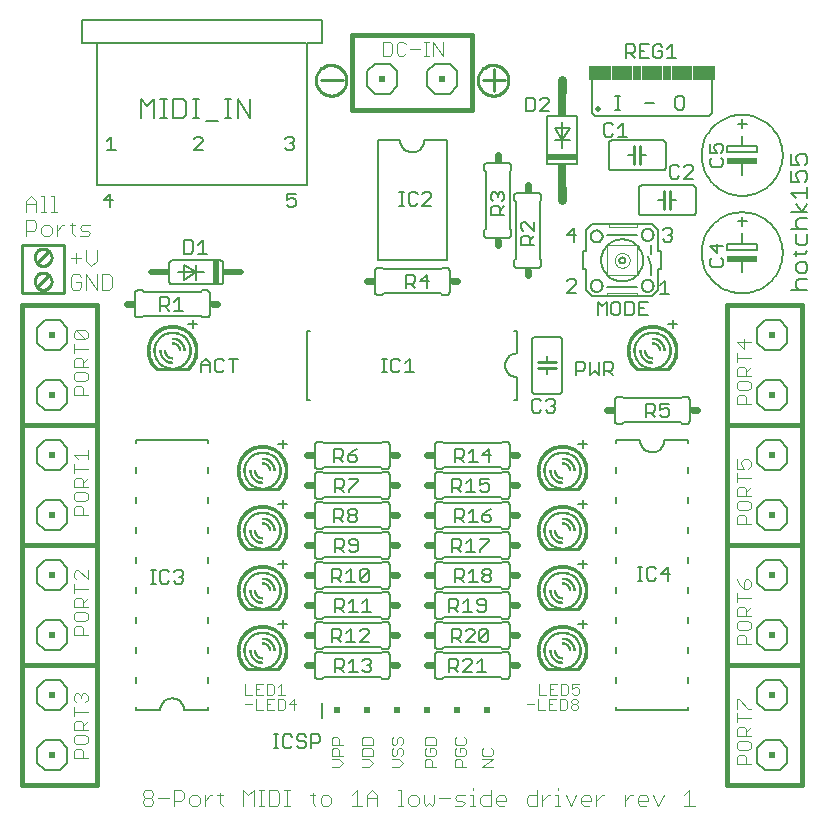
<source format=gto>
G75*
G70*
%OFA0B0*%
%FSLAX24Y24*%
%IPPOS*%
%LPD*%
%AMOC8*
5,1,8,0,0,1.08239X$1,22.5*
%
%ADD10C,0.0160*%
%ADD11C,0.0030*%
%ADD12C,0.0100*%
%ADD13C,0.0040*%
%ADD14C,0.0050*%
%ADD15C,0.0080*%
%ADD16C,0.0060*%
%ADD17C,0.0070*%
%ADD18C,0.0240*%
%ADD19R,0.0100X0.0240*%
%ADD20R,0.0200X0.0800*%
%ADD21C,0.0200*%
%ADD22R,0.0250X0.0200*%
%ADD23R,0.0240X0.0100*%
%ADD24R,0.0200X0.0200*%
%ADD25R,0.1000X0.0200*%
%ADD26C,0.0010*%
%ADD27C,0.0020*%
%ADD28C,0.0200*%
%ADD29R,0.0750X0.0500*%
%ADD30R,0.0700X0.0300*%
%ADD31R,0.0300X0.0500*%
%ADD32R,0.0700X0.0200*%
%ADD33C,0.0300*%
%ADD34R,0.0300X0.0750*%
D10*
X000682Y001189D02*
X000682Y005189D01*
X003182Y005189D01*
X003182Y001189D01*
X000682Y001189D01*
X000682Y005189D02*
X000682Y009189D01*
X003182Y009189D01*
X003182Y005189D01*
X003182Y009189D02*
X003182Y013189D01*
X000682Y013189D01*
X000682Y017189D01*
X003182Y017189D01*
X003182Y013189D01*
X000682Y013189D02*
X000682Y009189D01*
X011682Y023689D02*
X015682Y023689D01*
X015682Y026189D01*
X011682Y026189D01*
X011682Y023689D01*
X024182Y017189D02*
X024182Y013189D01*
X026682Y013189D01*
X026682Y009189D01*
X024182Y009189D01*
X024182Y013189D01*
X026682Y013189D02*
X026682Y017189D01*
X024182Y017189D01*
X024182Y009189D02*
X024182Y005189D01*
X026682Y005189D01*
X026682Y001189D01*
X024182Y001189D01*
X024182Y005189D01*
X026682Y005189D02*
X026682Y009189D01*
D11*
X019248Y004575D02*
X019001Y004575D01*
X019001Y004389D01*
X019125Y004451D01*
X019187Y004451D01*
X019248Y004389D01*
X019248Y004266D01*
X019187Y004204D01*
X019063Y004204D01*
X019001Y004266D01*
X018880Y004266D02*
X018880Y004513D01*
X018818Y004575D01*
X018633Y004575D01*
X018633Y004204D01*
X018818Y004204D01*
X018880Y004266D01*
X018787Y004075D02*
X018848Y004013D01*
X018848Y003766D01*
X018787Y003704D01*
X018601Y003704D01*
X018601Y004075D01*
X018787Y004075D01*
X018970Y004013D02*
X018970Y003951D01*
X019031Y003889D01*
X019155Y003889D01*
X019217Y003828D01*
X019217Y003766D01*
X019155Y003704D01*
X019031Y003704D01*
X018970Y003766D01*
X018970Y003828D01*
X019031Y003889D01*
X019155Y003889D02*
X019217Y003951D01*
X019217Y004013D01*
X019155Y004075D01*
X019031Y004075D01*
X018970Y004013D01*
X018480Y004075D02*
X018233Y004075D01*
X018233Y003704D01*
X018480Y003704D01*
X018357Y003889D02*
X018233Y003889D01*
X018112Y003704D02*
X017865Y003704D01*
X017865Y004075D01*
X017897Y004204D02*
X018143Y004204D01*
X018265Y004204D02*
X018512Y004204D01*
X018388Y004389D02*
X018265Y004389D01*
X018265Y004204D02*
X018265Y004575D01*
X018512Y004575D01*
X017897Y004575D02*
X017897Y004204D01*
X017743Y003889D02*
X017497Y003889D01*
X016305Y002419D02*
X016367Y002358D01*
X016367Y002234D01*
X016305Y002173D01*
X016058Y002173D01*
X015996Y002234D01*
X015996Y002358D01*
X016058Y002419D01*
X015996Y002051D02*
X016367Y002051D01*
X015996Y001804D01*
X016367Y001804D01*
X015467Y001804D02*
X015096Y001804D01*
X015096Y001989D01*
X015158Y002051D01*
X015281Y002051D01*
X015343Y001989D01*
X015343Y001804D01*
X015405Y002173D02*
X015158Y002173D01*
X015096Y002234D01*
X015096Y002358D01*
X015158Y002419D01*
X015158Y002541D02*
X015405Y002541D01*
X015467Y002603D01*
X015467Y002726D01*
X015405Y002788D01*
X015158Y002788D02*
X015096Y002726D01*
X015096Y002603D01*
X015158Y002541D01*
X015281Y002419D02*
X015281Y002296D01*
X015281Y002419D02*
X015405Y002419D01*
X015467Y002358D01*
X015467Y002234D01*
X015405Y002173D01*
X014467Y002234D02*
X014467Y002358D01*
X014405Y002419D01*
X014281Y002419D01*
X014281Y002296D01*
X014158Y002173D02*
X014405Y002173D01*
X014467Y002234D01*
X014281Y002051D02*
X014158Y002051D01*
X014096Y001989D01*
X014096Y001804D01*
X014467Y001804D01*
X014343Y001804D02*
X014343Y001989D01*
X014281Y002051D01*
X014158Y002173D02*
X014096Y002234D01*
X014096Y002358D01*
X014158Y002419D01*
X014096Y002541D02*
X014096Y002726D01*
X014158Y002788D01*
X014405Y002788D01*
X014467Y002726D01*
X014467Y002541D01*
X014096Y002541D01*
X013367Y002603D02*
X013305Y002541D01*
X013367Y002603D02*
X013367Y002726D01*
X013305Y002788D01*
X013243Y002788D01*
X013181Y002726D01*
X013181Y002603D01*
X013120Y002541D01*
X013058Y002541D01*
X012996Y002603D01*
X012996Y002726D01*
X013058Y002788D01*
X013058Y002419D02*
X012996Y002358D01*
X012996Y002234D01*
X013058Y002173D01*
X013120Y002173D01*
X013181Y002234D01*
X013181Y002358D01*
X013243Y002419D01*
X013305Y002419D01*
X013367Y002358D01*
X013367Y002234D01*
X013305Y002173D01*
X013243Y002051D02*
X012996Y002051D01*
X012996Y001804D02*
X013243Y001804D01*
X013367Y001928D01*
X013243Y002051D01*
X012367Y002173D02*
X012367Y002358D01*
X012305Y002419D01*
X012058Y002419D01*
X011996Y002358D01*
X011996Y002173D01*
X012367Y002173D01*
X012243Y002051D02*
X011996Y002051D01*
X011996Y001804D02*
X012243Y001804D01*
X012367Y001928D01*
X012243Y002051D01*
X012367Y002541D02*
X011996Y002541D01*
X011996Y002726D01*
X012058Y002788D01*
X012305Y002788D01*
X012367Y002726D01*
X012367Y002541D01*
X011367Y002541D02*
X010996Y002541D01*
X010996Y002726D01*
X011058Y002788D01*
X011181Y002788D01*
X011243Y002726D01*
X011243Y002541D01*
X011181Y002419D02*
X011243Y002358D01*
X011243Y002173D01*
X011243Y002051D02*
X010996Y002051D01*
X010996Y002173D02*
X010996Y002358D01*
X011058Y002419D01*
X011181Y002419D01*
X010996Y002173D02*
X011367Y002173D01*
X011243Y002051D02*
X011367Y001928D01*
X011243Y001804D01*
X010996Y001804D01*
X009755Y003704D02*
X009755Y004075D01*
X009570Y003889D01*
X009817Y003889D01*
X009448Y003766D02*
X009387Y003704D01*
X009201Y003704D01*
X009201Y004075D01*
X009387Y004075D01*
X009448Y004013D01*
X009448Y003766D01*
X009080Y003704D02*
X008833Y003704D01*
X008833Y004075D01*
X009080Y004075D01*
X009018Y004204D02*
X009080Y004266D01*
X009080Y004513D01*
X009018Y004575D01*
X008833Y004575D01*
X008833Y004204D01*
X009018Y004204D01*
X009201Y004204D02*
X009448Y004204D01*
X009325Y004204D02*
X009325Y004575D01*
X009201Y004451D01*
X008712Y004575D02*
X008465Y004575D01*
X008465Y004204D01*
X008712Y004204D01*
X008588Y004389D02*
X008465Y004389D01*
X008343Y004204D02*
X008097Y004204D01*
X008097Y004575D01*
X008465Y004075D02*
X008465Y003704D01*
X008712Y003704D01*
X008833Y003889D02*
X008957Y003889D01*
X008343Y003889D02*
X008097Y003889D01*
D12*
X008182Y005069D02*
X009182Y005069D01*
X009182Y007069D02*
X008182Y007069D01*
X008182Y009069D02*
X009182Y009069D01*
X009182Y011069D02*
X008182Y011069D01*
X006182Y015069D02*
X005182Y015069D01*
X002082Y017589D02*
X002082Y019189D01*
X000682Y019189D01*
X000682Y017589D01*
X002082Y017589D01*
X001582Y018189D02*
X001182Y017789D01*
X001099Y017989D02*
X001101Y018022D01*
X001107Y018055D01*
X001117Y018088D01*
X001130Y018118D01*
X001147Y018147D01*
X001168Y018174D01*
X001191Y018198D01*
X001217Y018219D01*
X001245Y018237D01*
X001276Y018251D01*
X001307Y018262D01*
X001340Y018269D01*
X001374Y018272D01*
X001407Y018271D01*
X001440Y018266D01*
X001473Y018257D01*
X001504Y018244D01*
X001533Y018228D01*
X001560Y018209D01*
X001585Y018186D01*
X001607Y018161D01*
X001626Y018133D01*
X001641Y018103D01*
X001653Y018072D01*
X001661Y018039D01*
X001665Y018006D01*
X001665Y017972D01*
X001661Y017939D01*
X001653Y017906D01*
X001641Y017875D01*
X001626Y017845D01*
X001607Y017817D01*
X001585Y017792D01*
X001560Y017769D01*
X001533Y017750D01*
X001504Y017734D01*
X001473Y017721D01*
X001440Y017712D01*
X001407Y017707D01*
X001374Y017706D01*
X001340Y017709D01*
X001307Y017716D01*
X001276Y017727D01*
X001245Y017741D01*
X001217Y017759D01*
X001191Y017780D01*
X001168Y017804D01*
X001147Y017831D01*
X001130Y017860D01*
X001117Y017890D01*
X001107Y017923D01*
X001101Y017956D01*
X001099Y017989D01*
X001182Y018589D02*
X001582Y018989D01*
X001099Y018789D02*
X001101Y018822D01*
X001107Y018855D01*
X001117Y018888D01*
X001130Y018918D01*
X001147Y018947D01*
X001168Y018974D01*
X001191Y018998D01*
X001217Y019019D01*
X001245Y019037D01*
X001276Y019051D01*
X001307Y019062D01*
X001340Y019069D01*
X001374Y019072D01*
X001407Y019071D01*
X001440Y019066D01*
X001473Y019057D01*
X001504Y019044D01*
X001533Y019028D01*
X001560Y019009D01*
X001585Y018986D01*
X001607Y018961D01*
X001626Y018933D01*
X001641Y018903D01*
X001653Y018872D01*
X001661Y018839D01*
X001665Y018806D01*
X001665Y018772D01*
X001661Y018739D01*
X001653Y018706D01*
X001641Y018675D01*
X001626Y018645D01*
X001607Y018617D01*
X001585Y018592D01*
X001560Y018569D01*
X001533Y018550D01*
X001504Y018534D01*
X001473Y018521D01*
X001440Y018512D01*
X001407Y018507D01*
X001374Y018506D01*
X001340Y018509D01*
X001307Y018516D01*
X001276Y018527D01*
X001245Y018541D01*
X001217Y018559D01*
X001191Y018580D01*
X001168Y018604D01*
X001147Y018631D01*
X001130Y018660D01*
X001117Y018690D01*
X001107Y018723D01*
X001101Y018756D01*
X001099Y018789D01*
X010632Y024690D02*
X011366Y024690D01*
X010472Y024689D02*
X010474Y024734D01*
X010480Y024779D01*
X010490Y024823D01*
X010504Y024866D01*
X010521Y024907D01*
X010542Y024947D01*
X010567Y024985D01*
X010595Y025021D01*
X010625Y025054D01*
X010659Y025084D01*
X010695Y025111D01*
X010734Y025134D01*
X010774Y025155D01*
X010816Y025171D01*
X010859Y025184D01*
X010903Y025193D01*
X010948Y025198D01*
X010993Y025199D01*
X011038Y025196D01*
X011083Y025189D01*
X011127Y025178D01*
X011169Y025163D01*
X011211Y025145D01*
X011250Y025123D01*
X011287Y025098D01*
X011322Y025069D01*
X011354Y025037D01*
X011384Y025003D01*
X011410Y024966D01*
X011433Y024928D01*
X011452Y024887D01*
X011468Y024844D01*
X011480Y024801D01*
X011488Y024757D01*
X011492Y024712D01*
X011492Y024666D01*
X011488Y024621D01*
X011480Y024577D01*
X011468Y024534D01*
X011452Y024491D01*
X011433Y024450D01*
X011410Y024412D01*
X011384Y024375D01*
X011354Y024341D01*
X011322Y024309D01*
X011287Y024280D01*
X011250Y024255D01*
X011211Y024233D01*
X011169Y024215D01*
X011127Y024200D01*
X011083Y024189D01*
X011038Y024182D01*
X010993Y024179D01*
X010948Y024180D01*
X010903Y024185D01*
X010859Y024194D01*
X010816Y024207D01*
X010774Y024223D01*
X010734Y024244D01*
X010695Y024267D01*
X010659Y024294D01*
X010625Y024324D01*
X010595Y024357D01*
X010567Y024393D01*
X010542Y024431D01*
X010521Y024471D01*
X010504Y024512D01*
X010490Y024555D01*
X010480Y024599D01*
X010474Y024644D01*
X010472Y024689D01*
X016032Y024690D02*
X016766Y024690D01*
X015872Y024689D02*
X015874Y024734D01*
X015880Y024779D01*
X015890Y024823D01*
X015904Y024866D01*
X015921Y024907D01*
X015942Y024947D01*
X015967Y024985D01*
X015995Y025021D01*
X016025Y025054D01*
X016059Y025084D01*
X016095Y025111D01*
X016134Y025134D01*
X016174Y025155D01*
X016216Y025171D01*
X016259Y025184D01*
X016303Y025193D01*
X016348Y025198D01*
X016393Y025199D01*
X016438Y025196D01*
X016483Y025189D01*
X016527Y025178D01*
X016569Y025163D01*
X016611Y025145D01*
X016650Y025123D01*
X016687Y025098D01*
X016722Y025069D01*
X016754Y025037D01*
X016784Y025003D01*
X016810Y024966D01*
X016833Y024928D01*
X016852Y024887D01*
X016868Y024844D01*
X016880Y024801D01*
X016888Y024757D01*
X016892Y024712D01*
X016892Y024666D01*
X016888Y024621D01*
X016880Y024577D01*
X016868Y024534D01*
X016852Y024491D01*
X016833Y024450D01*
X016810Y024412D01*
X016784Y024375D01*
X016754Y024341D01*
X016722Y024309D01*
X016687Y024280D01*
X016650Y024255D01*
X016611Y024233D01*
X016569Y024215D01*
X016527Y024200D01*
X016483Y024189D01*
X016438Y024182D01*
X016393Y024179D01*
X016348Y024180D01*
X016303Y024185D01*
X016259Y024194D01*
X016216Y024207D01*
X016174Y024223D01*
X016134Y024244D01*
X016095Y024267D01*
X016059Y024294D01*
X016025Y024324D01*
X015995Y024357D01*
X015967Y024393D01*
X015942Y024431D01*
X015921Y024471D01*
X015904Y024512D01*
X015890Y024555D01*
X015880Y024599D01*
X015874Y024644D01*
X015872Y024689D01*
X016399Y024323D02*
X016399Y025057D01*
X021082Y022489D02*
X021082Y022189D01*
X021082Y021889D01*
X021282Y021889D02*
X021282Y022189D01*
X021282Y022489D01*
X022082Y020989D02*
X022082Y020689D01*
X022082Y020389D01*
X022282Y020389D02*
X022282Y020689D01*
X022282Y020989D01*
X022182Y015069D02*
X021182Y015069D01*
X018482Y015089D02*
X018182Y015089D01*
X017882Y015089D01*
X017882Y015289D02*
X018182Y015289D01*
X018482Y015289D01*
X018182Y011069D02*
X019182Y011069D01*
X019182Y009069D02*
X018182Y009069D01*
X018182Y007069D02*
X019182Y007069D01*
X019182Y005069D02*
X018182Y005069D01*
D13*
X018538Y001116D02*
X018538Y001030D01*
X018538Y000856D02*
X018538Y000509D01*
X018452Y000509D02*
X018625Y000509D01*
X018969Y000509D02*
X019142Y000856D01*
X019311Y000769D02*
X019398Y000856D01*
X019571Y000856D01*
X019658Y000769D01*
X019658Y000683D01*
X019311Y000683D01*
X019311Y000769D02*
X019311Y000596D01*
X019398Y000509D01*
X019571Y000509D01*
X019827Y000509D02*
X019827Y000856D01*
X019827Y000683D02*
X020000Y000856D01*
X020087Y000856D01*
X020772Y000856D02*
X020772Y000509D01*
X020772Y000683D02*
X020945Y000856D01*
X021032Y000856D01*
X021202Y000769D02*
X021288Y000856D01*
X021462Y000856D01*
X021549Y000769D01*
X021549Y000683D01*
X021202Y000683D01*
X021202Y000769D02*
X021202Y000596D01*
X021288Y000509D01*
X021462Y000509D01*
X021891Y000509D02*
X021717Y000856D01*
X022064Y000856D02*
X021891Y000509D01*
X022749Y000509D02*
X023095Y000509D01*
X022922Y000509D02*
X022922Y001030D01*
X022749Y000856D01*
X024501Y001907D02*
X024501Y002138D01*
X024578Y002214D01*
X024731Y002214D01*
X024808Y002138D01*
X024808Y001907D01*
X024962Y001907D02*
X024501Y001907D01*
X024578Y002368D02*
X024885Y002368D01*
X024962Y002444D01*
X024962Y002598D01*
X024885Y002675D01*
X024578Y002675D01*
X024501Y002598D01*
X024501Y002444D01*
X024578Y002368D01*
X024501Y002828D02*
X024501Y003058D01*
X024578Y003135D01*
X024731Y003135D01*
X024808Y003058D01*
X024808Y002828D01*
X024808Y002981D02*
X024962Y003135D01*
X024962Y003442D02*
X024501Y003442D01*
X024501Y003595D02*
X024501Y003288D01*
X024501Y003749D02*
X024501Y004056D01*
X024578Y004056D01*
X024885Y003749D01*
X024962Y003749D01*
X024962Y002828D02*
X024501Y002828D01*
X024501Y005907D02*
X024501Y006138D01*
X024578Y006214D01*
X024731Y006214D01*
X024808Y006138D01*
X024808Y005907D01*
X024962Y005907D02*
X024501Y005907D01*
X024578Y006368D02*
X024885Y006368D01*
X024962Y006444D01*
X024962Y006598D01*
X024885Y006675D01*
X024578Y006675D01*
X024501Y006598D01*
X024501Y006444D01*
X024578Y006368D01*
X024501Y006828D02*
X024501Y007058D01*
X024578Y007135D01*
X024731Y007135D01*
X024808Y007058D01*
X024808Y006828D01*
X024808Y006981D02*
X024962Y007135D01*
X024962Y007442D02*
X024501Y007442D01*
X024501Y007595D02*
X024501Y007288D01*
X024731Y007749D02*
X024731Y007979D01*
X024808Y008056D01*
X024885Y008056D01*
X024962Y007979D01*
X024962Y007825D01*
X024885Y007749D01*
X024731Y007749D01*
X024578Y007902D01*
X024501Y008056D01*
X024501Y006828D02*
X024962Y006828D01*
X024962Y009907D02*
X024501Y009907D01*
X024501Y010138D01*
X024578Y010214D01*
X024731Y010214D01*
X024808Y010138D01*
X024808Y009907D01*
X024885Y010368D02*
X024578Y010368D01*
X024501Y010444D01*
X024501Y010598D01*
X024578Y010675D01*
X024885Y010675D01*
X024962Y010598D01*
X024962Y010444D01*
X024885Y010368D01*
X024962Y010828D02*
X024501Y010828D01*
X024501Y011058D01*
X024578Y011135D01*
X024731Y011135D01*
X024808Y011058D01*
X024808Y010828D01*
X024808Y010981D02*
X024962Y011135D01*
X024962Y011442D02*
X024501Y011442D01*
X024501Y011595D02*
X024501Y011288D01*
X024501Y011749D02*
X024731Y011749D01*
X024655Y011902D01*
X024655Y011979D01*
X024731Y012056D01*
X024885Y012056D01*
X024962Y011979D01*
X024962Y011825D01*
X024885Y011749D01*
X024501Y011749D02*
X024501Y012056D01*
X024501Y013907D02*
X024501Y014138D01*
X024578Y014214D01*
X024731Y014214D01*
X024808Y014138D01*
X024808Y013907D01*
X024962Y013907D02*
X024501Y013907D01*
X024578Y014368D02*
X024885Y014368D01*
X024962Y014444D01*
X024962Y014598D01*
X024885Y014675D01*
X024578Y014675D01*
X024501Y014598D01*
X024501Y014444D01*
X024578Y014368D01*
X024501Y014828D02*
X024501Y015058D01*
X024578Y015135D01*
X024731Y015135D01*
X024808Y015058D01*
X024808Y014828D01*
X024808Y014981D02*
X024962Y015135D01*
X024962Y015442D02*
X024501Y015442D01*
X024501Y015595D02*
X024501Y015288D01*
X024501Y014828D02*
X024962Y014828D01*
X024731Y015749D02*
X024731Y016056D01*
X024501Y015979D02*
X024731Y015749D01*
X024962Y015979D02*
X024501Y015979D01*
X014696Y025509D02*
X014696Y025970D01*
X014390Y025970D02*
X014696Y025509D01*
X014390Y025509D02*
X014390Y025970D01*
X014236Y025970D02*
X014083Y025970D01*
X014159Y025970D02*
X014159Y025509D01*
X014083Y025509D02*
X014236Y025509D01*
X013929Y025739D02*
X013622Y025739D01*
X013469Y025586D02*
X013392Y025509D01*
X013239Y025509D01*
X013162Y025586D01*
X013162Y025893D01*
X013239Y025970D01*
X013392Y025970D01*
X013469Y025893D01*
X013008Y025893D02*
X013008Y025586D01*
X012932Y025509D01*
X012702Y025509D01*
X012702Y025970D01*
X012932Y025970D01*
X013008Y025893D01*
X003680Y018143D02*
X003680Y017796D01*
X003593Y017709D01*
X003333Y017709D01*
X003333Y018230D01*
X003593Y018230D01*
X003680Y018143D01*
X003164Y018230D02*
X003164Y017709D01*
X002817Y018230D01*
X002817Y017709D01*
X002649Y017796D02*
X002649Y017969D01*
X002475Y017969D01*
X002302Y017796D02*
X002388Y017709D01*
X002562Y017709D01*
X002649Y017796D01*
X002649Y018143D02*
X002562Y018230D01*
X002388Y018230D01*
X002302Y018143D01*
X002302Y017796D01*
X002991Y018509D02*
X003164Y018683D01*
X003164Y019030D01*
X002817Y019030D02*
X002817Y018683D01*
X002991Y018509D01*
X002649Y018769D02*
X002302Y018769D01*
X002475Y018596D02*
X002475Y018943D01*
X002436Y019509D02*
X002349Y019596D01*
X002349Y019943D01*
X002263Y019856D02*
X002436Y019856D01*
X002606Y019769D02*
X002693Y019856D01*
X002953Y019856D01*
X002866Y019683D02*
X002693Y019683D01*
X002606Y019769D01*
X002606Y019509D02*
X002866Y019509D01*
X002953Y019596D01*
X002866Y019683D01*
X002093Y019856D02*
X002006Y019856D01*
X001833Y019683D01*
X001833Y019856D02*
X001833Y019509D01*
X001664Y019596D02*
X001664Y019769D01*
X001577Y019856D01*
X001404Y019856D01*
X001317Y019769D01*
X001317Y019596D01*
X001404Y019509D01*
X001577Y019509D01*
X001664Y019596D01*
X001149Y019769D02*
X001149Y019943D01*
X001062Y020030D01*
X000802Y020030D01*
X000802Y019509D01*
X000802Y019683D02*
X001062Y019683D01*
X001149Y019769D01*
X001149Y020309D02*
X001149Y020656D01*
X000975Y020830D01*
X000802Y020656D01*
X000802Y020309D01*
X000802Y020569D02*
X001149Y020569D01*
X001317Y020309D02*
X001491Y020309D01*
X001404Y020309D02*
X001404Y020830D01*
X001317Y020830D01*
X001661Y020830D02*
X001748Y020830D01*
X001748Y020309D01*
X001834Y020309D02*
X001661Y020309D01*
X002478Y016358D02*
X002401Y016281D01*
X002401Y016127D01*
X002478Y016051D01*
X002785Y016051D01*
X002478Y016358D01*
X002785Y016358D01*
X002862Y016281D01*
X002862Y016127D01*
X002785Y016051D01*
X002862Y015744D02*
X002401Y015744D01*
X002401Y015897D02*
X002401Y015590D01*
X002478Y015437D02*
X002401Y015360D01*
X002401Y015130D01*
X002862Y015130D01*
X002708Y015130D02*
X002708Y015360D01*
X002631Y015437D01*
X002478Y015437D01*
X002708Y015283D02*
X002862Y015437D01*
X002785Y014977D02*
X002478Y014977D01*
X002401Y014900D01*
X002401Y014746D01*
X002478Y014670D01*
X002785Y014670D01*
X002862Y014746D01*
X002862Y014900D01*
X002785Y014977D01*
X002631Y014516D02*
X002708Y014439D01*
X002708Y014209D01*
X002862Y014209D02*
X002401Y014209D01*
X002401Y014439D01*
X002478Y014516D01*
X002631Y014516D01*
X002862Y012358D02*
X002862Y012051D01*
X002862Y012204D02*
X002401Y012204D01*
X002555Y012051D01*
X002401Y011897D02*
X002401Y011590D01*
X002401Y011744D02*
X002862Y011744D01*
X002862Y011437D02*
X002708Y011283D01*
X002708Y011360D02*
X002708Y011130D01*
X002862Y011130D02*
X002401Y011130D01*
X002401Y011360D01*
X002478Y011437D01*
X002631Y011437D01*
X002708Y011360D01*
X002785Y010977D02*
X002478Y010977D01*
X002401Y010900D01*
X002401Y010746D01*
X002478Y010670D01*
X002785Y010670D01*
X002862Y010746D01*
X002862Y010900D01*
X002785Y010977D01*
X002631Y010516D02*
X002708Y010439D01*
X002708Y010209D01*
X002862Y010209D02*
X002401Y010209D01*
X002401Y010439D01*
X002478Y010516D01*
X002631Y010516D01*
X002555Y008358D02*
X002478Y008358D01*
X002401Y008281D01*
X002401Y008127D01*
X002478Y008051D01*
X002401Y007897D02*
X002401Y007590D01*
X002401Y007744D02*
X002862Y007744D01*
X002862Y008051D02*
X002555Y008358D01*
X002862Y008358D02*
X002862Y008051D01*
X002862Y007437D02*
X002708Y007283D01*
X002708Y007360D02*
X002708Y007130D01*
X002862Y007130D02*
X002401Y007130D01*
X002401Y007360D01*
X002478Y007437D01*
X002631Y007437D01*
X002708Y007360D01*
X002785Y006977D02*
X002478Y006977D01*
X002401Y006900D01*
X002401Y006746D01*
X002478Y006670D01*
X002785Y006670D01*
X002862Y006746D01*
X002862Y006900D01*
X002785Y006977D01*
X002631Y006516D02*
X002708Y006439D01*
X002708Y006209D01*
X002862Y006209D02*
X002401Y006209D01*
X002401Y006439D01*
X002478Y006516D01*
X002631Y006516D01*
X002555Y004258D02*
X002631Y004181D01*
X002708Y004258D01*
X002785Y004258D01*
X002862Y004181D01*
X002862Y004027D01*
X002785Y003951D01*
X002631Y004104D02*
X002631Y004181D01*
X002555Y004258D02*
X002478Y004258D01*
X002401Y004181D01*
X002401Y004027D01*
X002478Y003951D01*
X002401Y003797D02*
X002401Y003490D01*
X002401Y003644D02*
X002862Y003644D01*
X002862Y003337D02*
X002708Y003183D01*
X002708Y003260D02*
X002708Y003030D01*
X002862Y003030D02*
X002401Y003030D01*
X002401Y003260D01*
X002478Y003337D01*
X002631Y003337D01*
X002708Y003260D01*
X002785Y002877D02*
X002478Y002877D01*
X002401Y002800D01*
X002401Y002646D01*
X002478Y002570D01*
X002785Y002570D01*
X002862Y002646D01*
X002862Y002800D01*
X002785Y002877D01*
X002631Y002416D02*
X002708Y002339D01*
X002708Y002109D01*
X002862Y002109D02*
X002401Y002109D01*
X002401Y002339D01*
X002478Y002416D01*
X002631Y002416D01*
X004702Y000943D02*
X004702Y000856D01*
X004788Y000769D01*
X004962Y000769D01*
X005049Y000683D01*
X005049Y000596D01*
X004962Y000509D01*
X004788Y000509D01*
X004702Y000596D01*
X004702Y000683D01*
X004788Y000769D01*
X004962Y000769D02*
X005049Y000856D01*
X005049Y000943D01*
X004962Y001030D01*
X004788Y001030D01*
X004702Y000943D01*
X005217Y000769D02*
X005564Y000769D01*
X005733Y000683D02*
X005993Y000683D01*
X006080Y000769D01*
X006080Y000943D01*
X005993Y001030D01*
X005733Y001030D01*
X005733Y000509D01*
X006248Y000596D02*
X006335Y000509D01*
X006509Y000509D01*
X006595Y000596D01*
X006595Y000769D01*
X006509Y000856D01*
X006335Y000856D01*
X006248Y000769D01*
X006248Y000596D01*
X006764Y000509D02*
X006764Y000856D01*
X006764Y000683D02*
X006938Y000856D01*
X007024Y000856D01*
X007194Y000856D02*
X007367Y000856D01*
X007281Y000943D02*
X007281Y000596D01*
X007367Y000509D01*
X008053Y000509D02*
X008053Y001030D01*
X008227Y000856D01*
X008400Y001030D01*
X008400Y000509D01*
X008569Y000509D02*
X008742Y000509D01*
X008656Y000509D02*
X008656Y001030D01*
X008742Y001030D02*
X008569Y001030D01*
X008913Y001030D02*
X009173Y001030D01*
X009259Y000943D01*
X009259Y000596D01*
X009173Y000509D01*
X008913Y000509D01*
X008913Y001030D01*
X009428Y001030D02*
X009602Y001030D01*
X009515Y001030D02*
X009515Y000509D01*
X009428Y000509D02*
X009602Y000509D01*
X010288Y000856D02*
X010461Y000856D01*
X010374Y000943D02*
X010374Y000596D01*
X010461Y000509D01*
X010631Y000596D02*
X010718Y000509D01*
X010891Y000509D01*
X010978Y000596D01*
X010978Y000769D01*
X010891Y000856D01*
X010718Y000856D01*
X010631Y000769D01*
X010631Y000596D01*
X011663Y000509D02*
X012009Y000509D01*
X012178Y000509D02*
X012178Y000856D01*
X012352Y001030D01*
X012525Y000856D01*
X012525Y000509D01*
X012525Y000769D02*
X012178Y000769D01*
X011836Y000509D02*
X011836Y001030D01*
X011663Y000856D01*
X013209Y001030D02*
X013296Y001030D01*
X013296Y000509D01*
X013209Y000509D02*
X013383Y000509D01*
X013553Y000596D02*
X013640Y000509D01*
X013813Y000509D01*
X013900Y000596D01*
X013900Y000769D01*
X013813Y000856D01*
X013640Y000856D01*
X013553Y000769D01*
X013553Y000596D01*
X014069Y000596D02*
X014156Y000509D01*
X014242Y000596D01*
X014329Y000509D01*
X014416Y000596D01*
X014416Y000856D01*
X014584Y000769D02*
X014931Y000769D01*
X015100Y000769D02*
X015187Y000856D01*
X015447Y000856D01*
X015616Y000856D02*
X015702Y000856D01*
X015702Y000509D01*
X015616Y000509D02*
X015789Y000509D01*
X015959Y000596D02*
X015959Y000769D01*
X016046Y000856D01*
X016306Y000856D01*
X016306Y001030D02*
X016306Y000509D01*
X016046Y000509D01*
X015959Y000596D01*
X015702Y001030D02*
X015702Y001116D01*
X015360Y000683D02*
X015187Y000683D01*
X015100Y000769D01*
X015100Y000509D02*
X015360Y000509D01*
X015447Y000596D01*
X015360Y000683D01*
X016475Y000683D02*
X016822Y000683D01*
X016822Y000769D01*
X016735Y000856D01*
X016562Y000856D01*
X016475Y000769D01*
X016475Y000596D01*
X016562Y000509D01*
X016735Y000509D01*
X017506Y000596D02*
X017506Y000769D01*
X017593Y000856D01*
X017853Y000856D01*
X018022Y000856D02*
X018022Y000509D01*
X017853Y000509D02*
X017593Y000509D01*
X017506Y000596D01*
X017853Y000509D02*
X017853Y001030D01*
X018195Y000856D02*
X018022Y000683D01*
X018195Y000856D02*
X018282Y000856D01*
X018452Y000856D02*
X018538Y000856D01*
X018795Y000856D02*
X018969Y000509D01*
X014069Y000596D02*
X014069Y000856D01*
D14*
X010604Y002659D02*
X010529Y002584D01*
X010304Y002584D01*
X010304Y002434D02*
X010304Y002885D01*
X010529Y002885D01*
X010604Y002810D01*
X010604Y002659D01*
X010144Y002584D02*
X010144Y002509D01*
X010069Y002434D01*
X009919Y002434D01*
X009844Y002509D01*
X009684Y002509D02*
X009609Y002434D01*
X009459Y002434D01*
X009383Y002509D01*
X009383Y002810D01*
X009459Y002885D01*
X009609Y002885D01*
X009684Y002810D01*
X009844Y002810D02*
X009844Y002735D01*
X009919Y002659D01*
X010069Y002659D01*
X010144Y002584D01*
X010144Y002810D02*
X010069Y002885D01*
X009919Y002885D01*
X009844Y002810D01*
X009227Y002885D02*
X009077Y002885D01*
X009152Y002885D02*
X009152Y002434D01*
X009077Y002434D02*
X009227Y002434D01*
X011107Y004964D02*
X011107Y005415D01*
X011332Y005415D01*
X011407Y005340D01*
X011407Y005189D01*
X011332Y005114D01*
X011107Y005114D01*
X011257Y005114D02*
X011407Y004964D01*
X011567Y004964D02*
X011867Y004964D01*
X011717Y004964D02*
X011717Y005415D01*
X011567Y005265D01*
X012027Y005340D02*
X012102Y005415D01*
X012252Y005415D01*
X012328Y005340D01*
X012328Y005265D01*
X012252Y005189D01*
X012328Y005114D01*
X012328Y005039D01*
X012252Y004964D01*
X012102Y004964D01*
X012027Y005039D01*
X012177Y005189D02*
X012252Y005189D01*
X012246Y005964D02*
X011946Y005964D01*
X012246Y006265D01*
X012246Y006340D01*
X012171Y006415D01*
X012021Y006415D01*
X011946Y006340D01*
X011636Y006415D02*
X011636Y005964D01*
X011486Y005964D02*
X011786Y005964D01*
X011486Y006265D02*
X011636Y006415D01*
X011326Y006340D02*
X011326Y006189D01*
X011251Y006114D01*
X011025Y006114D01*
X011025Y005964D02*
X011025Y006415D01*
X011251Y006415D01*
X011326Y006340D01*
X011176Y006114D02*
X011326Y005964D01*
X011407Y006964D02*
X011257Y007114D01*
X011332Y007114D02*
X011107Y007114D01*
X011107Y006964D02*
X011107Y007415D01*
X011332Y007415D01*
X011407Y007340D01*
X011407Y007189D01*
X011332Y007114D01*
X011567Y006964D02*
X011867Y006964D01*
X011717Y006964D02*
X011717Y007415D01*
X011567Y007265D01*
X012027Y007265D02*
X012177Y007415D01*
X012177Y006964D01*
X012027Y006964D02*
X012328Y006964D01*
X012171Y007964D02*
X012021Y007964D01*
X011946Y008039D01*
X012246Y008340D01*
X012246Y008039D01*
X012171Y007964D01*
X011946Y008039D02*
X011946Y008340D01*
X012021Y008415D01*
X012171Y008415D01*
X012246Y008340D01*
X011786Y007964D02*
X011486Y007964D01*
X011636Y007964D02*
X011636Y008415D01*
X011486Y008265D01*
X011326Y008340D02*
X011326Y008189D01*
X011251Y008114D01*
X011025Y008114D01*
X011025Y007964D02*
X011025Y008415D01*
X011251Y008415D01*
X011326Y008340D01*
X011176Y008114D02*
X011326Y007964D01*
X011407Y008964D02*
X011257Y009114D01*
X011332Y009114D02*
X011107Y009114D01*
X011107Y008964D02*
X011107Y009415D01*
X011332Y009415D01*
X011407Y009340D01*
X011407Y009189D01*
X011332Y009114D01*
X011567Y009039D02*
X011642Y008964D01*
X011792Y008964D01*
X011867Y009039D01*
X011867Y009340D01*
X011792Y009415D01*
X011642Y009415D01*
X011567Y009340D01*
X011567Y009265D01*
X011642Y009189D01*
X011867Y009189D01*
X011771Y009964D02*
X011621Y009964D01*
X011546Y010039D01*
X011546Y010114D01*
X011621Y010189D01*
X011771Y010189D01*
X011846Y010114D01*
X011846Y010039D01*
X011771Y009964D01*
X011771Y010189D02*
X011846Y010265D01*
X011846Y010340D01*
X011771Y010415D01*
X011621Y010415D01*
X011546Y010340D01*
X011546Y010265D01*
X011621Y010189D01*
X011386Y010189D02*
X011386Y010340D01*
X011311Y010415D01*
X011086Y010415D01*
X011086Y009964D01*
X011086Y010114D02*
X011311Y010114D01*
X011386Y010189D01*
X011236Y010114D02*
X011386Y009964D01*
X011407Y010964D02*
X011257Y011114D01*
X011332Y011114D02*
X011107Y011114D01*
X011107Y010964D02*
X011107Y011415D01*
X011332Y011415D01*
X011407Y011340D01*
X011407Y011189D01*
X011332Y011114D01*
X011567Y011039D02*
X011567Y010964D01*
X011567Y011039D02*
X011867Y011340D01*
X011867Y011415D01*
X011567Y011415D01*
X011621Y011964D02*
X011771Y011964D01*
X011846Y012039D01*
X011846Y012114D01*
X011771Y012189D01*
X011546Y012189D01*
X011546Y012039D01*
X011621Y011964D01*
X011386Y011964D02*
X011236Y012114D01*
X011311Y012114D02*
X011086Y012114D01*
X011086Y011964D02*
X011086Y012415D01*
X011311Y012415D01*
X011386Y012340D01*
X011386Y012189D01*
X011311Y012114D01*
X011546Y012189D02*
X011696Y012340D01*
X011846Y012415D01*
X009512Y012569D02*
X009202Y012569D01*
X009362Y012709D02*
X009362Y012419D01*
X009362Y010709D02*
X009362Y010419D01*
X009512Y010569D02*
X009202Y010569D01*
X009362Y008709D02*
X009362Y008419D01*
X009512Y008569D02*
X009202Y008569D01*
X009362Y006709D02*
X009362Y006419D01*
X009512Y006569D02*
X009202Y006569D01*
X006046Y007989D02*
X005971Y007914D01*
X005821Y007914D01*
X005746Y007989D01*
X005586Y007989D02*
X005511Y007914D01*
X005361Y007914D01*
X005286Y007989D01*
X005286Y008290D01*
X005361Y008365D01*
X005511Y008365D01*
X005586Y008290D01*
X005746Y008290D02*
X005821Y008365D01*
X005971Y008365D01*
X006046Y008290D01*
X006046Y008215D01*
X005971Y008139D01*
X006046Y008064D01*
X006046Y007989D01*
X005971Y008139D02*
X005896Y008139D01*
X005129Y007914D02*
X004979Y007914D01*
X005054Y007914D02*
X005054Y008365D01*
X004979Y008365D02*
X005129Y008365D01*
X006657Y014964D02*
X006657Y015265D01*
X006807Y015415D01*
X006957Y015265D01*
X006957Y014964D01*
X007117Y015039D02*
X007192Y014964D01*
X007342Y014964D01*
X007417Y015039D01*
X007117Y015039D02*
X007117Y015340D01*
X007192Y015415D01*
X007342Y015415D01*
X007417Y015340D01*
X007577Y015415D02*
X007878Y015415D01*
X007727Y015415D02*
X007727Y014964D01*
X006957Y015189D02*
X006657Y015189D01*
X006362Y016419D02*
X006362Y016709D01*
X006512Y016569D02*
X006202Y016569D01*
X006046Y017014D02*
X005746Y017014D01*
X005896Y017014D02*
X005896Y017465D01*
X005746Y017315D01*
X005586Y017390D02*
X005586Y017239D01*
X005511Y017164D01*
X005286Y017164D01*
X005286Y017014D02*
X005286Y017465D01*
X005511Y017465D01*
X005586Y017390D01*
X005436Y017164D02*
X005586Y017014D01*
X006086Y018914D02*
X006311Y018914D01*
X006386Y018989D01*
X006386Y019290D01*
X006311Y019365D01*
X006086Y019365D01*
X006086Y018914D01*
X006546Y018914D02*
X006846Y018914D01*
X006696Y018914D02*
X006696Y019365D01*
X006546Y019215D01*
X003621Y020464D02*
X003621Y020915D01*
X003396Y020689D01*
X003696Y020689D01*
X003646Y022364D02*
X003646Y022815D01*
X003496Y022665D01*
X003496Y022364D02*
X003796Y022364D01*
X006396Y022364D02*
X006696Y022665D01*
X006696Y022740D01*
X006621Y022815D01*
X006471Y022815D01*
X006396Y022740D01*
X006396Y022364D02*
X006696Y022364D01*
X009446Y022439D02*
X009521Y022364D01*
X009671Y022364D01*
X009746Y022439D01*
X009746Y022514D01*
X009671Y022589D01*
X009596Y022589D01*
X009671Y022589D02*
X009746Y022665D01*
X009746Y022740D01*
X009671Y022815D01*
X009521Y022815D01*
X009446Y022740D01*
X009496Y020915D02*
X009496Y020689D01*
X009646Y020765D01*
X009721Y020765D01*
X009796Y020689D01*
X009796Y020539D01*
X009721Y020464D01*
X009571Y020464D01*
X009496Y020539D01*
X009496Y020915D02*
X009796Y020915D01*
X013257Y020965D02*
X013407Y020965D01*
X013332Y020965D02*
X013332Y020514D01*
X013257Y020514D02*
X013407Y020514D01*
X013563Y020589D02*
X013563Y020890D01*
X013639Y020965D01*
X013789Y020965D01*
X013864Y020890D01*
X014024Y020890D02*
X014099Y020965D01*
X014249Y020965D01*
X014324Y020890D01*
X014324Y020815D01*
X014024Y020514D01*
X014324Y020514D01*
X013864Y020589D02*
X013789Y020514D01*
X013639Y020514D01*
X013563Y020589D01*
X013486Y018215D02*
X013711Y018215D01*
X013786Y018140D01*
X013786Y017989D01*
X013711Y017914D01*
X013486Y017914D01*
X013486Y017764D02*
X013486Y018215D01*
X013636Y017914D02*
X013786Y017764D01*
X013946Y017989D02*
X014246Y017989D01*
X014171Y017764D02*
X014171Y018215D01*
X013946Y017989D01*
X013596Y015415D02*
X013596Y014964D01*
X013446Y014964D02*
X013746Y014964D01*
X013446Y015265D02*
X013596Y015415D01*
X013286Y015340D02*
X013211Y015415D01*
X013061Y015415D01*
X012986Y015340D01*
X012986Y015039D01*
X013061Y014964D01*
X013211Y014964D01*
X013286Y015039D01*
X012829Y014964D02*
X012679Y014964D01*
X012754Y014964D02*
X012754Y015415D01*
X012679Y015415D02*
X012829Y015415D01*
X015107Y012415D02*
X015332Y012415D01*
X015407Y012340D01*
X015407Y012189D01*
X015332Y012114D01*
X015107Y012114D01*
X015257Y012114D02*
X015407Y011964D01*
X015567Y011964D02*
X015867Y011964D01*
X015717Y011964D02*
X015717Y012415D01*
X015567Y012265D01*
X015107Y012415D02*
X015107Y011964D01*
X015025Y011415D02*
X015251Y011415D01*
X015326Y011340D01*
X015326Y011189D01*
X015251Y011114D01*
X015025Y011114D01*
X015025Y010964D02*
X015025Y011415D01*
X015176Y011114D02*
X015326Y010964D01*
X015486Y010964D02*
X015786Y010964D01*
X015636Y010964D02*
X015636Y011415D01*
X015486Y011265D01*
X015946Y011189D02*
X016096Y011265D01*
X016171Y011265D01*
X016246Y011189D01*
X016246Y011039D01*
X016171Y010964D01*
X016021Y010964D01*
X015946Y011039D01*
X015946Y011189D02*
X015946Y011415D01*
X016246Y011415D01*
X016252Y011964D02*
X016252Y012415D01*
X016027Y012189D01*
X016328Y012189D01*
X017761Y013614D02*
X017911Y013614D01*
X017986Y013689D01*
X018146Y013689D02*
X018221Y013614D01*
X018371Y013614D01*
X018446Y013689D01*
X018446Y013764D01*
X018371Y013839D01*
X018296Y013839D01*
X018371Y013839D02*
X018446Y013915D01*
X018446Y013990D01*
X018371Y014065D01*
X018221Y014065D01*
X018146Y013990D01*
X017986Y013990D02*
X017911Y014065D01*
X017761Y014065D01*
X017686Y013990D01*
X017686Y013689D01*
X017761Y013614D01*
X019202Y012569D02*
X019512Y012569D01*
X019362Y012709D02*
X019362Y012419D01*
X019362Y010709D02*
X019362Y010419D01*
X019512Y010569D02*
X019202Y010569D01*
X019362Y008709D02*
X019362Y008419D01*
X019512Y008569D02*
X019202Y008569D01*
X019362Y006709D02*
X019362Y006419D01*
X019512Y006569D02*
X019202Y006569D01*
X021207Y008014D02*
X021357Y008014D01*
X021282Y008014D02*
X021282Y008465D01*
X021207Y008465D02*
X021357Y008465D01*
X021513Y008390D02*
X021513Y008089D01*
X021589Y008014D01*
X021739Y008014D01*
X021814Y008089D01*
X021974Y008239D02*
X022274Y008239D01*
X022199Y008014D02*
X022199Y008465D01*
X021974Y008239D01*
X021814Y008390D02*
X021739Y008465D01*
X021589Y008465D01*
X021513Y008390D01*
X021486Y013464D02*
X021486Y013915D01*
X021711Y013915D01*
X021786Y013840D01*
X021786Y013689D01*
X021711Y013614D01*
X021486Y013614D01*
X021636Y013614D02*
X021786Y013464D01*
X021946Y013539D02*
X022021Y013464D01*
X022171Y013464D01*
X022246Y013539D01*
X022246Y013689D01*
X022171Y013765D01*
X022096Y013765D01*
X021946Y013689D01*
X021946Y013915D01*
X022246Y013915D01*
X020378Y014864D02*
X020227Y015014D01*
X020302Y015014D02*
X020077Y015014D01*
X020077Y014864D02*
X020077Y015315D01*
X020302Y015315D01*
X020378Y015240D01*
X020378Y015089D01*
X020302Y015014D01*
X019917Y014864D02*
X019917Y015315D01*
X019617Y015315D02*
X019617Y014864D01*
X019767Y015014D01*
X019917Y014864D01*
X019457Y015089D02*
X019382Y015014D01*
X019157Y015014D01*
X019157Y014864D02*
X019157Y015315D01*
X019382Y015315D01*
X019457Y015240D01*
X019457Y015089D01*
X019865Y016864D02*
X019865Y017315D01*
X020015Y017165D01*
X020165Y017315D01*
X020165Y016864D01*
X020325Y016939D02*
X020400Y016864D01*
X020551Y016864D01*
X020626Y016939D01*
X020626Y017240D01*
X020551Y017315D01*
X020400Y017315D01*
X020325Y017240D01*
X020325Y016939D01*
X020786Y016864D02*
X021011Y016864D01*
X021086Y016939D01*
X021086Y017240D01*
X021011Y017315D01*
X020786Y017315D01*
X020786Y016864D01*
X021246Y016864D02*
X021246Y017315D01*
X021546Y017315D01*
X021396Y017089D02*
X021246Y017089D01*
X021246Y016864D02*
X021546Y016864D01*
X022202Y016569D02*
X022512Y016569D01*
X022362Y016709D02*
X022362Y016419D01*
X022246Y017564D02*
X021946Y017564D01*
X022096Y017564D02*
X022096Y018015D01*
X021946Y017865D01*
X022121Y019314D02*
X022046Y019389D01*
X022121Y019314D02*
X022271Y019314D01*
X022346Y019389D01*
X022346Y019464D01*
X022271Y019539D01*
X022196Y019539D01*
X022271Y019539D02*
X022346Y019615D01*
X022346Y019690D01*
X022271Y019765D01*
X022121Y019765D01*
X022046Y019690D01*
X023606Y019150D02*
X023831Y018925D01*
X023831Y019225D01*
X023606Y019150D02*
X024057Y019150D01*
X023982Y018765D02*
X024057Y018689D01*
X024057Y018539D01*
X023982Y018464D01*
X023681Y018464D01*
X023606Y018539D01*
X023606Y018689D01*
X023681Y018765D01*
X026398Y018911D02*
X026765Y018911D01*
X026857Y019003D01*
X026765Y019187D02*
X026857Y019279D01*
X026857Y019554D01*
X026857Y019740D02*
X026306Y019740D01*
X026490Y019832D02*
X026490Y020015D01*
X026581Y020107D01*
X026857Y020107D01*
X026857Y020292D02*
X026306Y020292D01*
X026490Y020568D02*
X026673Y020292D01*
X026857Y020568D01*
X026857Y020753D02*
X026857Y021120D01*
X026857Y020936D02*
X026306Y020936D01*
X026490Y020753D01*
X026581Y021305D02*
X026490Y021489D01*
X026490Y021580D01*
X026581Y021672D01*
X026765Y021672D01*
X026857Y021580D01*
X026857Y021397D01*
X026765Y021305D01*
X026581Y021305D02*
X026306Y021305D01*
X026306Y021672D01*
X026306Y021858D02*
X026581Y021858D01*
X026490Y022041D01*
X026490Y022133D01*
X026581Y022225D01*
X026765Y022225D01*
X026857Y022133D01*
X026857Y021949D01*
X026765Y021858D01*
X026306Y021858D02*
X026306Y022225D01*
X024057Y022350D02*
X023982Y022275D01*
X024057Y022350D02*
X024057Y022500D01*
X023982Y022575D01*
X023831Y022575D01*
X023756Y022500D01*
X023756Y022425D01*
X023831Y022275D01*
X023606Y022275D01*
X023606Y022575D01*
X023681Y022115D02*
X023606Y022039D01*
X023606Y021889D01*
X023681Y021814D01*
X023982Y021814D01*
X024057Y021889D01*
X024057Y022039D01*
X023982Y022115D01*
X023046Y021790D02*
X023046Y021715D01*
X022746Y021414D01*
X023046Y021414D01*
X023046Y021790D02*
X022971Y021865D01*
X022821Y021865D01*
X022746Y021790D01*
X022586Y021790D02*
X022511Y021865D01*
X022361Y021865D01*
X022286Y021790D01*
X022286Y021489D01*
X022361Y021414D01*
X022511Y021414D01*
X022586Y021489D01*
X020846Y022814D02*
X020546Y022814D01*
X020696Y022814D02*
X020696Y023265D01*
X020546Y023115D01*
X020386Y023190D02*
X020311Y023265D01*
X020161Y023265D01*
X020086Y023190D01*
X020086Y022889D01*
X020161Y022814D01*
X020311Y022814D01*
X020386Y022889D01*
X020457Y023714D02*
X020607Y023714D01*
X020532Y023714D02*
X020532Y024165D01*
X020457Y024165D02*
X020607Y024165D01*
X021457Y023939D02*
X021757Y023939D01*
X022457Y023789D02*
X022532Y023714D01*
X022682Y023714D01*
X022757Y023789D01*
X022757Y024090D01*
X022682Y024165D01*
X022532Y024165D01*
X022457Y024090D01*
X022457Y023789D01*
X022488Y025434D02*
X022188Y025434D01*
X022338Y025434D02*
X022338Y025885D01*
X022188Y025735D01*
X022028Y025810D02*
X021952Y025885D01*
X021802Y025885D01*
X021727Y025810D01*
X021727Y025509D01*
X021802Y025434D01*
X021952Y025434D01*
X022028Y025509D01*
X022028Y025659D01*
X021877Y025659D01*
X021567Y025434D02*
X021267Y025434D01*
X021267Y025885D01*
X021567Y025885D01*
X021417Y025659D02*
X021267Y025659D01*
X021107Y025659D02*
X021032Y025584D01*
X020807Y025584D01*
X020957Y025584D02*
X021107Y025434D01*
X021107Y025659D02*
X021107Y025810D01*
X021032Y025885D01*
X020807Y025885D01*
X020807Y025434D01*
X018246Y024040D02*
X018171Y024115D01*
X018021Y024115D01*
X017946Y024040D01*
X017786Y024040D02*
X017711Y024115D01*
X017486Y024115D01*
X017486Y023664D01*
X017711Y023664D01*
X017786Y023739D01*
X017786Y024040D01*
X017946Y023664D02*
X018246Y023965D01*
X018246Y024040D01*
X018246Y023664D02*
X017946Y023664D01*
X016682Y020954D02*
X016757Y020879D01*
X016757Y020729D01*
X016682Y020654D01*
X016757Y020494D02*
X016606Y020344D01*
X016606Y020419D02*
X016606Y020194D01*
X016757Y020194D02*
X016306Y020194D01*
X016306Y020419D01*
X016381Y020494D01*
X016531Y020494D01*
X016606Y020419D01*
X016381Y020654D02*
X016306Y020729D01*
X016306Y020879D01*
X016381Y020954D01*
X016456Y020954D01*
X016531Y020879D01*
X016606Y020954D01*
X016682Y020954D01*
X016531Y020879D02*
X016531Y020804D01*
X017381Y019975D02*
X017306Y019900D01*
X017306Y019750D01*
X017381Y019675D01*
X017381Y019515D02*
X017531Y019515D01*
X017606Y019439D01*
X017606Y019214D01*
X017606Y019364D02*
X017757Y019515D01*
X017757Y019675D02*
X017456Y019975D01*
X017381Y019975D01*
X017757Y019975D02*
X017757Y019675D01*
X017381Y019515D02*
X017306Y019439D01*
X017306Y019214D01*
X017757Y019214D01*
X018846Y019539D02*
X019146Y019539D01*
X019071Y019314D02*
X019071Y019765D01*
X018846Y019539D01*
X018921Y018065D02*
X018846Y017990D01*
X018921Y018065D02*
X019071Y018065D01*
X019146Y017990D01*
X019146Y017915D01*
X018846Y017614D01*
X019146Y017614D01*
X026306Y017714D02*
X026857Y017714D01*
X026581Y017714D02*
X026490Y017806D01*
X026490Y017989D01*
X026581Y018081D01*
X026857Y018081D01*
X026765Y018267D02*
X026857Y018358D01*
X026857Y018542D01*
X026765Y018634D01*
X026581Y018634D01*
X026490Y018542D01*
X026490Y018358D01*
X026581Y018267D01*
X026765Y018267D01*
X026490Y018819D02*
X026490Y019003D01*
X026581Y019187D02*
X026490Y019279D01*
X026490Y019554D01*
X026581Y019740D02*
X026490Y019832D01*
X026581Y019187D02*
X026765Y019187D01*
X016328Y010415D02*
X016177Y010340D01*
X016027Y010189D01*
X016252Y010189D01*
X016328Y010114D01*
X016328Y010039D01*
X016252Y009964D01*
X016102Y009964D01*
X016027Y010039D01*
X016027Y010189D01*
X015867Y009964D02*
X015567Y009964D01*
X015717Y009964D02*
X015717Y010415D01*
X015567Y010265D01*
X015407Y010340D02*
X015407Y010189D01*
X015332Y010114D01*
X015107Y010114D01*
X015257Y010114D02*
X015407Y009964D01*
X015107Y009964D02*
X015107Y010415D01*
X015332Y010415D01*
X015407Y010340D01*
X015251Y009415D02*
X015025Y009415D01*
X015025Y008964D01*
X015025Y009114D02*
X015251Y009114D01*
X015326Y009189D01*
X015326Y009340D01*
X015251Y009415D01*
X015486Y009265D02*
X015636Y009415D01*
X015636Y008964D01*
X015486Y008964D02*
X015786Y008964D01*
X015946Y008964D02*
X015946Y009039D01*
X016246Y009340D01*
X016246Y009415D01*
X015946Y009415D01*
X015326Y008964D02*
X015176Y009114D01*
X015107Y008415D02*
X015332Y008415D01*
X015407Y008340D01*
X015407Y008189D01*
X015332Y008114D01*
X015107Y008114D01*
X015257Y008114D02*
X015407Y007964D01*
X015567Y007964D02*
X015867Y007964D01*
X015717Y007964D02*
X015717Y008415D01*
X015567Y008265D01*
X015107Y008415D02*
X015107Y007964D01*
X015151Y007415D02*
X014925Y007415D01*
X014925Y006964D01*
X014925Y007114D02*
X015151Y007114D01*
X015226Y007189D01*
X015226Y007340D01*
X015151Y007415D01*
X015386Y007265D02*
X015536Y007415D01*
X015536Y006964D01*
X015386Y006964D02*
X015686Y006964D01*
X015846Y007039D02*
X015921Y006964D01*
X016071Y006964D01*
X016146Y007039D01*
X016146Y007340D01*
X016071Y007415D01*
X015921Y007415D01*
X015846Y007340D01*
X015846Y007265D01*
X015921Y007189D01*
X016146Y007189D01*
X016152Y006415D02*
X016002Y006415D01*
X015927Y006340D01*
X015927Y006039D01*
X016228Y006340D01*
X016228Y006039D01*
X016152Y005964D01*
X016002Y005964D01*
X015927Y006039D01*
X015767Y005964D02*
X015467Y005964D01*
X015767Y006265D01*
X015767Y006340D01*
X015692Y006415D01*
X015542Y006415D01*
X015467Y006340D01*
X015307Y006340D02*
X015307Y006189D01*
X015232Y006114D01*
X015007Y006114D01*
X015157Y006114D02*
X015307Y005964D01*
X015007Y005964D02*
X015007Y006415D01*
X015232Y006415D01*
X015307Y006340D01*
X015226Y006964D02*
X015076Y007114D01*
X016027Y008039D02*
X016027Y008114D01*
X016102Y008189D01*
X016252Y008189D01*
X016328Y008114D01*
X016328Y008039D01*
X016252Y007964D01*
X016102Y007964D01*
X016027Y008039D01*
X016102Y008189D02*
X016027Y008265D01*
X016027Y008340D01*
X016102Y008415D01*
X016252Y008415D01*
X016328Y008340D01*
X016328Y008265D01*
X016252Y008189D01*
X016152Y006415D02*
X016228Y006340D01*
X015996Y005415D02*
X015996Y004964D01*
X015846Y004964D02*
X016146Y004964D01*
X015846Y005265D02*
X015996Y005415D01*
X015686Y005340D02*
X015611Y005415D01*
X015461Y005415D01*
X015386Y005340D01*
X015226Y005340D02*
X015151Y005415D01*
X014925Y005415D01*
X014925Y004964D01*
X014925Y005114D02*
X015151Y005114D01*
X015226Y005189D01*
X015226Y005340D01*
X015076Y005114D02*
X015226Y004964D01*
X015386Y004964D02*
X015686Y005265D01*
X015686Y005340D01*
X015686Y004964D02*
X015386Y004964D01*
X010682Y025939D02*
X010182Y025939D01*
X010682Y025939D02*
X010682Y026689D01*
X002682Y026689D01*
X002682Y025939D01*
X003182Y025939D01*
D15*
X010182Y016339D02*
X010282Y016339D01*
X010182Y016339D02*
X010182Y014039D01*
X010282Y014039D01*
X006882Y012689D02*
X006882Y012589D01*
X006882Y012689D02*
X004482Y012689D01*
X004482Y012589D01*
X004482Y011789D02*
X004482Y011589D01*
X004482Y010789D02*
X004482Y010589D01*
X004482Y009789D02*
X004482Y009589D01*
X004482Y008789D02*
X004482Y008589D01*
X004482Y007789D02*
X004482Y007589D01*
X004482Y006789D02*
X004482Y006589D01*
X004482Y005789D02*
X004482Y005589D01*
X004482Y004789D02*
X004482Y004589D01*
X004482Y003789D02*
X004482Y003689D01*
X005282Y003689D01*
X005284Y003728D01*
X005290Y003767D01*
X005299Y003805D01*
X005312Y003842D01*
X005329Y003878D01*
X005349Y003911D01*
X005373Y003943D01*
X005399Y003972D01*
X005428Y003998D01*
X005460Y004022D01*
X005493Y004042D01*
X005529Y004059D01*
X005566Y004072D01*
X005604Y004081D01*
X005643Y004087D01*
X005682Y004089D01*
X005721Y004087D01*
X005760Y004081D01*
X005798Y004072D01*
X005835Y004059D01*
X005871Y004042D01*
X005904Y004022D01*
X005936Y003998D01*
X005965Y003972D01*
X005991Y003943D01*
X006015Y003911D01*
X006035Y003878D01*
X006052Y003842D01*
X006065Y003805D01*
X006074Y003767D01*
X006080Y003728D01*
X006082Y003689D01*
X006882Y003689D01*
X006882Y003789D01*
X006882Y004589D02*
X006882Y004789D01*
X006882Y005589D02*
X006882Y005789D01*
X006882Y006589D02*
X006882Y006789D01*
X006882Y007589D02*
X006882Y007789D01*
X006882Y008589D02*
X006882Y008789D01*
X006882Y009589D02*
X006882Y009789D01*
X006882Y010589D02*
X006882Y010789D01*
X006882Y011589D02*
X006882Y011789D01*
X017082Y014039D02*
X017182Y014039D01*
X017182Y014789D01*
X017143Y014791D01*
X017104Y014797D01*
X017066Y014806D01*
X017029Y014819D01*
X016993Y014836D01*
X016960Y014856D01*
X016928Y014880D01*
X016899Y014906D01*
X016873Y014935D01*
X016849Y014967D01*
X016829Y015000D01*
X016812Y015036D01*
X016799Y015073D01*
X016790Y015111D01*
X016784Y015150D01*
X016782Y015189D01*
X016784Y015228D01*
X016790Y015267D01*
X016799Y015305D01*
X016812Y015342D01*
X016829Y015378D01*
X016849Y015411D01*
X016873Y015443D01*
X016899Y015472D01*
X016928Y015498D01*
X016960Y015522D01*
X016993Y015542D01*
X017029Y015559D01*
X017066Y015572D01*
X017104Y015581D01*
X017143Y015587D01*
X017182Y015589D01*
X017182Y016339D01*
X017082Y016339D01*
X020482Y012689D02*
X020482Y012589D01*
X020482Y012689D02*
X021282Y012689D01*
X021284Y012650D01*
X021290Y012611D01*
X021299Y012573D01*
X021312Y012536D01*
X021329Y012500D01*
X021349Y012467D01*
X021373Y012435D01*
X021399Y012406D01*
X021428Y012380D01*
X021460Y012356D01*
X021493Y012336D01*
X021529Y012319D01*
X021566Y012306D01*
X021604Y012297D01*
X021643Y012291D01*
X021682Y012289D01*
X021721Y012291D01*
X021760Y012297D01*
X021798Y012306D01*
X021835Y012319D01*
X021871Y012336D01*
X021904Y012356D01*
X021936Y012380D01*
X021965Y012406D01*
X021991Y012435D01*
X022015Y012467D01*
X022035Y012500D01*
X022052Y012536D01*
X022065Y012573D01*
X022074Y012611D01*
X022080Y012650D01*
X022082Y012689D01*
X022882Y012689D01*
X022882Y012589D01*
X022882Y011789D02*
X022882Y011589D01*
X022882Y010789D02*
X022882Y010589D01*
X022882Y009789D02*
X022882Y009589D01*
X022882Y008789D02*
X022882Y008589D01*
X022882Y007789D02*
X022882Y007589D01*
X022882Y006789D02*
X022882Y006589D01*
X022882Y005789D02*
X022882Y005589D01*
X022882Y004789D02*
X022882Y004589D01*
X022882Y003789D02*
X022882Y003689D01*
X020482Y003689D01*
X020482Y003789D01*
X020482Y004589D02*
X020482Y004789D01*
X020482Y005589D02*
X020482Y005789D01*
X020482Y006589D02*
X020482Y006789D01*
X020482Y007589D02*
X020482Y007789D01*
X020482Y008589D02*
X020482Y008789D01*
X020482Y009589D02*
X020482Y009789D01*
X020482Y010589D02*
X020482Y010789D01*
X020482Y011589D02*
X020482Y011789D01*
D16*
X020532Y013239D02*
X020682Y013239D01*
X020732Y013289D01*
X022632Y013289D01*
X022682Y013239D01*
X022832Y013239D01*
X022849Y013241D01*
X022866Y013245D01*
X022882Y013252D01*
X022896Y013262D01*
X022909Y013275D01*
X022919Y013289D01*
X022926Y013305D01*
X022930Y013322D01*
X022932Y013339D01*
X022932Y014039D01*
X022930Y014056D01*
X022926Y014073D01*
X022919Y014089D01*
X022909Y014103D01*
X022896Y014116D01*
X022882Y014126D01*
X022866Y014133D01*
X022849Y014137D01*
X022832Y014139D01*
X022682Y014139D01*
X022632Y014089D01*
X020732Y014089D01*
X020682Y014139D01*
X020532Y014139D01*
X020515Y014137D01*
X020498Y014133D01*
X020482Y014126D01*
X020468Y014116D01*
X020455Y014103D01*
X020445Y014089D01*
X020438Y014073D01*
X020434Y014056D01*
X020432Y014039D01*
X020432Y013339D01*
X020434Y013322D01*
X020438Y013305D01*
X020445Y013289D01*
X020455Y013275D01*
X020468Y013262D01*
X020482Y013252D01*
X020498Y013245D01*
X020515Y013241D01*
X020532Y013239D01*
X018682Y014339D02*
X018682Y016039D01*
X018680Y016056D01*
X018676Y016073D01*
X018669Y016089D01*
X018659Y016103D01*
X018646Y016116D01*
X018632Y016126D01*
X018616Y016133D01*
X018599Y016137D01*
X018582Y016139D01*
X017782Y016139D01*
X017765Y016137D01*
X017748Y016133D01*
X017732Y016126D01*
X017718Y016116D01*
X017705Y016103D01*
X017695Y016089D01*
X017688Y016073D01*
X017684Y016056D01*
X017682Y016039D01*
X017682Y014339D01*
X017684Y014322D01*
X017688Y014305D01*
X017695Y014289D01*
X017705Y014275D01*
X017718Y014262D01*
X017732Y014252D01*
X017748Y014245D01*
X017765Y014241D01*
X017782Y014239D01*
X018582Y014239D01*
X018599Y014241D01*
X018616Y014245D01*
X018632Y014252D01*
X018646Y014262D01*
X018659Y014275D01*
X018669Y014289D01*
X018676Y014305D01*
X018680Y014322D01*
X018682Y014339D01*
X018182Y014889D02*
X018182Y015039D01*
X018182Y015089D01*
X018182Y015289D02*
X018182Y015339D01*
X018182Y015489D01*
X019682Y017489D02*
X019832Y017489D01*
X020182Y017489D01*
X021182Y017489D01*
X021532Y017489D01*
X021682Y017489D01*
X021882Y017689D01*
X021882Y018289D01*
X021882Y018389D01*
X021982Y018389D01*
X021982Y018989D01*
X021882Y018989D01*
X021882Y019089D01*
X021882Y019689D01*
X021682Y019889D01*
X021532Y019889D01*
X021182Y019889D01*
X020232Y019889D01*
X019832Y019889D01*
X019682Y019889D01*
X019482Y019689D01*
X019482Y019089D01*
X019482Y018989D01*
X019382Y018989D01*
X019382Y018389D01*
X019482Y018389D01*
X019482Y018289D01*
X019482Y017689D01*
X019682Y017489D01*
X019632Y017839D02*
X019634Y017867D01*
X019640Y017894D01*
X019649Y017920D01*
X019662Y017945D01*
X019679Y017968D01*
X019698Y017988D01*
X019720Y018005D01*
X019744Y018019D01*
X019770Y018029D01*
X019797Y018036D01*
X019825Y018039D01*
X019853Y018038D01*
X019880Y018033D01*
X019907Y018024D01*
X019932Y018012D01*
X019955Y017997D01*
X019976Y017978D01*
X019994Y017957D01*
X020009Y017933D01*
X020020Y017907D01*
X020028Y017881D01*
X020032Y017853D01*
X020032Y017825D01*
X020028Y017797D01*
X020020Y017771D01*
X020009Y017745D01*
X019994Y017721D01*
X019976Y017700D01*
X019955Y017681D01*
X019932Y017666D01*
X019907Y017654D01*
X019880Y017645D01*
X019853Y017640D01*
X019825Y017639D01*
X019797Y017642D01*
X019770Y017649D01*
X019744Y017659D01*
X019720Y017673D01*
X019698Y017690D01*
X019679Y017710D01*
X019662Y017733D01*
X019649Y017758D01*
X019640Y017784D01*
X019634Y017811D01*
X019632Y017839D01*
X020182Y017789D02*
X021182Y017789D01*
X021332Y017839D02*
X021334Y017867D01*
X021340Y017894D01*
X021349Y017920D01*
X021362Y017945D01*
X021379Y017968D01*
X021398Y017988D01*
X021420Y018005D01*
X021444Y018019D01*
X021470Y018029D01*
X021497Y018036D01*
X021525Y018039D01*
X021553Y018038D01*
X021580Y018033D01*
X021607Y018024D01*
X021632Y018012D01*
X021655Y017997D01*
X021676Y017978D01*
X021694Y017957D01*
X021709Y017933D01*
X021720Y017907D01*
X021728Y017881D01*
X021732Y017853D01*
X021732Y017825D01*
X021728Y017797D01*
X021720Y017771D01*
X021709Y017745D01*
X021694Y017721D01*
X021676Y017700D01*
X021655Y017681D01*
X021632Y017666D01*
X021607Y017654D01*
X021580Y017645D01*
X021553Y017640D01*
X021525Y017639D01*
X021497Y017642D01*
X021470Y017649D01*
X021444Y017659D01*
X021420Y017673D01*
X021398Y017690D01*
X021379Y017710D01*
X021362Y017733D01*
X021349Y017758D01*
X021340Y017784D01*
X021334Y017811D01*
X021332Y017839D01*
X021632Y018189D02*
X021632Y018489D01*
X021532Y018839D01*
X021632Y018889D02*
X021632Y019189D01*
X021332Y019539D02*
X021334Y019567D01*
X021340Y019594D01*
X021349Y019620D01*
X021362Y019645D01*
X021379Y019668D01*
X021398Y019688D01*
X021420Y019705D01*
X021444Y019719D01*
X021470Y019729D01*
X021497Y019736D01*
X021525Y019739D01*
X021553Y019738D01*
X021580Y019733D01*
X021607Y019724D01*
X021632Y019712D01*
X021655Y019697D01*
X021676Y019678D01*
X021694Y019657D01*
X021709Y019633D01*
X021720Y019607D01*
X021728Y019581D01*
X021732Y019553D01*
X021732Y019525D01*
X021728Y019497D01*
X021720Y019471D01*
X021709Y019445D01*
X021694Y019421D01*
X021676Y019400D01*
X021655Y019381D01*
X021632Y019366D01*
X021607Y019354D01*
X021580Y019345D01*
X021553Y019340D01*
X021525Y019339D01*
X021497Y019342D01*
X021470Y019349D01*
X021444Y019359D01*
X021420Y019373D01*
X021398Y019390D01*
X021379Y019410D01*
X021362Y019433D01*
X021349Y019458D01*
X021340Y019484D01*
X021334Y019511D01*
X021332Y019539D01*
X021182Y019539D02*
X020182Y019539D01*
X019632Y019489D02*
X019634Y019517D01*
X019640Y019544D01*
X019649Y019570D01*
X019662Y019595D01*
X019679Y019618D01*
X019698Y019638D01*
X019720Y019655D01*
X019744Y019669D01*
X019770Y019679D01*
X019797Y019686D01*
X019825Y019689D01*
X019853Y019688D01*
X019880Y019683D01*
X019907Y019674D01*
X019932Y019662D01*
X019955Y019647D01*
X019976Y019628D01*
X019994Y019607D01*
X020009Y019583D01*
X020020Y019557D01*
X020028Y019531D01*
X020032Y019503D01*
X020032Y019475D01*
X020028Y019447D01*
X020020Y019421D01*
X020009Y019395D01*
X019994Y019371D01*
X019976Y019350D01*
X019955Y019331D01*
X019932Y019316D01*
X019907Y019304D01*
X019880Y019295D01*
X019853Y019290D01*
X019825Y019289D01*
X019797Y019292D01*
X019770Y019299D01*
X019744Y019309D01*
X019720Y019323D01*
X019698Y019340D01*
X019679Y019360D01*
X019662Y019383D01*
X019649Y019408D01*
X019640Y019434D01*
X019634Y019461D01*
X019632Y019489D01*
X020582Y018689D02*
X020584Y018709D01*
X020590Y018727D01*
X020599Y018745D01*
X020611Y018760D01*
X020626Y018772D01*
X020644Y018781D01*
X020662Y018787D01*
X020682Y018789D01*
X020702Y018787D01*
X020720Y018781D01*
X020738Y018772D01*
X020753Y018760D01*
X020765Y018745D01*
X020774Y018727D01*
X020780Y018709D01*
X020782Y018689D01*
X020780Y018669D01*
X020774Y018651D01*
X020765Y018633D01*
X020753Y018618D01*
X020738Y018606D01*
X020720Y018597D01*
X020702Y018591D01*
X020682Y018589D01*
X020662Y018591D01*
X020644Y018597D01*
X020626Y018606D01*
X020611Y018618D01*
X020599Y018633D01*
X020590Y018651D01*
X020584Y018669D01*
X020582Y018689D01*
X019982Y018689D02*
X019984Y018741D01*
X019990Y018793D01*
X020000Y018845D01*
X020013Y018895D01*
X020030Y018945D01*
X020051Y018993D01*
X020076Y019039D01*
X020104Y019083D01*
X020135Y019125D01*
X020169Y019165D01*
X020206Y019202D01*
X020246Y019236D01*
X020288Y019267D01*
X020332Y019295D01*
X020378Y019320D01*
X020426Y019341D01*
X020476Y019358D01*
X020526Y019371D01*
X020578Y019381D01*
X020630Y019387D01*
X020682Y019389D01*
X020734Y019387D01*
X020786Y019381D01*
X020838Y019371D01*
X020888Y019358D01*
X020938Y019341D01*
X020986Y019320D01*
X021032Y019295D01*
X021076Y019267D01*
X021118Y019236D01*
X021158Y019202D01*
X021195Y019165D01*
X021229Y019125D01*
X021260Y019083D01*
X021288Y019039D01*
X021313Y018993D01*
X021334Y018945D01*
X021351Y018895D01*
X021364Y018845D01*
X021374Y018793D01*
X021380Y018741D01*
X021382Y018689D01*
X021380Y018637D01*
X021374Y018585D01*
X021364Y018533D01*
X021351Y018483D01*
X021334Y018433D01*
X021313Y018385D01*
X021288Y018339D01*
X021260Y018295D01*
X021229Y018253D01*
X021195Y018213D01*
X021158Y018176D01*
X021118Y018142D01*
X021076Y018111D01*
X021032Y018083D01*
X020986Y018058D01*
X020938Y018037D01*
X020888Y018020D01*
X020838Y018007D01*
X020786Y017997D01*
X020734Y017991D01*
X020682Y017989D01*
X020630Y017991D01*
X020578Y017997D01*
X020526Y018007D01*
X020476Y018020D01*
X020426Y018037D01*
X020378Y018058D01*
X020332Y018083D01*
X020288Y018111D01*
X020246Y018142D01*
X020206Y018176D01*
X020169Y018213D01*
X020135Y018253D01*
X020104Y018295D01*
X020076Y018339D01*
X020051Y018385D01*
X020030Y018433D01*
X020013Y018483D01*
X020000Y018533D01*
X019990Y018585D01*
X019984Y018637D01*
X019982Y018689D01*
X021332Y020189D02*
X023032Y020189D01*
X023049Y020191D01*
X023066Y020195D01*
X023082Y020202D01*
X023096Y020212D01*
X023109Y020225D01*
X023119Y020239D01*
X023126Y020255D01*
X023130Y020272D01*
X023132Y020289D01*
X023132Y021089D01*
X023130Y021106D01*
X023126Y021123D01*
X023119Y021139D01*
X023109Y021153D01*
X023096Y021166D01*
X023082Y021176D01*
X023066Y021183D01*
X023049Y021187D01*
X023032Y021189D01*
X021332Y021189D01*
X021315Y021187D01*
X021298Y021183D01*
X021282Y021176D01*
X021268Y021166D01*
X021255Y021153D01*
X021245Y021139D01*
X021238Y021123D01*
X021234Y021106D01*
X021232Y021089D01*
X021232Y020289D01*
X021234Y020272D01*
X021238Y020255D01*
X021245Y020239D01*
X021255Y020225D01*
X021268Y020212D01*
X021282Y020202D01*
X021298Y020195D01*
X021315Y020191D01*
X021332Y020189D01*
X021882Y020689D02*
X022032Y020689D01*
X022082Y020689D01*
X022282Y020689D02*
X022332Y020689D01*
X022482Y020689D01*
X022032Y021689D02*
X020332Y021689D01*
X020315Y021691D01*
X020298Y021695D01*
X020282Y021702D01*
X020268Y021712D01*
X020255Y021725D01*
X020245Y021739D01*
X020238Y021755D01*
X020234Y021772D01*
X020232Y021789D01*
X020232Y022589D01*
X020234Y022606D01*
X020238Y022623D01*
X020245Y022639D01*
X020255Y022653D01*
X020268Y022666D01*
X020282Y022676D01*
X020298Y022683D01*
X020315Y022687D01*
X020332Y022689D01*
X022032Y022689D01*
X022049Y022687D01*
X022066Y022683D01*
X022082Y022676D01*
X022096Y022666D01*
X022109Y022653D01*
X022119Y022639D01*
X022126Y022623D01*
X022130Y022606D01*
X022132Y022589D01*
X022132Y021789D01*
X022130Y021772D01*
X022126Y021755D01*
X022119Y021739D01*
X022109Y021725D01*
X022096Y021712D01*
X022082Y021702D01*
X022066Y021695D01*
X022049Y021691D01*
X022032Y021689D01*
X021482Y022189D02*
X021332Y022189D01*
X021282Y022189D01*
X021082Y022189D02*
X021032Y022189D01*
X020882Y022189D01*
X019782Y023489D02*
X019682Y023589D01*
X019682Y024739D01*
X019782Y023489D02*
X023582Y023489D01*
X023682Y023589D01*
X023682Y024739D01*
X024682Y023389D02*
X024682Y023089D01*
X024532Y023239D02*
X024832Y023239D01*
X024682Y022839D02*
X024682Y022489D01*
X025182Y022489D01*
X025182Y022289D01*
X024182Y022289D01*
X024182Y022489D01*
X024682Y022489D01*
X023332Y022189D02*
X023334Y022262D01*
X023340Y022335D01*
X023350Y022407D01*
X023364Y022479D01*
X023381Y022550D01*
X023403Y022620D01*
X023428Y022689D01*
X023457Y022756D01*
X023489Y022821D01*
X023525Y022885D01*
X023565Y022947D01*
X023607Y023006D01*
X023653Y023063D01*
X023702Y023117D01*
X023754Y023169D01*
X023808Y023218D01*
X023865Y023264D01*
X023924Y023306D01*
X023986Y023346D01*
X024050Y023382D01*
X024115Y023414D01*
X024182Y023443D01*
X024251Y023468D01*
X024321Y023490D01*
X024392Y023507D01*
X024464Y023521D01*
X024536Y023531D01*
X024609Y023537D01*
X024682Y023539D01*
X024755Y023537D01*
X024828Y023531D01*
X024900Y023521D01*
X024972Y023507D01*
X025043Y023490D01*
X025113Y023468D01*
X025182Y023443D01*
X025249Y023414D01*
X025314Y023382D01*
X025378Y023346D01*
X025440Y023306D01*
X025499Y023264D01*
X025556Y023218D01*
X025610Y023169D01*
X025662Y023117D01*
X025711Y023063D01*
X025757Y023006D01*
X025799Y022947D01*
X025839Y022885D01*
X025875Y022821D01*
X025907Y022756D01*
X025936Y022689D01*
X025961Y022620D01*
X025983Y022550D01*
X026000Y022479D01*
X026014Y022407D01*
X026024Y022335D01*
X026030Y022262D01*
X026032Y022189D01*
X026030Y022116D01*
X026024Y022043D01*
X026014Y021971D01*
X026000Y021899D01*
X025983Y021828D01*
X025961Y021758D01*
X025936Y021689D01*
X025907Y021622D01*
X025875Y021557D01*
X025839Y021493D01*
X025799Y021431D01*
X025757Y021372D01*
X025711Y021315D01*
X025662Y021261D01*
X025610Y021209D01*
X025556Y021160D01*
X025499Y021114D01*
X025440Y021072D01*
X025378Y021032D01*
X025314Y020996D01*
X025249Y020964D01*
X025182Y020935D01*
X025113Y020910D01*
X025043Y020888D01*
X024972Y020871D01*
X024900Y020857D01*
X024828Y020847D01*
X024755Y020841D01*
X024682Y020839D01*
X024609Y020841D01*
X024536Y020847D01*
X024464Y020857D01*
X024392Y020871D01*
X024321Y020888D01*
X024251Y020910D01*
X024182Y020935D01*
X024115Y020964D01*
X024050Y020996D01*
X023986Y021032D01*
X023924Y021072D01*
X023865Y021114D01*
X023808Y021160D01*
X023754Y021209D01*
X023702Y021261D01*
X023653Y021315D01*
X023607Y021372D01*
X023565Y021431D01*
X023525Y021493D01*
X023489Y021557D01*
X023457Y021622D01*
X023428Y021689D01*
X023403Y021758D01*
X023381Y021828D01*
X023364Y021899D01*
X023350Y021971D01*
X023340Y022043D01*
X023334Y022116D01*
X023332Y022189D01*
X024682Y021939D02*
X024682Y021539D01*
X024682Y020139D02*
X024682Y019839D01*
X024532Y019989D02*
X024832Y019989D01*
X024682Y019589D02*
X024682Y019239D01*
X025182Y019239D01*
X025182Y019039D01*
X024182Y019039D01*
X024182Y019239D01*
X024682Y019239D01*
X023332Y018939D02*
X023334Y019012D01*
X023340Y019085D01*
X023350Y019157D01*
X023364Y019229D01*
X023381Y019300D01*
X023403Y019370D01*
X023428Y019439D01*
X023457Y019506D01*
X023489Y019571D01*
X023525Y019635D01*
X023565Y019697D01*
X023607Y019756D01*
X023653Y019813D01*
X023702Y019867D01*
X023754Y019919D01*
X023808Y019968D01*
X023865Y020014D01*
X023924Y020056D01*
X023986Y020096D01*
X024050Y020132D01*
X024115Y020164D01*
X024182Y020193D01*
X024251Y020218D01*
X024321Y020240D01*
X024392Y020257D01*
X024464Y020271D01*
X024536Y020281D01*
X024609Y020287D01*
X024682Y020289D01*
X024755Y020287D01*
X024828Y020281D01*
X024900Y020271D01*
X024972Y020257D01*
X025043Y020240D01*
X025113Y020218D01*
X025182Y020193D01*
X025249Y020164D01*
X025314Y020132D01*
X025378Y020096D01*
X025440Y020056D01*
X025499Y020014D01*
X025556Y019968D01*
X025610Y019919D01*
X025662Y019867D01*
X025711Y019813D01*
X025757Y019756D01*
X025799Y019697D01*
X025839Y019635D01*
X025875Y019571D01*
X025907Y019506D01*
X025936Y019439D01*
X025961Y019370D01*
X025983Y019300D01*
X026000Y019229D01*
X026014Y019157D01*
X026024Y019085D01*
X026030Y019012D01*
X026032Y018939D01*
X026030Y018866D01*
X026024Y018793D01*
X026014Y018721D01*
X026000Y018649D01*
X025983Y018578D01*
X025961Y018508D01*
X025936Y018439D01*
X025907Y018372D01*
X025875Y018307D01*
X025839Y018243D01*
X025799Y018181D01*
X025757Y018122D01*
X025711Y018065D01*
X025662Y018011D01*
X025610Y017959D01*
X025556Y017910D01*
X025499Y017864D01*
X025440Y017822D01*
X025378Y017782D01*
X025314Y017746D01*
X025249Y017714D01*
X025182Y017685D01*
X025113Y017660D01*
X025043Y017638D01*
X024972Y017621D01*
X024900Y017607D01*
X024828Y017597D01*
X024755Y017591D01*
X024682Y017589D01*
X024609Y017591D01*
X024536Y017597D01*
X024464Y017607D01*
X024392Y017621D01*
X024321Y017638D01*
X024251Y017660D01*
X024182Y017685D01*
X024115Y017714D01*
X024050Y017746D01*
X023986Y017782D01*
X023924Y017822D01*
X023865Y017864D01*
X023808Y017910D01*
X023754Y017959D01*
X023702Y018011D01*
X023653Y018065D01*
X023607Y018122D01*
X023565Y018181D01*
X023525Y018243D01*
X023489Y018307D01*
X023457Y018372D01*
X023428Y018439D01*
X023403Y018508D01*
X023381Y018578D01*
X023364Y018649D01*
X023350Y018721D01*
X023340Y018793D01*
X023334Y018866D01*
X023332Y018939D01*
X024682Y018689D02*
X024682Y018289D01*
X025432Y016689D02*
X025182Y016439D01*
X025182Y015939D01*
X025432Y015689D01*
X025932Y015689D01*
X026182Y015939D01*
X026182Y016439D01*
X025932Y016689D01*
X025432Y016689D01*
X025432Y014689D02*
X025182Y014439D01*
X025182Y013939D01*
X025432Y013689D01*
X025932Y013689D01*
X026182Y013939D01*
X026182Y014439D01*
X025932Y014689D01*
X025432Y014689D01*
X025432Y012689D02*
X025182Y012439D01*
X025182Y011939D01*
X025432Y011689D01*
X025932Y011689D01*
X026182Y011939D01*
X026182Y012439D01*
X025932Y012689D01*
X025432Y012689D01*
X025432Y010689D02*
X025182Y010439D01*
X025182Y009939D01*
X025432Y009689D01*
X025932Y009689D01*
X026182Y009939D01*
X026182Y010439D01*
X025932Y010689D01*
X025432Y010689D01*
X025432Y008689D02*
X025182Y008439D01*
X025182Y007939D01*
X025432Y007689D01*
X025932Y007689D01*
X026182Y007939D01*
X026182Y008439D01*
X025932Y008689D01*
X025432Y008689D01*
X025432Y006689D02*
X025182Y006439D01*
X025182Y005939D01*
X025432Y005689D01*
X025932Y005689D01*
X026182Y005939D01*
X026182Y006439D01*
X025932Y006689D01*
X025432Y006689D01*
X025432Y004689D02*
X025182Y004439D01*
X025182Y003939D01*
X025432Y003689D01*
X025932Y003689D01*
X026182Y003939D01*
X026182Y004439D01*
X025932Y004689D01*
X025432Y004689D01*
X025432Y002689D02*
X025182Y002439D01*
X025182Y001939D01*
X025432Y001689D01*
X025932Y001689D01*
X026182Y001939D01*
X026182Y002439D01*
X025932Y002689D01*
X025432Y002689D01*
X016932Y004839D02*
X016932Y005539D01*
X016930Y005556D01*
X016926Y005573D01*
X016919Y005589D01*
X016909Y005603D01*
X016896Y005616D01*
X016882Y005626D01*
X016866Y005633D01*
X016849Y005637D01*
X016832Y005639D01*
X016682Y005639D01*
X016632Y005589D01*
X014732Y005589D01*
X014682Y005639D01*
X014532Y005639D01*
X014515Y005637D01*
X014498Y005633D01*
X014482Y005626D01*
X014468Y005616D01*
X014455Y005603D01*
X014445Y005589D01*
X014438Y005573D01*
X014434Y005556D01*
X014432Y005539D01*
X014432Y004839D01*
X014434Y004822D01*
X014438Y004805D01*
X014445Y004789D01*
X014455Y004775D01*
X014468Y004762D01*
X014482Y004752D01*
X014498Y004745D01*
X014515Y004741D01*
X014532Y004739D01*
X014682Y004739D01*
X014732Y004789D01*
X016632Y004789D01*
X016682Y004739D01*
X016832Y004739D01*
X016849Y004741D01*
X016866Y004745D01*
X016882Y004752D01*
X016896Y004762D01*
X016909Y004775D01*
X016919Y004789D01*
X016926Y004805D01*
X016930Y004822D01*
X016932Y004839D01*
X016832Y005739D02*
X016682Y005739D01*
X016632Y005789D01*
X014732Y005789D01*
X014682Y005739D01*
X014532Y005739D01*
X014515Y005741D01*
X014498Y005745D01*
X014482Y005752D01*
X014468Y005762D01*
X014455Y005775D01*
X014445Y005789D01*
X014438Y005805D01*
X014434Y005822D01*
X014432Y005839D01*
X014432Y006539D01*
X014434Y006556D01*
X014438Y006573D01*
X014445Y006589D01*
X014455Y006603D01*
X014468Y006616D01*
X014482Y006626D01*
X014498Y006633D01*
X014515Y006637D01*
X014532Y006639D01*
X014682Y006639D01*
X014732Y006589D01*
X016632Y006589D01*
X016682Y006639D01*
X016832Y006639D01*
X016849Y006637D01*
X016866Y006633D01*
X016882Y006626D01*
X016896Y006616D01*
X016909Y006603D01*
X016919Y006589D01*
X016926Y006573D01*
X016930Y006556D01*
X016932Y006539D01*
X016932Y005839D01*
X016930Y005822D01*
X016926Y005805D01*
X016919Y005789D01*
X016909Y005775D01*
X016896Y005762D01*
X016882Y005752D01*
X016866Y005745D01*
X016849Y005741D01*
X016832Y005739D01*
X016832Y006739D02*
X016682Y006739D01*
X016632Y006789D01*
X014732Y006789D01*
X014682Y006739D01*
X014532Y006739D01*
X014515Y006741D01*
X014498Y006745D01*
X014482Y006752D01*
X014468Y006762D01*
X014455Y006775D01*
X014445Y006789D01*
X014438Y006805D01*
X014434Y006822D01*
X014432Y006839D01*
X014432Y007539D01*
X014434Y007556D01*
X014438Y007573D01*
X014445Y007589D01*
X014455Y007603D01*
X014468Y007616D01*
X014482Y007626D01*
X014498Y007633D01*
X014515Y007637D01*
X014532Y007639D01*
X014682Y007639D01*
X014732Y007589D01*
X016632Y007589D01*
X016682Y007639D01*
X016832Y007639D01*
X016849Y007637D01*
X016866Y007633D01*
X016882Y007626D01*
X016896Y007616D01*
X016909Y007603D01*
X016919Y007589D01*
X016926Y007573D01*
X016930Y007556D01*
X016932Y007539D01*
X016932Y006839D01*
X016930Y006822D01*
X016926Y006805D01*
X016919Y006789D01*
X016909Y006775D01*
X016896Y006762D01*
X016882Y006752D01*
X016866Y006745D01*
X016849Y006741D01*
X016832Y006739D01*
X016832Y007739D02*
X016682Y007739D01*
X016632Y007789D01*
X014732Y007789D01*
X014682Y007739D01*
X014532Y007739D01*
X014515Y007741D01*
X014498Y007745D01*
X014482Y007752D01*
X014468Y007762D01*
X014455Y007775D01*
X014445Y007789D01*
X014438Y007805D01*
X014434Y007822D01*
X014432Y007839D01*
X014432Y008539D01*
X014434Y008556D01*
X014438Y008573D01*
X014445Y008589D01*
X014455Y008603D01*
X014468Y008616D01*
X014482Y008626D01*
X014498Y008633D01*
X014515Y008637D01*
X014532Y008639D01*
X014682Y008639D01*
X014732Y008589D01*
X016632Y008589D01*
X016682Y008639D01*
X016832Y008639D01*
X016849Y008637D01*
X016866Y008633D01*
X016882Y008626D01*
X016896Y008616D01*
X016909Y008603D01*
X016919Y008589D01*
X016926Y008573D01*
X016930Y008556D01*
X016932Y008539D01*
X016932Y007839D01*
X016930Y007822D01*
X016926Y007805D01*
X016919Y007789D01*
X016909Y007775D01*
X016896Y007762D01*
X016882Y007752D01*
X016866Y007745D01*
X016849Y007741D01*
X016832Y007739D01*
X016832Y008739D02*
X016682Y008739D01*
X016632Y008789D01*
X014732Y008789D01*
X014682Y008739D01*
X014532Y008739D01*
X014515Y008741D01*
X014498Y008745D01*
X014482Y008752D01*
X014468Y008762D01*
X014455Y008775D01*
X014445Y008789D01*
X014438Y008805D01*
X014434Y008822D01*
X014432Y008839D01*
X014432Y009539D01*
X014434Y009556D01*
X014438Y009573D01*
X014445Y009589D01*
X014455Y009603D01*
X014468Y009616D01*
X014482Y009626D01*
X014498Y009633D01*
X014515Y009637D01*
X014532Y009639D01*
X014682Y009639D01*
X014732Y009589D01*
X016632Y009589D01*
X016682Y009639D01*
X016832Y009639D01*
X016849Y009637D01*
X016866Y009633D01*
X016882Y009626D01*
X016896Y009616D01*
X016909Y009603D01*
X016919Y009589D01*
X016926Y009573D01*
X016930Y009556D01*
X016932Y009539D01*
X016932Y008839D01*
X016930Y008822D01*
X016926Y008805D01*
X016919Y008789D01*
X016909Y008775D01*
X016896Y008762D01*
X016882Y008752D01*
X016866Y008745D01*
X016849Y008741D01*
X016832Y008739D01*
X016832Y009739D02*
X016682Y009739D01*
X016632Y009789D01*
X014732Y009789D01*
X014682Y009739D01*
X014532Y009739D01*
X014515Y009741D01*
X014498Y009745D01*
X014482Y009752D01*
X014468Y009762D01*
X014455Y009775D01*
X014445Y009789D01*
X014438Y009805D01*
X014434Y009822D01*
X014432Y009839D01*
X014432Y010539D01*
X014434Y010556D01*
X014438Y010573D01*
X014445Y010589D01*
X014455Y010603D01*
X014468Y010616D01*
X014482Y010626D01*
X014498Y010633D01*
X014515Y010637D01*
X014532Y010639D01*
X014682Y010639D01*
X014732Y010589D01*
X016632Y010589D01*
X016682Y010639D01*
X016832Y010639D01*
X016849Y010637D01*
X016866Y010633D01*
X016882Y010626D01*
X016896Y010616D01*
X016909Y010603D01*
X016919Y010589D01*
X016926Y010573D01*
X016930Y010556D01*
X016932Y010539D01*
X016932Y009839D01*
X016930Y009822D01*
X016926Y009805D01*
X016919Y009789D01*
X016909Y009775D01*
X016896Y009762D01*
X016882Y009752D01*
X016866Y009745D01*
X016849Y009741D01*
X016832Y009739D01*
X016832Y010739D02*
X016682Y010739D01*
X016632Y010789D01*
X014732Y010789D01*
X014682Y010739D01*
X014532Y010739D01*
X014515Y010741D01*
X014498Y010745D01*
X014482Y010752D01*
X014468Y010762D01*
X014455Y010775D01*
X014445Y010789D01*
X014438Y010805D01*
X014434Y010822D01*
X014432Y010839D01*
X014432Y011539D01*
X014434Y011556D01*
X014438Y011573D01*
X014445Y011589D01*
X014455Y011603D01*
X014468Y011616D01*
X014482Y011626D01*
X014498Y011633D01*
X014515Y011637D01*
X014532Y011639D01*
X014682Y011639D01*
X014732Y011589D01*
X016632Y011589D01*
X016682Y011639D01*
X016832Y011639D01*
X016849Y011637D01*
X016866Y011633D01*
X016882Y011626D01*
X016896Y011616D01*
X016909Y011603D01*
X016919Y011589D01*
X016926Y011573D01*
X016930Y011556D01*
X016932Y011539D01*
X016932Y010839D01*
X016930Y010822D01*
X016926Y010805D01*
X016919Y010789D01*
X016909Y010775D01*
X016896Y010762D01*
X016882Y010752D01*
X016866Y010745D01*
X016849Y010741D01*
X016832Y010739D01*
X016832Y011739D02*
X016682Y011739D01*
X016632Y011789D01*
X014732Y011789D01*
X014682Y011739D01*
X014532Y011739D01*
X014515Y011741D01*
X014498Y011745D01*
X014482Y011752D01*
X014468Y011762D01*
X014455Y011775D01*
X014445Y011789D01*
X014438Y011805D01*
X014434Y011822D01*
X014432Y011839D01*
X014432Y012539D01*
X014434Y012556D01*
X014438Y012573D01*
X014445Y012589D01*
X014455Y012603D01*
X014468Y012616D01*
X014482Y012626D01*
X014498Y012633D01*
X014515Y012637D01*
X014532Y012639D01*
X014682Y012639D01*
X014732Y012589D01*
X016632Y012589D01*
X016682Y012639D01*
X016832Y012639D01*
X016849Y012637D01*
X016866Y012633D01*
X016882Y012626D01*
X016896Y012616D01*
X016909Y012603D01*
X016919Y012589D01*
X016926Y012573D01*
X016930Y012556D01*
X016932Y012539D01*
X016932Y011839D01*
X016930Y011822D01*
X016926Y011805D01*
X016919Y011789D01*
X016909Y011775D01*
X016896Y011762D01*
X016882Y011752D01*
X016866Y011745D01*
X016849Y011741D01*
X016832Y011739D01*
X012932Y011839D02*
X012932Y012539D01*
X012930Y012556D01*
X012926Y012573D01*
X012919Y012589D01*
X012909Y012603D01*
X012896Y012616D01*
X012882Y012626D01*
X012866Y012633D01*
X012849Y012637D01*
X012832Y012639D01*
X012682Y012639D01*
X012632Y012589D01*
X010732Y012589D01*
X010682Y012639D01*
X010532Y012639D01*
X010515Y012637D01*
X010498Y012633D01*
X010482Y012626D01*
X010468Y012616D01*
X010455Y012603D01*
X010445Y012589D01*
X010438Y012573D01*
X010434Y012556D01*
X010432Y012539D01*
X010432Y011839D01*
X010434Y011822D01*
X010438Y011805D01*
X010445Y011789D01*
X010455Y011775D01*
X010468Y011762D01*
X010482Y011752D01*
X010498Y011745D01*
X010515Y011741D01*
X010532Y011739D01*
X010682Y011739D01*
X010732Y011789D01*
X012632Y011789D01*
X012682Y011739D01*
X012832Y011739D01*
X012832Y011639D02*
X012682Y011639D01*
X012632Y011589D01*
X010732Y011589D01*
X010682Y011639D01*
X010532Y011639D01*
X010515Y011637D01*
X010498Y011633D01*
X010482Y011626D01*
X010468Y011616D01*
X010455Y011603D01*
X010445Y011589D01*
X010438Y011573D01*
X010434Y011556D01*
X010432Y011539D01*
X010432Y010839D01*
X010434Y010822D01*
X010438Y010805D01*
X010445Y010789D01*
X010455Y010775D01*
X010468Y010762D01*
X010482Y010752D01*
X010498Y010745D01*
X010515Y010741D01*
X010532Y010739D01*
X010682Y010739D01*
X010732Y010789D01*
X012632Y010789D01*
X012682Y010739D01*
X012832Y010739D01*
X012832Y010639D02*
X012682Y010639D01*
X012632Y010589D01*
X010732Y010589D01*
X010682Y010639D01*
X010532Y010639D01*
X010515Y010637D01*
X010498Y010633D01*
X010482Y010626D01*
X010468Y010616D01*
X010455Y010603D01*
X010445Y010589D01*
X010438Y010573D01*
X010434Y010556D01*
X010432Y010539D01*
X010432Y009839D01*
X010434Y009822D01*
X010438Y009805D01*
X010445Y009789D01*
X010455Y009775D01*
X010468Y009762D01*
X010482Y009752D01*
X010498Y009745D01*
X010515Y009741D01*
X010532Y009739D01*
X010682Y009739D01*
X010732Y009789D01*
X012632Y009789D01*
X012682Y009739D01*
X012832Y009739D01*
X012832Y009639D02*
X012682Y009639D01*
X012632Y009589D01*
X010732Y009589D01*
X010682Y009639D01*
X010532Y009639D01*
X010515Y009637D01*
X010498Y009633D01*
X010482Y009626D01*
X010468Y009616D01*
X010455Y009603D01*
X010445Y009589D01*
X010438Y009573D01*
X010434Y009556D01*
X010432Y009539D01*
X010432Y008839D01*
X010434Y008822D01*
X010438Y008805D01*
X010445Y008789D01*
X010455Y008775D01*
X010468Y008762D01*
X010482Y008752D01*
X010498Y008745D01*
X010515Y008741D01*
X010532Y008739D01*
X010682Y008739D01*
X010732Y008789D01*
X012632Y008789D01*
X012682Y008739D01*
X012832Y008739D01*
X012832Y008639D02*
X012682Y008639D01*
X012632Y008589D01*
X010732Y008589D01*
X010682Y008639D01*
X010532Y008639D01*
X010515Y008637D01*
X010498Y008633D01*
X010482Y008626D01*
X010468Y008616D01*
X010455Y008603D01*
X010445Y008589D01*
X010438Y008573D01*
X010434Y008556D01*
X010432Y008539D01*
X010432Y007839D01*
X010434Y007822D01*
X010438Y007805D01*
X010445Y007789D01*
X010455Y007775D01*
X010468Y007762D01*
X010482Y007752D01*
X010498Y007745D01*
X010515Y007741D01*
X010532Y007739D01*
X010682Y007739D01*
X010732Y007789D01*
X012632Y007789D01*
X012682Y007739D01*
X012832Y007739D01*
X012832Y007639D02*
X012682Y007639D01*
X012632Y007589D01*
X010732Y007589D01*
X010682Y007639D01*
X010532Y007639D01*
X010515Y007637D01*
X010498Y007633D01*
X010482Y007626D01*
X010468Y007616D01*
X010455Y007603D01*
X010445Y007589D01*
X010438Y007573D01*
X010434Y007556D01*
X010432Y007539D01*
X010432Y006839D01*
X010434Y006822D01*
X010438Y006805D01*
X010445Y006789D01*
X010455Y006775D01*
X010468Y006762D01*
X010482Y006752D01*
X010498Y006745D01*
X010515Y006741D01*
X010532Y006739D01*
X010682Y006739D01*
X010732Y006789D01*
X012632Y006789D01*
X012682Y006739D01*
X012832Y006739D01*
X012832Y006639D02*
X012682Y006639D01*
X012632Y006589D01*
X010732Y006589D01*
X010682Y006639D01*
X010532Y006639D01*
X010515Y006637D01*
X010498Y006633D01*
X010482Y006626D01*
X010468Y006616D01*
X010455Y006603D01*
X010445Y006589D01*
X010438Y006573D01*
X010434Y006556D01*
X010432Y006539D01*
X010432Y005839D01*
X010434Y005822D01*
X010438Y005805D01*
X010445Y005789D01*
X010455Y005775D01*
X010468Y005762D01*
X010482Y005752D01*
X010498Y005745D01*
X010515Y005741D01*
X010532Y005739D01*
X010682Y005739D01*
X010732Y005789D01*
X012632Y005789D01*
X012682Y005739D01*
X012832Y005739D01*
X012832Y005639D02*
X012682Y005639D01*
X012632Y005589D01*
X010732Y005589D01*
X010682Y005639D01*
X010532Y005639D01*
X010515Y005637D01*
X010498Y005633D01*
X010482Y005626D01*
X010468Y005616D01*
X010455Y005603D01*
X010445Y005589D01*
X010438Y005573D01*
X010434Y005556D01*
X010432Y005539D01*
X010432Y004839D01*
X010434Y004822D01*
X010438Y004805D01*
X010445Y004789D01*
X010455Y004775D01*
X010468Y004762D01*
X010482Y004752D01*
X010498Y004745D01*
X010515Y004741D01*
X010532Y004739D01*
X010682Y004739D01*
X010732Y004789D01*
X012632Y004789D01*
X012682Y004739D01*
X012832Y004739D01*
X012849Y004741D01*
X012866Y004745D01*
X012882Y004752D01*
X012896Y004762D01*
X012909Y004775D01*
X012919Y004789D01*
X012926Y004805D01*
X012930Y004822D01*
X012932Y004839D01*
X012932Y005539D01*
X012930Y005556D01*
X012926Y005573D01*
X012919Y005589D01*
X012909Y005603D01*
X012896Y005616D01*
X012882Y005626D01*
X012866Y005633D01*
X012849Y005637D01*
X012832Y005639D01*
X012832Y005739D02*
X012849Y005741D01*
X012866Y005745D01*
X012882Y005752D01*
X012896Y005762D01*
X012909Y005775D01*
X012919Y005789D01*
X012926Y005805D01*
X012930Y005822D01*
X012932Y005839D01*
X012932Y006539D01*
X012930Y006556D01*
X012926Y006573D01*
X012919Y006589D01*
X012909Y006603D01*
X012896Y006616D01*
X012882Y006626D01*
X012866Y006633D01*
X012849Y006637D01*
X012832Y006639D01*
X012832Y006739D02*
X012849Y006741D01*
X012866Y006745D01*
X012882Y006752D01*
X012896Y006762D01*
X012909Y006775D01*
X012919Y006789D01*
X012926Y006805D01*
X012930Y006822D01*
X012932Y006839D01*
X012932Y007539D01*
X012930Y007556D01*
X012926Y007573D01*
X012919Y007589D01*
X012909Y007603D01*
X012896Y007616D01*
X012882Y007626D01*
X012866Y007633D01*
X012849Y007637D01*
X012832Y007639D01*
X012832Y007739D02*
X012849Y007741D01*
X012866Y007745D01*
X012882Y007752D01*
X012896Y007762D01*
X012909Y007775D01*
X012919Y007789D01*
X012926Y007805D01*
X012930Y007822D01*
X012932Y007839D01*
X012932Y008539D01*
X012930Y008556D01*
X012926Y008573D01*
X012919Y008589D01*
X012909Y008603D01*
X012896Y008616D01*
X012882Y008626D01*
X012866Y008633D01*
X012849Y008637D01*
X012832Y008639D01*
X012832Y008739D02*
X012849Y008741D01*
X012866Y008745D01*
X012882Y008752D01*
X012896Y008762D01*
X012909Y008775D01*
X012919Y008789D01*
X012926Y008805D01*
X012930Y008822D01*
X012932Y008839D01*
X012932Y009539D01*
X012930Y009556D01*
X012926Y009573D01*
X012919Y009589D01*
X012909Y009603D01*
X012896Y009616D01*
X012882Y009626D01*
X012866Y009633D01*
X012849Y009637D01*
X012832Y009639D01*
X012832Y009739D02*
X012849Y009741D01*
X012866Y009745D01*
X012882Y009752D01*
X012896Y009762D01*
X012909Y009775D01*
X012919Y009789D01*
X012926Y009805D01*
X012930Y009822D01*
X012932Y009839D01*
X012932Y010539D01*
X012930Y010556D01*
X012926Y010573D01*
X012919Y010589D01*
X012909Y010603D01*
X012896Y010616D01*
X012882Y010626D01*
X012866Y010633D01*
X012849Y010637D01*
X012832Y010639D01*
X012832Y010739D02*
X012849Y010741D01*
X012866Y010745D01*
X012882Y010752D01*
X012896Y010762D01*
X012909Y010775D01*
X012919Y010789D01*
X012926Y010805D01*
X012930Y010822D01*
X012932Y010839D01*
X012932Y011539D01*
X012930Y011556D01*
X012926Y011573D01*
X012919Y011589D01*
X012909Y011603D01*
X012896Y011616D01*
X012882Y011626D01*
X012866Y011633D01*
X012849Y011637D01*
X012832Y011639D01*
X012832Y011739D02*
X012849Y011741D01*
X012866Y011745D01*
X012882Y011752D01*
X012896Y011762D01*
X012909Y011775D01*
X012919Y011789D01*
X012926Y011805D01*
X012930Y011822D01*
X012932Y011839D01*
X012682Y017539D02*
X012532Y017539D01*
X012515Y017541D01*
X012498Y017545D01*
X012482Y017552D01*
X012468Y017562D01*
X012455Y017575D01*
X012445Y017589D01*
X012438Y017605D01*
X012434Y017622D01*
X012432Y017639D01*
X012432Y018339D01*
X012434Y018356D01*
X012438Y018373D01*
X012445Y018389D01*
X012455Y018403D01*
X012468Y018416D01*
X012482Y018426D01*
X012498Y018433D01*
X012515Y018437D01*
X012532Y018439D01*
X012682Y018439D01*
X012732Y018389D01*
X014632Y018389D01*
X014682Y018439D01*
X014832Y018439D01*
X014849Y018437D01*
X014866Y018433D01*
X014882Y018426D01*
X014896Y018416D01*
X014909Y018403D01*
X014919Y018389D01*
X014926Y018373D01*
X014930Y018356D01*
X014932Y018339D01*
X014932Y017639D01*
X014930Y017622D01*
X014926Y017605D01*
X014919Y017589D01*
X014909Y017575D01*
X014896Y017562D01*
X014882Y017552D01*
X014866Y017545D01*
X014849Y017541D01*
X014832Y017539D01*
X014682Y017539D01*
X014632Y017589D01*
X012732Y017589D01*
X012682Y017539D01*
X012532Y018689D02*
X014832Y018689D01*
X014832Y022689D01*
X014082Y022689D01*
X014080Y022650D01*
X014074Y022611D01*
X014065Y022573D01*
X014052Y022536D01*
X014035Y022500D01*
X014015Y022467D01*
X013991Y022435D01*
X013965Y022406D01*
X013936Y022380D01*
X013904Y022356D01*
X013871Y022336D01*
X013835Y022319D01*
X013798Y022306D01*
X013760Y022297D01*
X013721Y022291D01*
X013682Y022289D01*
X013643Y022291D01*
X013604Y022297D01*
X013566Y022306D01*
X013529Y022319D01*
X013493Y022336D01*
X013460Y022356D01*
X013428Y022380D01*
X013399Y022406D01*
X013373Y022435D01*
X013349Y022467D01*
X013329Y022500D01*
X013312Y022536D01*
X013299Y022573D01*
X013290Y022611D01*
X013284Y022650D01*
X013282Y022689D01*
X012532Y022689D01*
X012532Y018689D01*
X010182Y021189D02*
X010182Y023139D01*
X010182Y024239D01*
X010182Y025939D01*
X010132Y025939D02*
X008132Y025939D01*
X007232Y025939D01*
X006132Y025939D01*
X005232Y025939D01*
X003182Y025939D01*
X003182Y024239D01*
X003182Y023139D01*
X003182Y021189D01*
X010182Y021189D01*
X007382Y018589D02*
X007382Y017989D01*
X007380Y017972D01*
X007376Y017955D01*
X007369Y017939D01*
X007359Y017925D01*
X007346Y017912D01*
X007332Y017902D01*
X007316Y017895D01*
X007299Y017891D01*
X007282Y017889D01*
X005682Y017889D01*
X005665Y017891D01*
X005648Y017895D01*
X005632Y017902D01*
X005618Y017912D01*
X005605Y017925D01*
X005595Y017939D01*
X005588Y017955D01*
X005584Y017972D01*
X005582Y017989D01*
X005582Y018589D01*
X005584Y018606D01*
X005588Y018623D01*
X005595Y018639D01*
X005605Y018653D01*
X005618Y018666D01*
X005632Y018676D01*
X005648Y018683D01*
X005665Y018687D01*
X005682Y018689D01*
X007282Y018689D01*
X007299Y018687D01*
X007316Y018683D01*
X007332Y018676D01*
X007346Y018666D01*
X007359Y018653D01*
X007369Y018639D01*
X007376Y018623D01*
X007380Y018606D01*
X007382Y018589D01*
X006732Y018289D02*
X006482Y018289D01*
X006482Y018539D01*
X006482Y018289D02*
X006482Y018039D01*
X006482Y018289D02*
X006082Y018539D01*
X006082Y018039D01*
X006482Y018289D01*
X005882Y018289D01*
X006632Y017639D02*
X004732Y017639D01*
X004682Y017689D01*
X004532Y017689D01*
X004515Y017687D01*
X004498Y017683D01*
X004482Y017676D01*
X004468Y017666D01*
X004455Y017653D01*
X004445Y017639D01*
X004438Y017623D01*
X004434Y017606D01*
X004432Y017589D01*
X004432Y016889D01*
X004434Y016872D01*
X004438Y016855D01*
X004445Y016839D01*
X004455Y016825D01*
X004468Y016812D01*
X004482Y016802D01*
X004498Y016795D01*
X004515Y016791D01*
X004532Y016789D01*
X004682Y016789D01*
X004732Y016839D01*
X006632Y016839D01*
X006682Y016789D01*
X006832Y016789D01*
X006849Y016791D01*
X006866Y016795D01*
X006882Y016802D01*
X006896Y016812D01*
X006909Y016825D01*
X006919Y016839D01*
X006926Y016855D01*
X006930Y016872D01*
X006932Y016889D01*
X006932Y017589D01*
X006930Y017606D01*
X006926Y017623D01*
X006919Y017639D01*
X006909Y017653D01*
X006896Y017666D01*
X006882Y017676D01*
X006866Y017683D01*
X006849Y017687D01*
X006832Y017689D01*
X006682Y017689D01*
X006632Y017639D01*
X002182Y016439D02*
X002182Y015939D01*
X001932Y015689D01*
X001432Y015689D01*
X001182Y015939D01*
X001182Y016439D01*
X001432Y016689D01*
X001932Y016689D01*
X002182Y016439D01*
X001932Y014689D02*
X001432Y014689D01*
X001182Y014439D01*
X001182Y013939D01*
X001432Y013689D01*
X001932Y013689D01*
X002182Y013939D01*
X002182Y014439D01*
X001932Y014689D01*
X001932Y012689D02*
X001432Y012689D01*
X001182Y012439D01*
X001182Y011939D01*
X001432Y011689D01*
X001932Y011689D01*
X002182Y011939D01*
X002182Y012439D01*
X001932Y012689D01*
X001932Y010689D02*
X001432Y010689D01*
X001182Y010439D01*
X001182Y009939D01*
X001432Y009689D01*
X001932Y009689D01*
X002182Y009939D01*
X002182Y010439D01*
X001932Y010689D01*
X001932Y008689D02*
X001432Y008689D01*
X001182Y008439D01*
X001182Y007939D01*
X001432Y007689D01*
X001932Y007689D01*
X002182Y007939D01*
X002182Y008439D01*
X001932Y008689D01*
X001932Y006689D02*
X001432Y006689D01*
X001182Y006439D01*
X001182Y005939D01*
X001432Y005689D01*
X001932Y005689D01*
X002182Y005939D01*
X002182Y006439D01*
X001932Y006689D01*
X001932Y004689D02*
X001432Y004689D01*
X001182Y004439D01*
X001182Y003939D01*
X001432Y003689D01*
X001932Y003689D01*
X002182Y003939D01*
X002182Y004439D01*
X001932Y004689D01*
X001932Y002689D02*
X001432Y002689D01*
X001182Y002439D01*
X001182Y001939D01*
X001432Y001689D01*
X001932Y001689D01*
X002182Y001939D01*
X002182Y002439D01*
X001932Y002689D01*
X010682Y003439D02*
X010682Y003939D01*
X017182Y018439D02*
X017882Y018439D01*
X017899Y018441D01*
X017916Y018445D01*
X017932Y018452D01*
X017946Y018462D01*
X017959Y018475D01*
X017969Y018489D01*
X017976Y018505D01*
X017980Y018522D01*
X017982Y018539D01*
X017982Y018689D01*
X017932Y018739D01*
X017932Y020639D01*
X017982Y020689D01*
X017982Y020839D01*
X017980Y020856D01*
X017976Y020873D01*
X017969Y020889D01*
X017959Y020903D01*
X017946Y020916D01*
X017932Y020926D01*
X017916Y020933D01*
X017899Y020937D01*
X017882Y020939D01*
X017182Y020939D01*
X017165Y020937D01*
X017148Y020933D01*
X017132Y020926D01*
X017118Y020916D01*
X017105Y020903D01*
X017095Y020889D01*
X017088Y020873D01*
X017084Y020856D01*
X017082Y020839D01*
X017082Y020689D01*
X017132Y020639D01*
X017132Y018739D01*
X017082Y018689D01*
X017082Y018539D01*
X017084Y018522D01*
X017088Y018505D01*
X017095Y018489D01*
X017105Y018475D01*
X017118Y018462D01*
X017132Y018452D01*
X017148Y018445D01*
X017165Y018441D01*
X017182Y018439D01*
X016882Y019439D02*
X016182Y019439D01*
X016165Y019441D01*
X016148Y019445D01*
X016132Y019452D01*
X016118Y019462D01*
X016105Y019475D01*
X016095Y019489D01*
X016088Y019505D01*
X016084Y019522D01*
X016082Y019539D01*
X016082Y019689D01*
X016132Y019739D01*
X016132Y021639D01*
X016082Y021689D01*
X016082Y021839D01*
X016084Y021856D01*
X016088Y021873D01*
X016095Y021889D01*
X016105Y021903D01*
X016118Y021916D01*
X016132Y021926D01*
X016148Y021933D01*
X016165Y021937D01*
X016182Y021939D01*
X016882Y021939D01*
X016899Y021937D01*
X016916Y021933D01*
X016932Y021926D01*
X016946Y021916D01*
X016959Y021903D01*
X016969Y021889D01*
X016976Y021873D01*
X016980Y021856D01*
X016982Y021839D01*
X016982Y021689D01*
X016932Y021639D01*
X016932Y019739D01*
X016982Y019689D01*
X016982Y019539D01*
X016980Y019522D01*
X016976Y019505D01*
X016969Y019489D01*
X016959Y019475D01*
X016946Y019462D01*
X016932Y019452D01*
X016916Y019445D01*
X016899Y019441D01*
X016882Y019439D01*
X018182Y021889D02*
X019182Y021889D01*
X019182Y023489D01*
X018182Y023489D01*
X018182Y021889D01*
X018682Y022439D02*
X018682Y022689D01*
X018932Y022689D01*
X018682Y022689D02*
X018932Y023089D01*
X018432Y023089D01*
X018682Y022689D01*
X018432Y022689D01*
X018682Y022689D02*
X018682Y023289D01*
X015182Y024489D02*
X014932Y024239D01*
X014432Y024239D01*
X014182Y024489D01*
X014182Y024989D01*
X014432Y025239D01*
X014932Y025239D01*
X015182Y024989D01*
X015182Y024489D01*
X013182Y024489D02*
X012932Y024239D01*
X012432Y024239D01*
X012182Y024489D01*
X012182Y024989D01*
X012432Y025239D01*
X012932Y025239D01*
X013182Y024989D01*
X013182Y024489D01*
D17*
X008292Y024055D02*
X008292Y023424D01*
X007872Y024055D01*
X007872Y023424D01*
X007652Y023424D02*
X007442Y023424D01*
X007547Y023424D02*
X007547Y024055D01*
X007442Y024055D02*
X007652Y024055D01*
X007218Y023319D02*
X006798Y023319D01*
X006578Y023424D02*
X006368Y023424D01*
X006473Y023424D02*
X006473Y024055D01*
X006368Y024055D02*
X006578Y024055D01*
X006144Y023950D02*
X006144Y023529D01*
X006039Y023424D01*
X005724Y023424D01*
X005724Y024055D01*
X006039Y024055D01*
X006144Y023950D01*
X005504Y024055D02*
X005294Y024055D01*
X005399Y024055D02*
X005399Y023424D01*
X005294Y023424D02*
X005504Y023424D01*
X005070Y023424D02*
X005070Y024055D01*
X004859Y023845D01*
X004649Y024055D01*
X004649Y023424D01*
D18*
X004332Y017239D02*
X004182Y017239D01*
X007032Y017239D02*
X007182Y017239D01*
X012182Y017989D02*
X012332Y017989D01*
X015032Y017989D02*
X015182Y017989D01*
X016532Y019189D02*
X016532Y019339D01*
X017532Y018339D02*
X017532Y018189D01*
X017532Y021039D02*
X017532Y021189D01*
X016532Y022039D02*
X016532Y022189D01*
X020182Y013689D02*
X020332Y013689D01*
X023032Y013689D02*
X023182Y013689D01*
X017182Y012189D02*
X017032Y012189D01*
X017032Y011189D02*
X017182Y011189D01*
X017182Y010189D02*
X017032Y010189D01*
X017032Y009189D02*
X017182Y009189D01*
X017182Y008189D02*
X017032Y008189D01*
X017032Y007189D02*
X017182Y007189D01*
X017182Y006189D02*
X017032Y006189D01*
X017032Y005189D02*
X017182Y005189D01*
X014332Y005189D02*
X014182Y005189D01*
X013182Y005189D02*
X013032Y005189D01*
X013032Y006189D02*
X013182Y006189D01*
X014182Y006189D02*
X014332Y006189D01*
X014332Y007189D02*
X014182Y007189D01*
X013182Y007189D02*
X013032Y007189D01*
X013032Y008189D02*
X013182Y008189D01*
X014182Y008189D02*
X014332Y008189D01*
X014332Y009189D02*
X014182Y009189D01*
X014182Y010189D02*
X014332Y010189D01*
X014332Y011189D02*
X014182Y011189D01*
X013182Y011189D02*
X013032Y011189D01*
X013032Y010189D02*
X013182Y010189D01*
X013182Y009189D02*
X013032Y009189D01*
X010332Y009189D02*
X010182Y009189D01*
X010182Y010189D02*
X010332Y010189D01*
X010332Y011189D02*
X010182Y011189D01*
X010182Y012189D02*
X010332Y012189D01*
X013032Y012189D02*
X013182Y012189D01*
X014182Y012189D02*
X014332Y012189D01*
X010332Y008189D02*
X010182Y008189D01*
X010182Y007189D02*
X010332Y007189D01*
X010332Y006189D02*
X010182Y006189D01*
X010182Y005189D02*
X010332Y005189D01*
D19*
X010382Y005189D03*
X010382Y006189D03*
X010382Y007189D03*
X010382Y008189D03*
X010382Y009189D03*
X010382Y010189D03*
X010382Y011189D03*
X010382Y012189D03*
X012982Y012189D03*
X012982Y011189D03*
X012982Y010189D03*
X012982Y009189D03*
X012982Y008189D03*
X012982Y007189D03*
X012982Y006189D03*
X012982Y005189D03*
X014382Y005189D03*
X014382Y006189D03*
X014382Y007189D03*
X014382Y008189D03*
X014382Y009189D03*
X014382Y010189D03*
X014382Y011189D03*
X014382Y012189D03*
X016982Y012189D03*
X016982Y011189D03*
X016982Y010189D03*
X016982Y009189D03*
X016982Y008189D03*
X016982Y007189D03*
X016982Y006189D03*
X016982Y005189D03*
X020382Y013689D03*
X022982Y013689D03*
X014982Y017989D03*
X012382Y017989D03*
X006982Y017239D03*
X004382Y017239D03*
D20*
X007132Y018289D03*
D21*
X007632Y018289D02*
X007982Y018289D01*
X005332Y018289D02*
X004982Y018289D01*
D22*
X005457Y018289D03*
X007507Y018289D03*
D23*
X016532Y019389D03*
X017532Y018389D03*
X017532Y020989D03*
X016532Y021989D03*
D24*
X014682Y024739D03*
X012682Y024739D03*
X001682Y016189D03*
X001682Y014189D03*
X001682Y012189D03*
X001682Y010189D03*
X001682Y008189D03*
X001682Y006189D03*
X001682Y004189D03*
X001682Y002189D03*
X011182Y003689D03*
X012182Y003689D03*
X013182Y003689D03*
X014182Y003689D03*
X015182Y003689D03*
X016182Y003689D03*
X025682Y004189D03*
X025682Y002189D03*
X025682Y006189D03*
X025682Y008189D03*
X025682Y010189D03*
X025682Y012189D03*
X025682Y014189D03*
X025682Y016189D03*
D25*
X024682Y018739D03*
X024682Y021989D03*
X018682Y022139D03*
D26*
X021678Y016533D02*
X021678Y016443D01*
X021677Y016444D02*
X021626Y016442D01*
X021576Y016436D01*
X021526Y016428D01*
X021476Y016415D01*
X021428Y016400D01*
X021381Y016381D01*
X021335Y016359D01*
X021291Y016335D01*
X021244Y016411D01*
X021243Y016411D01*
X021293Y016439D01*
X021345Y016464D01*
X021398Y016485D01*
X021452Y016502D01*
X021507Y016516D01*
X021563Y016526D01*
X021620Y016532D01*
X021677Y016534D01*
X021677Y016525D01*
X021621Y016523D01*
X021565Y016517D01*
X021509Y016507D01*
X021454Y016493D01*
X021401Y016476D01*
X021348Y016455D01*
X021297Y016431D01*
X021248Y016404D01*
X021253Y016396D01*
X021301Y016423D01*
X021352Y016447D01*
X021404Y016468D01*
X021457Y016485D01*
X021511Y016498D01*
X021566Y016508D01*
X021621Y016514D01*
X021677Y016516D01*
X021677Y016507D01*
X021622Y016505D01*
X021567Y016499D01*
X021513Y016489D01*
X021459Y016476D01*
X021407Y016459D01*
X021355Y016439D01*
X021306Y016415D01*
X021258Y016388D01*
X021262Y016381D01*
X021310Y016407D01*
X021359Y016431D01*
X021410Y016451D01*
X021462Y016467D01*
X021515Y016481D01*
X021568Y016490D01*
X021623Y016496D01*
X021677Y016498D01*
X021677Y016489D01*
X021623Y016487D01*
X021570Y016481D01*
X021516Y016472D01*
X021464Y016459D01*
X021413Y016442D01*
X021363Y016423D01*
X021314Y016399D01*
X021267Y016373D01*
X021272Y016365D01*
X021318Y016391D01*
X021366Y016414D01*
X021416Y016434D01*
X021467Y016450D01*
X021518Y016463D01*
X021571Y016472D01*
X021624Y016478D01*
X021677Y016480D01*
X021677Y016471D01*
X021624Y016469D01*
X021572Y016463D01*
X021520Y016454D01*
X021469Y016441D01*
X021419Y016425D01*
X021370Y016406D01*
X021322Y016383D01*
X021276Y016358D01*
X021281Y016350D01*
X021327Y016375D01*
X021374Y016398D01*
X021422Y016417D01*
X021472Y016433D01*
X021522Y016445D01*
X021573Y016454D01*
X021625Y016460D01*
X021677Y016462D01*
X021677Y016453D01*
X021626Y016451D01*
X021575Y016445D01*
X021524Y016436D01*
X021474Y016424D01*
X021425Y016408D01*
X021377Y016390D01*
X021331Y016367D01*
X021286Y016342D01*
X021259Y016420D02*
X021304Y016342D01*
X021303Y016342D02*
X021259Y016314D01*
X021217Y016283D01*
X021177Y016250D01*
X021139Y016214D01*
X021104Y016175D01*
X021072Y016134D01*
X021042Y016090D01*
X021016Y016045D01*
X020993Y015998D01*
X020973Y015950D01*
X020957Y015900D01*
X020944Y015850D01*
X020935Y015798D01*
X020929Y015746D01*
X020927Y015694D01*
X020838Y015693D01*
X020837Y015694D01*
X020839Y015749D01*
X020845Y015803D01*
X020854Y015858D01*
X020867Y015911D01*
X020883Y015963D01*
X020902Y016015D01*
X020925Y016065D01*
X020951Y016113D01*
X020980Y016160D01*
X021012Y016204D01*
X021047Y016247D01*
X021085Y016287D01*
X021125Y016324D01*
X021167Y016359D01*
X021212Y016391D01*
X021258Y016420D01*
X021263Y016412D01*
X021217Y016384D01*
X021173Y016352D01*
X021131Y016317D01*
X021091Y016280D01*
X021054Y016241D01*
X021019Y016199D01*
X020988Y016155D01*
X020959Y016109D01*
X020933Y016061D01*
X020911Y016011D01*
X020891Y015961D01*
X020875Y015909D01*
X020863Y015856D01*
X020854Y015802D01*
X020848Y015748D01*
X020846Y015694D01*
X020855Y015694D01*
X020857Y015748D01*
X020863Y015801D01*
X020872Y015854D01*
X020884Y015906D01*
X020900Y015958D01*
X020919Y016008D01*
X020941Y016057D01*
X020967Y016104D01*
X020995Y016150D01*
X021027Y016193D01*
X021061Y016235D01*
X021097Y016274D01*
X021137Y016311D01*
X021178Y016345D01*
X021222Y016376D01*
X021267Y016405D01*
X021272Y016397D01*
X021224Y016367D01*
X021178Y016333D01*
X021135Y016297D01*
X021094Y016257D01*
X021056Y016215D01*
X021021Y016171D01*
X020989Y016124D01*
X020961Y016075D01*
X020936Y016024D01*
X020914Y015971D01*
X020897Y015918D01*
X020883Y015863D01*
X020873Y015807D01*
X020866Y015751D01*
X020864Y015694D01*
X020873Y015694D01*
X020875Y015750D01*
X020881Y015806D01*
X020891Y015861D01*
X020905Y015915D01*
X020923Y015968D01*
X020944Y016020D01*
X020969Y016071D01*
X020997Y016119D01*
X021028Y016165D01*
X021063Y016210D01*
X021100Y016251D01*
X021141Y016290D01*
X021183Y016326D01*
X021229Y016359D01*
X021276Y016389D01*
X021281Y016381D01*
X021234Y016352D01*
X021189Y016319D01*
X021147Y016283D01*
X021107Y016245D01*
X021070Y016204D01*
X021035Y016160D01*
X021004Y016114D01*
X020977Y016066D01*
X020952Y016017D01*
X020931Y015965D01*
X020914Y015913D01*
X020900Y015859D01*
X020890Y015804D01*
X020884Y015749D01*
X020882Y015694D01*
X020891Y015694D01*
X020893Y015749D01*
X020899Y015803D01*
X020909Y015857D01*
X020923Y015910D01*
X020940Y015962D01*
X020960Y016013D01*
X020985Y016062D01*
X021012Y016109D01*
X021043Y016155D01*
X021076Y016198D01*
X021113Y016239D01*
X021153Y016277D01*
X021195Y016312D01*
X021239Y016344D01*
X021285Y016373D01*
X021290Y016365D01*
X021244Y016337D01*
X021200Y016305D01*
X021159Y016270D01*
X021120Y016232D01*
X021083Y016192D01*
X021050Y016150D01*
X021020Y016105D01*
X020992Y016058D01*
X020969Y016009D01*
X020948Y015959D01*
X020931Y015908D01*
X020918Y015855D01*
X020908Y015802D01*
X020902Y015748D01*
X020900Y015694D01*
X020909Y015694D01*
X020911Y015747D01*
X020917Y015801D01*
X020927Y015853D01*
X020940Y015905D01*
X020957Y015956D01*
X020977Y016006D01*
X021000Y016054D01*
X021027Y016100D01*
X021057Y016144D01*
X021090Y016186D01*
X021126Y016226D01*
X021165Y016263D01*
X021206Y016298D01*
X021249Y016329D01*
X021294Y016358D01*
X021299Y016350D01*
X021254Y016322D01*
X021211Y016291D01*
X021171Y016257D01*
X021133Y016220D01*
X021097Y016181D01*
X021065Y016139D01*
X021035Y016095D01*
X021008Y016049D01*
X020985Y016002D01*
X020965Y015953D01*
X020948Y015903D01*
X020935Y015851D01*
X020926Y015799D01*
X020920Y015747D01*
X020918Y015694D01*
X021678Y016313D02*
X021678Y016263D01*
X021677Y016264D02*
X021632Y016262D01*
X021587Y016256D01*
X021543Y016247D01*
X021499Y016234D01*
X021457Y016218D01*
X021416Y016199D01*
X021376Y016176D01*
X021339Y016151D01*
X021304Y016122D01*
X021271Y016159D01*
X021309Y016190D01*
X021350Y016218D01*
X021392Y016243D01*
X021437Y016264D01*
X021483Y016282D01*
X021531Y016295D01*
X021579Y016305D01*
X021628Y016312D01*
X021677Y016314D01*
X021677Y016305D01*
X021628Y016303D01*
X021580Y016297D01*
X021533Y016287D01*
X021486Y016273D01*
X021441Y016256D01*
X021397Y016235D01*
X021354Y016211D01*
X021314Y016183D01*
X021277Y016153D01*
X021283Y016146D01*
X021320Y016176D01*
X021359Y016203D01*
X021401Y016227D01*
X021444Y016247D01*
X021489Y016264D01*
X021535Y016278D01*
X021582Y016288D01*
X021629Y016294D01*
X021677Y016296D01*
X021677Y016287D01*
X021630Y016285D01*
X021583Y016279D01*
X021537Y016269D01*
X021492Y016256D01*
X021448Y016239D01*
X021405Y016219D01*
X021364Y016196D01*
X021325Y016169D01*
X021288Y016139D01*
X021294Y016133D01*
X021331Y016162D01*
X021369Y016188D01*
X021409Y016211D01*
X021451Y016231D01*
X021495Y016247D01*
X021539Y016260D01*
X021585Y016270D01*
X021631Y016276D01*
X021677Y016278D01*
X021677Y016269D01*
X021631Y016267D01*
X021586Y016261D01*
X021541Y016252D01*
X021497Y016239D01*
X021455Y016223D01*
X021413Y016203D01*
X021374Y016180D01*
X021336Y016155D01*
X021300Y016126D01*
X022078Y016435D02*
X022035Y016356D01*
X022036Y016356D02*
X021989Y016379D01*
X021941Y016398D01*
X021892Y016414D01*
X021841Y016427D01*
X021790Y016436D01*
X021739Y016442D01*
X021687Y016444D01*
X021686Y016533D01*
X021687Y016534D01*
X021738Y016532D01*
X021789Y016527D01*
X021839Y016519D01*
X021889Y016508D01*
X021938Y016494D01*
X021986Y016478D01*
X022033Y016458D01*
X022078Y016435D01*
X022074Y016427D01*
X022022Y016453D01*
X021969Y016474D01*
X021914Y016492D01*
X021858Y016506D01*
X021802Y016516D01*
X021745Y016523D01*
X021687Y016525D01*
X021687Y016516D01*
X021744Y016514D01*
X021800Y016507D01*
X021856Y016497D01*
X021912Y016483D01*
X021966Y016466D01*
X022019Y016444D01*
X022070Y016420D01*
X022065Y016412D01*
X022015Y016436D01*
X021963Y016457D01*
X021909Y016475D01*
X021855Y016489D01*
X021799Y016499D01*
X021743Y016505D01*
X021687Y016507D01*
X021687Y016498D01*
X021743Y016496D01*
X021798Y016490D01*
X021853Y016480D01*
X021907Y016466D01*
X021960Y016449D01*
X022011Y016428D01*
X022061Y016404D01*
X022057Y016396D01*
X022007Y016420D01*
X021956Y016440D01*
X021904Y016458D01*
X021851Y016471D01*
X021797Y016481D01*
X021742Y016487D01*
X021687Y016489D01*
X021687Y016480D01*
X021741Y016478D01*
X021795Y016472D01*
X021849Y016462D01*
X021902Y016449D01*
X021953Y016432D01*
X022004Y016412D01*
X022053Y016388D01*
X022048Y016380D01*
X022000Y016403D01*
X021950Y016424D01*
X021899Y016440D01*
X021847Y016453D01*
X021794Y016463D01*
X021741Y016469D01*
X021687Y016471D01*
X021687Y016462D01*
X021740Y016460D01*
X021793Y016454D01*
X021845Y016445D01*
X021897Y016432D01*
X021947Y016415D01*
X021996Y016395D01*
X022044Y016372D01*
X022040Y016364D01*
X021993Y016387D01*
X021944Y016407D01*
X021894Y016423D01*
X021843Y016436D01*
X021792Y016445D01*
X021739Y016451D01*
X021687Y016453D01*
X020838Y015685D02*
X020928Y015685D01*
X020927Y015684D02*
X020929Y015630D01*
X020935Y015577D01*
X020945Y015524D01*
X020959Y015472D01*
X020976Y015421D01*
X020997Y015371D01*
X021021Y015323D01*
X021049Y015277D01*
X021080Y015233D01*
X021114Y015192D01*
X021151Y015152D01*
X021190Y015116D01*
X021133Y015048D01*
X021132Y015047D01*
X021091Y015085D01*
X021053Y015125D01*
X021017Y015168D01*
X020984Y015213D01*
X020954Y015260D01*
X020928Y015308D01*
X020904Y015359D01*
X020884Y015411D01*
X020868Y015464D01*
X020854Y015518D01*
X020845Y015573D01*
X020839Y015628D01*
X020837Y015684D01*
X020846Y015684D01*
X020848Y015629D01*
X020854Y015574D01*
X020863Y015520D01*
X020876Y015466D01*
X020893Y015414D01*
X020912Y015362D01*
X020936Y015312D01*
X020962Y015264D01*
X020992Y015218D01*
X021024Y015173D01*
X021059Y015131D01*
X021098Y015091D01*
X021138Y015054D01*
X021144Y015061D01*
X021104Y015098D01*
X021066Y015137D01*
X021031Y015179D01*
X020999Y015223D01*
X020970Y015269D01*
X020944Y015317D01*
X020921Y015366D01*
X020901Y015417D01*
X020885Y015469D01*
X020872Y015522D01*
X020863Y015575D01*
X020857Y015630D01*
X020855Y015684D01*
X020864Y015684D01*
X020866Y015630D01*
X020872Y015577D01*
X020881Y015524D01*
X020894Y015471D01*
X020910Y015420D01*
X020929Y015369D01*
X020952Y015321D01*
X020977Y015273D01*
X021006Y015228D01*
X021038Y015184D01*
X021073Y015143D01*
X021110Y015104D01*
X021150Y015068D01*
X021156Y015075D01*
X021116Y015111D01*
X021079Y015149D01*
X021045Y015190D01*
X021014Y015233D01*
X020985Y015278D01*
X020960Y015325D01*
X020937Y015373D01*
X020918Y015423D01*
X020902Y015474D01*
X020890Y015525D01*
X020881Y015578D01*
X020875Y015631D01*
X020873Y015684D01*
X020882Y015684D01*
X020884Y015631D01*
X020890Y015579D01*
X020899Y015527D01*
X020911Y015476D01*
X020927Y015426D01*
X020946Y015376D01*
X020968Y015329D01*
X020993Y015282D01*
X021021Y015238D01*
X021052Y015196D01*
X021086Y015155D01*
X021123Y015117D01*
X021161Y015082D01*
X021167Y015088D01*
X021129Y015124D01*
X021093Y015161D01*
X021059Y015201D01*
X021029Y015243D01*
X021001Y015287D01*
X020976Y015333D01*
X020954Y015380D01*
X020935Y015429D01*
X020920Y015478D01*
X020907Y015529D01*
X020899Y015580D01*
X020893Y015632D01*
X020891Y015684D01*
X020900Y015684D01*
X020902Y015628D01*
X020909Y015573D01*
X020919Y015518D01*
X020933Y015464D01*
X020951Y015411D01*
X020973Y015360D01*
X020998Y015310D01*
X021027Y015262D01*
X021059Y015217D01*
X021094Y015174D01*
X021132Y015133D01*
X021173Y015095D01*
X021179Y015102D01*
X021138Y015139D01*
X021101Y015180D01*
X021066Y015222D01*
X021034Y015267D01*
X021006Y015315D01*
X020981Y015364D01*
X020959Y015415D01*
X020942Y015467D01*
X020928Y015520D01*
X020918Y015574D01*
X020911Y015629D01*
X020909Y015684D01*
X020918Y015684D01*
X020920Y015630D01*
X020926Y015575D01*
X020936Y015522D01*
X020950Y015469D01*
X020968Y015418D01*
X020989Y015368D01*
X021014Y015319D01*
X021042Y015272D01*
X021073Y015228D01*
X021107Y015186D01*
X021145Y015146D01*
X021185Y015109D01*
X022526Y015694D02*
X022436Y015694D01*
X022437Y015694D02*
X022435Y015748D01*
X022429Y015801D01*
X022419Y015854D01*
X022405Y015906D01*
X022388Y015957D01*
X022367Y016006D01*
X022343Y016054D01*
X022315Y016100D01*
X022284Y016144D01*
X022250Y016186D01*
X022214Y016225D01*
X022174Y016262D01*
X022132Y016295D01*
X022088Y016326D01*
X022042Y016353D01*
X022084Y016432D01*
X022133Y016404D01*
X022179Y016372D01*
X022224Y016337D01*
X022266Y016300D01*
X022305Y016259D01*
X022342Y016216D01*
X022376Y016171D01*
X022407Y016124D01*
X022434Y016074D01*
X022458Y016023D01*
X022479Y015971D01*
X022496Y015917D01*
X022509Y015862D01*
X022519Y015807D01*
X022525Y015750D01*
X022527Y015694D01*
X022518Y015694D01*
X022516Y015750D01*
X022510Y015805D01*
X022500Y015860D01*
X022487Y015915D01*
X022470Y015968D01*
X022450Y016020D01*
X022426Y016070D01*
X022399Y016119D01*
X022369Y016166D01*
X022335Y016211D01*
X022299Y016253D01*
X022260Y016293D01*
X022218Y016330D01*
X022174Y016365D01*
X022128Y016396D01*
X022080Y016424D01*
X022076Y016416D01*
X022123Y016388D01*
X022169Y016357D01*
X022212Y016323D01*
X022254Y016287D01*
X022292Y016247D01*
X022328Y016205D01*
X022361Y016161D01*
X022391Y016115D01*
X022418Y016066D01*
X022441Y016016D01*
X022462Y015965D01*
X022478Y015912D01*
X022491Y015859D01*
X022501Y015804D01*
X022507Y015749D01*
X022509Y015694D01*
X022500Y015694D01*
X022498Y015749D01*
X022492Y015803D01*
X022483Y015857D01*
X022470Y015910D01*
X022453Y015962D01*
X022433Y016013D01*
X022410Y016062D01*
X022383Y016110D01*
X022354Y016156D01*
X022321Y016200D01*
X022286Y016241D01*
X022247Y016280D01*
X022207Y016317D01*
X022164Y016350D01*
X022118Y016381D01*
X022071Y016408D01*
X022067Y016400D01*
X022114Y016373D01*
X022158Y016343D01*
X022201Y016310D01*
X022241Y016274D01*
X022279Y016235D01*
X022314Y016194D01*
X022346Y016151D01*
X022376Y016105D01*
X022402Y016058D01*
X022425Y016009D01*
X022445Y015959D01*
X022461Y015907D01*
X022474Y015855D01*
X022483Y015802D01*
X022489Y015748D01*
X022491Y015694D01*
X022482Y015694D01*
X022480Y015747D01*
X022474Y015801D01*
X022465Y015853D01*
X022452Y015905D01*
X022436Y015956D01*
X022417Y016006D01*
X022394Y016054D01*
X022368Y016101D01*
X022339Y016145D01*
X022307Y016188D01*
X022272Y016229D01*
X022235Y016267D01*
X022195Y016303D01*
X022153Y016336D01*
X022109Y016366D01*
X022063Y016393D01*
X022059Y016385D01*
X022104Y016358D01*
X022148Y016328D01*
X022189Y016296D01*
X022229Y016261D01*
X022266Y016223D01*
X022300Y016183D01*
X022332Y016140D01*
X022360Y016096D01*
X022386Y016050D01*
X022408Y016002D01*
X022428Y015953D01*
X022444Y015903D01*
X022456Y015851D01*
X022465Y015799D01*
X022471Y015747D01*
X022473Y015694D01*
X022464Y015694D01*
X022462Y015750D01*
X022455Y015805D01*
X022445Y015860D01*
X022431Y015914D01*
X022413Y015966D01*
X022392Y016018D01*
X022366Y016067D01*
X022338Y016115D01*
X022306Y016161D01*
X022271Y016204D01*
X022233Y016244D01*
X022192Y016282D01*
X022148Y016317D01*
X022102Y016348D01*
X022054Y016377D01*
X022050Y016369D01*
X022098Y016341D01*
X022143Y016310D01*
X022186Y016275D01*
X022226Y016238D01*
X022264Y016198D01*
X022299Y016155D01*
X022330Y016110D01*
X022359Y016063D01*
X022383Y016014D01*
X022405Y015963D01*
X022422Y015911D01*
X022436Y015858D01*
X022446Y015804D01*
X022453Y015749D01*
X022455Y015694D01*
X022446Y015694D01*
X022444Y015748D01*
X022438Y015802D01*
X022428Y015856D01*
X022414Y015908D01*
X022396Y015960D01*
X022375Y016010D01*
X022351Y016059D01*
X022323Y016105D01*
X022291Y016150D01*
X022257Y016192D01*
X022220Y016231D01*
X022180Y016268D01*
X022138Y016302D01*
X022093Y016333D01*
X022046Y016361D01*
X022226Y015044D02*
X022169Y015113D01*
X022169Y015112D02*
X022209Y015149D01*
X022247Y015188D01*
X022281Y015230D01*
X022313Y015274D01*
X022341Y015320D01*
X022366Y015369D01*
X022387Y015419D01*
X022405Y015470D01*
X022418Y015523D01*
X022428Y015576D01*
X022435Y015630D01*
X022437Y015684D01*
X022526Y015685D01*
X022527Y015684D01*
X022525Y015628D01*
X022519Y015572D01*
X022509Y015517D01*
X022496Y015462D01*
X022479Y015409D01*
X022459Y015356D01*
X022435Y015305D01*
X022408Y015256D01*
X022377Y015209D01*
X022344Y015164D01*
X022308Y015121D01*
X022269Y015081D01*
X022227Y015043D01*
X022221Y015050D01*
X022262Y015087D01*
X022301Y015127D01*
X022337Y015169D01*
X022370Y015214D01*
X022400Y015261D01*
X022427Y015309D01*
X022450Y015360D01*
X022471Y015412D01*
X022487Y015465D01*
X022500Y015519D01*
X022510Y015573D01*
X022516Y015628D01*
X022518Y015684D01*
X022509Y015684D01*
X022507Y015629D01*
X022501Y015574D01*
X022492Y015520D01*
X022479Y015467D01*
X022462Y015415D01*
X022442Y015363D01*
X022419Y015314D01*
X022392Y015265D01*
X022363Y015219D01*
X022330Y015175D01*
X022294Y015133D01*
X022256Y015094D01*
X022215Y015057D01*
X022210Y015064D01*
X022250Y015100D01*
X022288Y015139D01*
X022323Y015181D01*
X022355Y015224D01*
X022385Y015270D01*
X022411Y015318D01*
X022434Y015367D01*
X022454Y015417D01*
X022470Y015469D01*
X022483Y015522D01*
X022492Y015576D01*
X022498Y015630D01*
X022500Y015684D01*
X022491Y015684D01*
X022489Y015630D01*
X022483Y015577D01*
X022474Y015524D01*
X022461Y015472D01*
X022445Y015420D01*
X022426Y015370D01*
X022403Y015322D01*
X022377Y015275D01*
X022348Y015229D01*
X022316Y015186D01*
X022281Y015145D01*
X022244Y015107D01*
X022204Y015071D01*
X022198Y015078D01*
X022237Y015113D01*
X022274Y015151D01*
X022309Y015192D01*
X022340Y015235D01*
X022369Y015279D01*
X022395Y015326D01*
X022417Y015374D01*
X022437Y015423D01*
X022453Y015474D01*
X022465Y015526D01*
X022474Y015578D01*
X022480Y015631D01*
X022482Y015684D01*
X022473Y015684D01*
X022471Y015632D01*
X022465Y015579D01*
X022456Y015528D01*
X022444Y015477D01*
X022428Y015426D01*
X022409Y015377D01*
X022387Y015330D01*
X022361Y015284D01*
X022333Y015240D01*
X022302Y015198D01*
X022268Y015157D01*
X022231Y015120D01*
X022192Y015085D01*
X022186Y015091D01*
X022225Y015126D01*
X022261Y015164D01*
X022295Y015203D01*
X022326Y015245D01*
X022354Y015289D01*
X022379Y015334D01*
X022401Y015381D01*
X022420Y015429D01*
X022435Y015479D01*
X022448Y015529D01*
X022456Y015580D01*
X022462Y015632D01*
X022464Y015684D01*
X022455Y015684D01*
X022453Y015633D01*
X022448Y015582D01*
X022439Y015531D01*
X022427Y015481D01*
X022411Y015432D01*
X022393Y015385D01*
X022371Y015338D01*
X022346Y015293D01*
X022318Y015250D01*
X022288Y015209D01*
X022255Y015170D01*
X022219Y015133D01*
X022181Y015098D01*
X022175Y015105D01*
X022216Y015142D01*
X022254Y015182D01*
X022288Y015224D01*
X022320Y015269D01*
X022349Y015316D01*
X022374Y015365D01*
X022395Y015416D01*
X022413Y015467D01*
X022427Y015521D01*
X022437Y015575D01*
X022444Y015629D01*
X022446Y015684D01*
X021258Y015685D02*
X021308Y015685D01*
X021307Y015684D02*
X021310Y015645D01*
X021316Y015607D01*
X021326Y015570D01*
X021340Y015534D01*
X021358Y015500D01*
X021379Y015468D01*
X021404Y015438D01*
X021431Y015411D01*
X021461Y015386D01*
X021493Y015365D01*
X021527Y015347D01*
X021563Y015333D01*
X021600Y015323D01*
X021638Y015317D01*
X021677Y015314D01*
X021678Y015265D01*
X021677Y015264D01*
X021638Y015266D01*
X021600Y015272D01*
X021563Y015281D01*
X021526Y015294D01*
X021491Y015309D01*
X021457Y015328D01*
X021425Y015350D01*
X021395Y015375D01*
X021368Y015402D01*
X021343Y015432D01*
X021321Y015464D01*
X021302Y015498D01*
X021287Y015533D01*
X021274Y015570D01*
X021265Y015607D01*
X021259Y015645D01*
X021257Y015684D01*
X021266Y015684D01*
X021268Y015646D01*
X021274Y015609D01*
X021283Y015572D01*
X021295Y015536D01*
X021311Y015502D01*
X021329Y015469D01*
X021351Y015438D01*
X021375Y015409D01*
X021402Y015382D01*
X021431Y015358D01*
X021462Y015336D01*
X021495Y015318D01*
X021529Y015302D01*
X021565Y015290D01*
X021602Y015281D01*
X021639Y015275D01*
X021677Y015273D01*
X021677Y015282D01*
X021638Y015284D01*
X021599Y015291D01*
X021561Y015300D01*
X021524Y015314D01*
X021488Y015331D01*
X021455Y015351D01*
X021423Y015375D01*
X021394Y015401D01*
X021368Y015430D01*
X021344Y015462D01*
X021324Y015495D01*
X021307Y015531D01*
X021293Y015568D01*
X021284Y015606D01*
X021277Y015645D01*
X021275Y015684D01*
X021284Y015684D01*
X021286Y015646D01*
X021292Y015608D01*
X021302Y015570D01*
X021315Y015534D01*
X021332Y015500D01*
X021352Y015467D01*
X021375Y015436D01*
X021401Y015408D01*
X021429Y015382D01*
X021460Y015359D01*
X021493Y015339D01*
X021527Y015322D01*
X021563Y015309D01*
X021601Y015299D01*
X021639Y015293D01*
X021677Y015291D01*
X021677Y015300D01*
X021640Y015302D01*
X021602Y015308D01*
X021566Y015318D01*
X021531Y015331D01*
X021497Y015347D01*
X021465Y015366D01*
X021435Y015389D01*
X021407Y015414D01*
X021382Y015442D01*
X021359Y015472D01*
X021340Y015504D01*
X021324Y015538D01*
X021311Y015573D01*
X021301Y015609D01*
X021295Y015647D01*
X021293Y015684D01*
X021302Y015684D01*
X021304Y015647D01*
X021310Y015611D01*
X021319Y015576D01*
X021332Y015541D01*
X021348Y015508D01*
X021367Y015477D01*
X021389Y015447D01*
X021413Y015420D01*
X021440Y015396D01*
X021470Y015374D01*
X021501Y015355D01*
X021534Y015339D01*
X021569Y015326D01*
X021604Y015317D01*
X021640Y015311D01*
X021677Y015309D01*
X021408Y015685D02*
X021458Y015685D01*
X021457Y015684D02*
X021460Y015656D01*
X021466Y015628D01*
X021475Y015601D01*
X021488Y015575D01*
X021504Y015551D01*
X021523Y015530D01*
X021544Y015511D01*
X021568Y015495D01*
X021594Y015482D01*
X021621Y015473D01*
X021649Y015467D01*
X021677Y015464D01*
X021678Y015415D01*
X021677Y015414D01*
X021645Y015417D01*
X021613Y015423D01*
X021582Y015433D01*
X021553Y015446D01*
X021525Y015463D01*
X021499Y015483D01*
X021476Y015506D01*
X021456Y015532D01*
X021439Y015560D01*
X021426Y015589D01*
X021416Y015620D01*
X021410Y015652D01*
X021407Y015684D01*
X021416Y015684D01*
X021418Y015653D01*
X021425Y015622D01*
X021434Y015592D01*
X021447Y015564D01*
X021464Y015537D01*
X021483Y015512D01*
X021505Y015490D01*
X021530Y015471D01*
X021557Y015454D01*
X021585Y015441D01*
X021615Y015432D01*
X021646Y015425D01*
X021677Y015423D01*
X021677Y015432D01*
X021647Y015434D01*
X021617Y015440D01*
X021588Y015450D01*
X021561Y015462D01*
X021535Y015478D01*
X021511Y015497D01*
X021490Y015518D01*
X021471Y015542D01*
X021455Y015568D01*
X021443Y015595D01*
X021433Y015624D01*
X021427Y015654D01*
X021425Y015684D01*
X021434Y015684D01*
X021436Y015655D01*
X021442Y015626D01*
X021451Y015599D01*
X021463Y015572D01*
X021479Y015547D01*
X021497Y015524D01*
X021517Y015504D01*
X021540Y015486D01*
X021565Y015470D01*
X021592Y015458D01*
X021619Y015449D01*
X021648Y015443D01*
X021677Y015441D01*
X021677Y015450D01*
X021647Y015453D01*
X021617Y015459D01*
X021588Y015469D01*
X021561Y015483D01*
X021536Y015500D01*
X021513Y015520D01*
X021493Y015543D01*
X021476Y015568D01*
X021462Y015595D01*
X021452Y015624D01*
X021446Y015654D01*
X021443Y015684D01*
X021452Y015684D01*
X021455Y015655D01*
X021461Y015626D01*
X021470Y015599D01*
X021484Y015573D01*
X021500Y015548D01*
X021519Y015526D01*
X021541Y015507D01*
X021566Y015491D01*
X021592Y015477D01*
X021619Y015468D01*
X021648Y015462D01*
X021677Y015459D01*
X022106Y015693D02*
X022056Y015693D01*
X022057Y015694D02*
X022054Y015733D01*
X022048Y015771D01*
X022038Y015808D01*
X022024Y015844D01*
X022006Y015878D01*
X021985Y015910D01*
X021960Y015940D01*
X021933Y015967D01*
X021903Y015992D01*
X021871Y016013D01*
X021837Y016031D01*
X021801Y016045D01*
X021764Y016055D01*
X021726Y016061D01*
X021687Y016064D01*
X021686Y016113D01*
X021687Y016114D01*
X021726Y016112D01*
X021764Y016106D01*
X021801Y016097D01*
X021838Y016084D01*
X021873Y016069D01*
X021907Y016050D01*
X021939Y016028D01*
X021969Y016003D01*
X021996Y015976D01*
X022021Y015946D01*
X022043Y015914D01*
X022062Y015880D01*
X022077Y015845D01*
X022090Y015808D01*
X022099Y015771D01*
X022105Y015733D01*
X022107Y015694D01*
X022098Y015694D01*
X022096Y015732D01*
X022090Y015769D01*
X022081Y015806D01*
X022069Y015842D01*
X022053Y015876D01*
X022035Y015909D01*
X022013Y015940D01*
X021989Y015969D01*
X021962Y015996D01*
X021933Y016020D01*
X021902Y016042D01*
X021869Y016060D01*
X021835Y016076D01*
X021799Y016088D01*
X021762Y016097D01*
X021725Y016103D01*
X021687Y016105D01*
X021687Y016096D01*
X021726Y016094D01*
X021765Y016087D01*
X021803Y016078D01*
X021840Y016064D01*
X021876Y016047D01*
X021909Y016027D01*
X021941Y016003D01*
X021970Y015977D01*
X021996Y015948D01*
X022020Y015916D01*
X022040Y015883D01*
X022057Y015847D01*
X022071Y015810D01*
X022080Y015772D01*
X022087Y015733D01*
X022089Y015694D01*
X022080Y015694D01*
X022078Y015732D01*
X022072Y015770D01*
X022062Y015808D01*
X022049Y015844D01*
X022032Y015878D01*
X022012Y015911D01*
X021989Y015942D01*
X021963Y015970D01*
X021935Y015996D01*
X021904Y016019D01*
X021871Y016039D01*
X021837Y016056D01*
X021801Y016069D01*
X021763Y016079D01*
X021725Y016085D01*
X021687Y016087D01*
X021687Y016078D01*
X021724Y016076D01*
X021762Y016070D01*
X021798Y016060D01*
X021833Y016047D01*
X021867Y016031D01*
X021899Y016012D01*
X021929Y015989D01*
X021957Y015964D01*
X021982Y015936D01*
X022005Y015906D01*
X022024Y015874D01*
X022040Y015840D01*
X022053Y015805D01*
X022063Y015769D01*
X022069Y015731D01*
X022071Y015694D01*
X022062Y015694D01*
X022060Y015731D01*
X022054Y015767D01*
X022045Y015802D01*
X022032Y015837D01*
X022016Y015870D01*
X021997Y015901D01*
X021975Y015931D01*
X021951Y015958D01*
X021924Y015982D01*
X021894Y016004D01*
X021863Y016023D01*
X021830Y016039D01*
X021795Y016052D01*
X021760Y016061D01*
X021724Y016067D01*
X021687Y016069D01*
X021956Y015693D02*
X021906Y015693D01*
X021907Y015694D02*
X021904Y015722D01*
X021898Y015750D01*
X021889Y015777D01*
X021876Y015803D01*
X021860Y015827D01*
X021841Y015848D01*
X021820Y015867D01*
X021796Y015883D01*
X021770Y015896D01*
X021743Y015905D01*
X021715Y015911D01*
X021687Y015914D01*
X021686Y015963D01*
X021687Y015964D01*
X021719Y015961D01*
X021751Y015955D01*
X021782Y015945D01*
X021811Y015932D01*
X021839Y015915D01*
X021865Y015895D01*
X021888Y015872D01*
X021908Y015846D01*
X021925Y015818D01*
X021938Y015789D01*
X021948Y015758D01*
X021954Y015726D01*
X021957Y015694D01*
X021948Y015694D01*
X021946Y015725D01*
X021939Y015756D01*
X021930Y015786D01*
X021917Y015814D01*
X021900Y015841D01*
X021881Y015866D01*
X021859Y015888D01*
X021834Y015907D01*
X021807Y015924D01*
X021779Y015937D01*
X021749Y015946D01*
X021718Y015953D01*
X021687Y015955D01*
X021687Y015946D01*
X021717Y015944D01*
X021747Y015938D01*
X021776Y015928D01*
X021803Y015916D01*
X021829Y015900D01*
X021853Y015881D01*
X021874Y015860D01*
X021893Y015836D01*
X021909Y015810D01*
X021921Y015783D01*
X021931Y015754D01*
X021937Y015724D01*
X021939Y015694D01*
X021930Y015694D01*
X021928Y015723D01*
X021922Y015752D01*
X021913Y015779D01*
X021901Y015806D01*
X021885Y015831D01*
X021867Y015854D01*
X021847Y015874D01*
X021824Y015892D01*
X021799Y015908D01*
X021772Y015920D01*
X021745Y015929D01*
X021716Y015935D01*
X021687Y015937D01*
X021687Y015928D01*
X021717Y015925D01*
X021747Y015919D01*
X021776Y015909D01*
X021803Y015895D01*
X021828Y015878D01*
X021851Y015858D01*
X021871Y015835D01*
X021888Y015810D01*
X021902Y015783D01*
X021912Y015754D01*
X021918Y015724D01*
X021921Y015694D01*
X021912Y015694D01*
X021909Y015723D01*
X021903Y015752D01*
X021894Y015779D01*
X021880Y015805D01*
X021864Y015830D01*
X021845Y015852D01*
X021823Y015871D01*
X021798Y015887D01*
X021772Y015901D01*
X021745Y015910D01*
X021716Y015916D01*
X021687Y015919D01*
X021295Y016179D02*
X021326Y016139D01*
X021325Y016140D02*
X021290Y016109D01*
X021257Y016076D01*
X021227Y016041D01*
X021200Y016002D01*
X021176Y015962D01*
X021156Y015920D01*
X021139Y015877D01*
X021125Y015832D01*
X021115Y015787D01*
X021109Y015741D01*
X021107Y015694D01*
X021058Y015693D01*
X021057Y015694D01*
X021059Y015740D01*
X021065Y015787D01*
X021074Y015832D01*
X021086Y015877D01*
X021102Y015921D01*
X021121Y015964D01*
X021143Y016005D01*
X021168Y016044D01*
X021195Y016081D01*
X021226Y016116D01*
X021259Y016149D01*
X021294Y016179D01*
X021300Y016172D01*
X021265Y016142D01*
X021232Y016110D01*
X021202Y016076D01*
X021175Y016039D01*
X021150Y016000D01*
X021129Y015960D01*
X021110Y015918D01*
X021095Y015875D01*
X021082Y015830D01*
X021074Y015785D01*
X021068Y015740D01*
X021066Y015694D01*
X021075Y015694D01*
X021077Y015739D01*
X021082Y015784D01*
X021091Y015828D01*
X021103Y015872D01*
X021118Y015914D01*
X021137Y015956D01*
X021158Y015996D01*
X021182Y016034D01*
X021209Y016070D01*
X021239Y016104D01*
X021271Y016136D01*
X021305Y016165D01*
X021311Y016158D01*
X021274Y016126D01*
X021240Y016092D01*
X021209Y016055D01*
X021181Y016015D01*
X021156Y015973D01*
X021135Y015930D01*
X021117Y015885D01*
X021103Y015838D01*
X021093Y015791D01*
X021086Y015742D01*
X021084Y015694D01*
X021093Y015694D01*
X021095Y015742D01*
X021102Y015789D01*
X021112Y015836D01*
X021125Y015882D01*
X021143Y015926D01*
X021164Y015969D01*
X021188Y016010D01*
X021216Y016049D01*
X021247Y016086D01*
X021280Y016120D01*
X021316Y016151D01*
X021322Y016144D01*
X021286Y016113D01*
X021253Y016080D01*
X021223Y016044D01*
X021196Y016005D01*
X021172Y015965D01*
X021151Y015922D01*
X021134Y015879D01*
X021120Y015834D01*
X021110Y015788D01*
X021104Y015741D01*
X021102Y015694D01*
X021058Y015685D02*
X021108Y015685D01*
X021107Y015684D02*
X021109Y015637D01*
X021115Y015591D01*
X021125Y015546D01*
X021139Y015501D01*
X021156Y015458D01*
X021176Y015416D01*
X021200Y015376D01*
X021227Y015337D01*
X021257Y015302D01*
X021290Y015269D01*
X021325Y015238D01*
X021295Y015199D01*
X021294Y015199D01*
X021259Y015229D01*
X021226Y015262D01*
X021195Y015297D01*
X021168Y015334D01*
X021143Y015373D01*
X021121Y015414D01*
X021102Y015457D01*
X021086Y015501D01*
X021074Y015546D01*
X021065Y015591D01*
X021059Y015638D01*
X021057Y015684D01*
X021066Y015684D01*
X021068Y015638D01*
X021074Y015593D01*
X021082Y015548D01*
X021095Y015503D01*
X021110Y015460D01*
X021129Y015418D01*
X021150Y015378D01*
X021175Y015339D01*
X021202Y015302D01*
X021232Y015268D01*
X021265Y015236D01*
X021300Y015206D01*
X021305Y015213D01*
X021271Y015242D01*
X021239Y015274D01*
X021209Y015308D01*
X021182Y015344D01*
X021158Y015382D01*
X021137Y015422D01*
X021118Y015464D01*
X021103Y015506D01*
X021091Y015550D01*
X021082Y015594D01*
X021077Y015639D01*
X021075Y015684D01*
X021084Y015684D01*
X021086Y015636D01*
X021093Y015587D01*
X021103Y015540D01*
X021117Y015493D01*
X021135Y015448D01*
X021156Y015405D01*
X021181Y015363D01*
X021209Y015323D01*
X021240Y015286D01*
X021274Y015252D01*
X021311Y015220D01*
X021316Y015227D01*
X021280Y015258D01*
X021247Y015292D01*
X021216Y015329D01*
X021188Y015368D01*
X021164Y015409D01*
X021143Y015452D01*
X021125Y015496D01*
X021112Y015542D01*
X021102Y015589D01*
X021095Y015636D01*
X021093Y015684D01*
X021102Y015684D01*
X021104Y015637D01*
X021110Y015590D01*
X021120Y015544D01*
X021134Y015499D01*
X021151Y015456D01*
X021172Y015413D01*
X021196Y015373D01*
X021223Y015334D01*
X021253Y015298D01*
X021286Y015265D01*
X021322Y015234D01*
X022306Y015693D02*
X022256Y015693D01*
X022257Y015694D02*
X022255Y015738D01*
X022250Y015781D01*
X022241Y015824D01*
X022229Y015866D01*
X022214Y015906D01*
X022196Y015946D01*
X022175Y015984D01*
X022152Y016021D01*
X022125Y016056D01*
X022096Y016088D01*
X022065Y016118D01*
X022031Y016146D01*
X022060Y016185D01*
X022061Y016186D01*
X022098Y016156D01*
X022132Y016123D01*
X022163Y016088D01*
X022192Y016050D01*
X022218Y016010D01*
X022241Y015969D01*
X022261Y015925D01*
X022277Y015881D01*
X022290Y015835D01*
X022299Y015789D01*
X022305Y015741D01*
X022307Y015694D01*
X022298Y015694D01*
X022296Y015741D01*
X022290Y015787D01*
X022281Y015833D01*
X022268Y015878D01*
X022252Y015922D01*
X022233Y015964D01*
X022210Y016005D01*
X022185Y016045D01*
X022157Y016082D01*
X022125Y016117D01*
X022092Y016149D01*
X022056Y016179D01*
X022050Y016172D01*
X022086Y016142D01*
X022119Y016110D01*
X022150Y016076D01*
X022178Y016039D01*
X022203Y016001D01*
X022225Y015960D01*
X022244Y015919D01*
X022260Y015875D01*
X022272Y015831D01*
X022281Y015786D01*
X022287Y015740D01*
X022289Y015694D01*
X022280Y015694D01*
X022278Y015739D01*
X022272Y015784D01*
X022263Y015829D01*
X022251Y015872D01*
X022236Y015915D01*
X022217Y015956D01*
X022195Y015996D01*
X022170Y016034D01*
X022143Y016070D01*
X022112Y016104D01*
X022080Y016136D01*
X022045Y016164D01*
X022039Y016157D01*
X022074Y016129D01*
X022106Y016098D01*
X022136Y016064D01*
X022163Y016029D01*
X022187Y015992D01*
X022209Y015952D01*
X022227Y015912D01*
X022243Y015870D01*
X022255Y015827D01*
X022263Y015783D01*
X022269Y015739D01*
X022271Y015694D01*
X022262Y015694D01*
X022260Y015738D01*
X022255Y015782D01*
X022246Y015825D01*
X022234Y015867D01*
X022219Y015908D01*
X022201Y015948D01*
X022180Y015987D01*
X022156Y016024D01*
X022129Y016059D01*
X022100Y016092D01*
X022068Y016122D01*
X022034Y016150D01*
X022049Y015184D02*
X022020Y015225D01*
X022020Y015224D02*
X022055Y015252D01*
X022088Y015282D01*
X022119Y015315D01*
X022146Y015350D01*
X022171Y015387D01*
X022193Y015426D01*
X022212Y015466D01*
X022228Y015508D01*
X022240Y015551D01*
X022249Y015595D01*
X022255Y015639D01*
X022257Y015684D01*
X022306Y015685D01*
X022307Y015684D01*
X022305Y015635D01*
X022299Y015587D01*
X022289Y015539D01*
X022275Y015493D01*
X022258Y015447D01*
X022238Y015403D01*
X022214Y015361D01*
X022187Y015320D01*
X022156Y015282D01*
X022123Y015246D01*
X022088Y015213D01*
X022049Y015183D01*
X022044Y015191D01*
X022082Y015220D01*
X022117Y015253D01*
X022150Y015288D01*
X022179Y015326D01*
X022206Y015365D01*
X022230Y015407D01*
X022250Y015451D01*
X022267Y015495D01*
X022280Y015542D01*
X022290Y015589D01*
X022296Y015636D01*
X022298Y015684D01*
X022289Y015684D01*
X022287Y015637D01*
X022281Y015590D01*
X022271Y015544D01*
X022258Y015498D01*
X022242Y015454D01*
X022222Y015411D01*
X022198Y015370D01*
X022172Y015331D01*
X022143Y015294D01*
X022111Y015259D01*
X022076Y015227D01*
X022039Y015198D01*
X022034Y015205D01*
X022070Y015234D01*
X022104Y015266D01*
X022136Y015300D01*
X022165Y015336D01*
X022191Y015375D01*
X022214Y015415D01*
X022233Y015458D01*
X022250Y015501D01*
X022263Y015546D01*
X022272Y015591D01*
X022278Y015638D01*
X022280Y015684D01*
X022271Y015684D01*
X022269Y015638D01*
X022263Y015593D01*
X022254Y015548D01*
X022241Y015504D01*
X022225Y015461D01*
X022206Y015419D01*
X022183Y015380D01*
X022158Y015342D01*
X022129Y015306D01*
X022098Y015272D01*
X022064Y015241D01*
X022028Y015213D01*
X022023Y015220D01*
X022059Y015248D01*
X022092Y015278D01*
X022122Y015312D01*
X022150Y015347D01*
X022176Y015384D01*
X022198Y015424D01*
X022217Y015464D01*
X022233Y015507D01*
X022245Y015550D01*
X022254Y015594D01*
X022260Y015639D01*
X022262Y015684D01*
X021286Y015206D02*
X021318Y015245D01*
X021318Y015244D02*
X021352Y015218D01*
X021389Y015194D01*
X021427Y015174D01*
X021466Y015156D01*
X021507Y015141D01*
X021548Y015130D01*
X021591Y015121D01*
X021634Y015116D01*
X021677Y015114D01*
X021678Y015065D01*
X021677Y015064D01*
X021630Y015066D01*
X021583Y015072D01*
X021537Y015081D01*
X021492Y015094D01*
X021447Y015110D01*
X021404Y015129D01*
X021363Y015152D01*
X021323Y015177D01*
X021286Y015206D01*
X021292Y015213D01*
X021329Y015185D01*
X021368Y015159D01*
X021408Y015137D01*
X021451Y015118D01*
X021494Y015102D01*
X021539Y015090D01*
X021585Y015081D01*
X021631Y015075D01*
X021677Y015073D01*
X021677Y015082D01*
X021631Y015084D01*
X021586Y015090D01*
X021541Y015099D01*
X021497Y015111D01*
X021454Y015126D01*
X021412Y015145D01*
X021372Y015167D01*
X021334Y015192D01*
X021297Y015219D01*
X021303Y015226D01*
X021339Y015199D01*
X021377Y015175D01*
X021416Y015153D01*
X021457Y015135D01*
X021500Y015119D01*
X021543Y015107D01*
X021587Y015099D01*
X021632Y015093D01*
X021677Y015091D01*
X021677Y015100D01*
X021633Y015102D01*
X021589Y015107D01*
X021545Y015116D01*
X021502Y015128D01*
X021461Y015143D01*
X021420Y015161D01*
X021381Y015182D01*
X021344Y015207D01*
X021309Y015233D01*
X021315Y015240D01*
X021349Y015214D01*
X021386Y015190D01*
X021424Y015169D01*
X021464Y015151D01*
X021505Y015137D01*
X021547Y015125D01*
X021590Y015116D01*
X021633Y015111D01*
X021677Y015109D01*
X021686Y015065D02*
X021686Y015115D01*
X021687Y015114D02*
X021731Y015116D01*
X021775Y015122D01*
X021818Y015130D01*
X021861Y015142D01*
X021902Y015158D01*
X021942Y015176D01*
X021981Y015198D01*
X022018Y015222D01*
X022052Y015249D01*
X022084Y015212D01*
X022085Y015211D01*
X022047Y015182D01*
X022007Y015155D01*
X021965Y015132D01*
X021921Y015112D01*
X021876Y015095D01*
X021830Y015082D01*
X021783Y015072D01*
X021735Y015066D01*
X021687Y015064D01*
X021687Y015073D01*
X021734Y015075D01*
X021781Y015081D01*
X021828Y015090D01*
X021873Y015103D01*
X021918Y015120D01*
X021961Y015140D01*
X022002Y015163D01*
X022042Y015189D01*
X022079Y015218D01*
X022073Y015225D01*
X022036Y015196D01*
X021997Y015170D01*
X021957Y015148D01*
X021914Y015128D01*
X021871Y015112D01*
X021826Y015099D01*
X021780Y015090D01*
X021734Y015084D01*
X021687Y015082D01*
X021687Y015091D01*
X021733Y015093D01*
X021779Y015099D01*
X021824Y015108D01*
X021868Y015121D01*
X021911Y015137D01*
X021953Y015156D01*
X021993Y015178D01*
X022031Y015203D01*
X022067Y015232D01*
X022062Y015239D01*
X022026Y015211D01*
X021988Y015186D01*
X021949Y015164D01*
X021907Y015145D01*
X021865Y015129D01*
X021821Y015117D01*
X021777Y015108D01*
X021732Y015102D01*
X021687Y015100D01*
X021687Y015109D01*
X021731Y015111D01*
X021776Y015117D01*
X021819Y015125D01*
X021862Y015138D01*
X021904Y015153D01*
X021944Y015172D01*
X021983Y015193D01*
X022021Y015218D01*
X022056Y015245D01*
X022078Y016172D02*
X022046Y016133D01*
X022046Y016134D02*
X022012Y016160D01*
X021975Y016184D01*
X021937Y016204D01*
X021898Y016222D01*
X021857Y016237D01*
X021816Y016248D01*
X021773Y016257D01*
X021730Y016262D01*
X021687Y016264D01*
X021686Y016313D01*
X021687Y016314D01*
X021734Y016312D01*
X021781Y016306D01*
X021827Y016297D01*
X021872Y016284D01*
X021917Y016268D01*
X021960Y016249D01*
X022001Y016226D01*
X022041Y016201D01*
X022078Y016172D01*
X022072Y016165D01*
X022035Y016193D01*
X021996Y016219D01*
X021956Y016241D01*
X021913Y016260D01*
X021870Y016276D01*
X021825Y016288D01*
X021779Y016297D01*
X021733Y016303D01*
X021687Y016305D01*
X021687Y016296D01*
X021733Y016294D01*
X021778Y016288D01*
X021823Y016279D01*
X021867Y016267D01*
X021910Y016252D01*
X021952Y016233D01*
X021992Y016211D01*
X022030Y016186D01*
X022067Y016159D01*
X022061Y016152D01*
X022025Y016179D01*
X021987Y016203D01*
X021948Y016225D01*
X021907Y016243D01*
X021864Y016259D01*
X021821Y016271D01*
X021777Y016279D01*
X021732Y016285D01*
X021687Y016287D01*
X021687Y016278D01*
X021731Y016276D01*
X021775Y016271D01*
X021819Y016262D01*
X021862Y016250D01*
X021903Y016235D01*
X021944Y016217D01*
X021983Y016196D01*
X022020Y016171D01*
X022055Y016145D01*
X022049Y016138D01*
X022015Y016164D01*
X021978Y016188D01*
X021940Y016209D01*
X021900Y016227D01*
X021859Y016241D01*
X021817Y016253D01*
X021774Y016262D01*
X021731Y016267D01*
X021687Y016269D01*
X018259Y012420D02*
X018304Y012342D01*
X018303Y012342D02*
X018259Y012314D01*
X018217Y012283D01*
X018177Y012250D01*
X018139Y012214D01*
X018104Y012175D01*
X018072Y012134D01*
X018042Y012090D01*
X018016Y012045D01*
X017993Y011998D01*
X017973Y011950D01*
X017957Y011900D01*
X017944Y011850D01*
X017935Y011798D01*
X017929Y011746D01*
X017927Y011694D01*
X017838Y011693D01*
X017837Y011694D01*
X017839Y011749D01*
X017845Y011803D01*
X017854Y011858D01*
X017867Y011911D01*
X017883Y011963D01*
X017902Y012015D01*
X017925Y012065D01*
X017951Y012113D01*
X017980Y012160D01*
X018012Y012204D01*
X018047Y012247D01*
X018085Y012287D01*
X018125Y012324D01*
X018167Y012359D01*
X018212Y012391D01*
X018258Y012420D01*
X018263Y012412D01*
X018217Y012384D01*
X018173Y012352D01*
X018131Y012317D01*
X018091Y012280D01*
X018054Y012241D01*
X018019Y012199D01*
X017988Y012155D01*
X017959Y012109D01*
X017933Y012061D01*
X017911Y012011D01*
X017891Y011961D01*
X017875Y011909D01*
X017863Y011856D01*
X017854Y011802D01*
X017848Y011748D01*
X017846Y011694D01*
X017855Y011694D01*
X017857Y011748D01*
X017863Y011801D01*
X017872Y011854D01*
X017884Y011906D01*
X017900Y011958D01*
X017919Y012008D01*
X017941Y012057D01*
X017967Y012104D01*
X017995Y012150D01*
X018027Y012193D01*
X018061Y012235D01*
X018097Y012274D01*
X018137Y012311D01*
X018178Y012345D01*
X018222Y012376D01*
X018267Y012405D01*
X018272Y012397D01*
X018224Y012367D01*
X018178Y012333D01*
X018135Y012297D01*
X018094Y012257D01*
X018056Y012215D01*
X018021Y012171D01*
X017989Y012124D01*
X017961Y012075D01*
X017936Y012024D01*
X017914Y011971D01*
X017897Y011918D01*
X017883Y011863D01*
X017873Y011807D01*
X017866Y011751D01*
X017864Y011694D01*
X017873Y011694D01*
X017875Y011750D01*
X017881Y011806D01*
X017891Y011861D01*
X017905Y011915D01*
X017923Y011968D01*
X017944Y012020D01*
X017969Y012071D01*
X017997Y012119D01*
X018028Y012165D01*
X018063Y012210D01*
X018100Y012251D01*
X018141Y012290D01*
X018183Y012326D01*
X018229Y012359D01*
X018276Y012389D01*
X018281Y012381D01*
X018234Y012352D01*
X018189Y012319D01*
X018147Y012283D01*
X018107Y012245D01*
X018070Y012204D01*
X018035Y012160D01*
X018004Y012114D01*
X017977Y012066D01*
X017952Y012017D01*
X017931Y011965D01*
X017914Y011913D01*
X017900Y011859D01*
X017890Y011804D01*
X017884Y011749D01*
X017882Y011694D01*
X017891Y011694D01*
X017893Y011749D01*
X017899Y011803D01*
X017909Y011857D01*
X017923Y011910D01*
X017940Y011962D01*
X017960Y012013D01*
X017985Y012062D01*
X018012Y012109D01*
X018043Y012155D01*
X018076Y012198D01*
X018113Y012239D01*
X018153Y012277D01*
X018195Y012312D01*
X018239Y012344D01*
X018285Y012373D01*
X018290Y012365D01*
X018244Y012337D01*
X018200Y012305D01*
X018159Y012270D01*
X018120Y012232D01*
X018083Y012192D01*
X018050Y012150D01*
X018020Y012105D01*
X017992Y012058D01*
X017969Y012009D01*
X017948Y011959D01*
X017931Y011908D01*
X017918Y011855D01*
X017908Y011802D01*
X017902Y011748D01*
X017900Y011694D01*
X017909Y011694D01*
X017911Y011747D01*
X017917Y011801D01*
X017927Y011853D01*
X017940Y011905D01*
X017957Y011956D01*
X017977Y012006D01*
X018000Y012054D01*
X018027Y012100D01*
X018057Y012144D01*
X018090Y012186D01*
X018126Y012226D01*
X018165Y012263D01*
X018206Y012298D01*
X018249Y012329D01*
X018294Y012358D01*
X018299Y012350D01*
X018254Y012322D01*
X018211Y012291D01*
X018171Y012257D01*
X018133Y012220D01*
X018097Y012181D01*
X018065Y012139D01*
X018035Y012095D01*
X018008Y012049D01*
X017985Y012002D01*
X017965Y011953D01*
X017948Y011903D01*
X017935Y011851D01*
X017926Y011799D01*
X017920Y011747D01*
X017918Y011694D01*
X018678Y012533D02*
X018678Y012443D01*
X018677Y012444D02*
X018626Y012442D01*
X018576Y012436D01*
X018526Y012428D01*
X018476Y012415D01*
X018428Y012400D01*
X018381Y012381D01*
X018335Y012359D01*
X018291Y012335D01*
X018244Y012411D01*
X018243Y012411D01*
X018293Y012439D01*
X018345Y012464D01*
X018398Y012485D01*
X018452Y012502D01*
X018507Y012516D01*
X018563Y012526D01*
X018620Y012532D01*
X018677Y012534D01*
X018677Y012525D01*
X018621Y012523D01*
X018565Y012517D01*
X018509Y012507D01*
X018454Y012493D01*
X018401Y012476D01*
X018348Y012455D01*
X018297Y012431D01*
X018248Y012404D01*
X018253Y012396D01*
X018301Y012423D01*
X018352Y012447D01*
X018404Y012468D01*
X018457Y012485D01*
X018511Y012498D01*
X018566Y012508D01*
X018621Y012514D01*
X018677Y012516D01*
X018677Y012507D01*
X018622Y012505D01*
X018567Y012499D01*
X018513Y012489D01*
X018459Y012476D01*
X018407Y012459D01*
X018355Y012439D01*
X018306Y012415D01*
X018258Y012388D01*
X018262Y012381D01*
X018310Y012407D01*
X018359Y012431D01*
X018410Y012451D01*
X018462Y012467D01*
X018515Y012481D01*
X018568Y012490D01*
X018623Y012496D01*
X018677Y012498D01*
X018677Y012489D01*
X018623Y012487D01*
X018570Y012481D01*
X018516Y012472D01*
X018464Y012459D01*
X018413Y012442D01*
X018363Y012423D01*
X018314Y012399D01*
X018267Y012373D01*
X018272Y012365D01*
X018318Y012391D01*
X018366Y012414D01*
X018416Y012434D01*
X018467Y012450D01*
X018518Y012463D01*
X018571Y012472D01*
X018624Y012478D01*
X018677Y012480D01*
X018677Y012471D01*
X018624Y012469D01*
X018572Y012463D01*
X018520Y012454D01*
X018469Y012441D01*
X018419Y012425D01*
X018370Y012406D01*
X018322Y012383D01*
X018276Y012358D01*
X018281Y012350D01*
X018327Y012375D01*
X018374Y012398D01*
X018422Y012417D01*
X018472Y012433D01*
X018522Y012445D01*
X018573Y012454D01*
X018625Y012460D01*
X018677Y012462D01*
X018677Y012453D01*
X018626Y012451D01*
X018575Y012445D01*
X018524Y012436D01*
X018474Y012424D01*
X018425Y012408D01*
X018377Y012390D01*
X018331Y012367D01*
X018286Y012342D01*
X018678Y012313D02*
X018678Y012263D01*
X018677Y012264D02*
X018632Y012262D01*
X018587Y012256D01*
X018543Y012247D01*
X018499Y012234D01*
X018457Y012218D01*
X018416Y012199D01*
X018376Y012176D01*
X018339Y012151D01*
X018304Y012122D01*
X018271Y012159D01*
X018309Y012190D01*
X018350Y012218D01*
X018392Y012243D01*
X018437Y012264D01*
X018483Y012282D01*
X018531Y012295D01*
X018579Y012305D01*
X018628Y012312D01*
X018677Y012314D01*
X018677Y012305D01*
X018628Y012303D01*
X018580Y012297D01*
X018533Y012287D01*
X018486Y012273D01*
X018441Y012256D01*
X018397Y012235D01*
X018354Y012211D01*
X018314Y012183D01*
X018277Y012153D01*
X018283Y012146D01*
X018320Y012176D01*
X018359Y012203D01*
X018401Y012227D01*
X018444Y012247D01*
X018489Y012264D01*
X018535Y012278D01*
X018582Y012288D01*
X018629Y012294D01*
X018677Y012296D01*
X018677Y012287D01*
X018630Y012285D01*
X018583Y012279D01*
X018537Y012269D01*
X018492Y012256D01*
X018448Y012239D01*
X018405Y012219D01*
X018364Y012196D01*
X018325Y012169D01*
X018288Y012139D01*
X018294Y012133D01*
X018331Y012162D01*
X018369Y012188D01*
X018409Y012211D01*
X018451Y012231D01*
X018495Y012247D01*
X018539Y012260D01*
X018585Y012270D01*
X018631Y012276D01*
X018677Y012278D01*
X018677Y012269D01*
X018631Y012267D01*
X018586Y012261D01*
X018541Y012252D01*
X018497Y012239D01*
X018455Y012223D01*
X018413Y012203D01*
X018374Y012180D01*
X018336Y012155D01*
X018300Y012126D01*
X019078Y012435D02*
X019035Y012356D01*
X019036Y012356D02*
X018989Y012379D01*
X018941Y012398D01*
X018892Y012414D01*
X018841Y012427D01*
X018790Y012436D01*
X018739Y012442D01*
X018687Y012444D01*
X018686Y012533D01*
X018687Y012534D01*
X018738Y012532D01*
X018789Y012527D01*
X018839Y012519D01*
X018889Y012508D01*
X018938Y012494D01*
X018986Y012478D01*
X019033Y012458D01*
X019078Y012435D01*
X019074Y012427D01*
X019022Y012453D01*
X018969Y012474D01*
X018914Y012492D01*
X018858Y012506D01*
X018802Y012516D01*
X018745Y012523D01*
X018687Y012525D01*
X018687Y012516D01*
X018744Y012514D01*
X018800Y012507D01*
X018856Y012497D01*
X018912Y012483D01*
X018966Y012466D01*
X019019Y012444D01*
X019070Y012420D01*
X019065Y012412D01*
X019015Y012436D01*
X018963Y012457D01*
X018909Y012475D01*
X018855Y012489D01*
X018799Y012499D01*
X018743Y012505D01*
X018687Y012507D01*
X018687Y012498D01*
X018743Y012496D01*
X018798Y012490D01*
X018853Y012480D01*
X018907Y012466D01*
X018960Y012449D01*
X019011Y012428D01*
X019061Y012404D01*
X019057Y012396D01*
X019007Y012420D01*
X018956Y012440D01*
X018904Y012458D01*
X018851Y012471D01*
X018797Y012481D01*
X018742Y012487D01*
X018687Y012489D01*
X018687Y012480D01*
X018741Y012478D01*
X018795Y012472D01*
X018849Y012462D01*
X018902Y012449D01*
X018953Y012432D01*
X019004Y012412D01*
X019053Y012388D01*
X019048Y012380D01*
X019000Y012403D01*
X018950Y012424D01*
X018899Y012440D01*
X018847Y012453D01*
X018794Y012463D01*
X018741Y012469D01*
X018687Y012471D01*
X018687Y012462D01*
X018740Y012460D01*
X018793Y012454D01*
X018845Y012445D01*
X018897Y012432D01*
X018947Y012415D01*
X018996Y012395D01*
X019044Y012372D01*
X019040Y012364D01*
X018993Y012387D01*
X018944Y012407D01*
X018894Y012423D01*
X018843Y012436D01*
X018792Y012445D01*
X018739Y012451D01*
X018687Y012453D01*
X017838Y011685D02*
X017928Y011685D01*
X017927Y011684D02*
X017929Y011630D01*
X017935Y011577D01*
X017945Y011524D01*
X017959Y011472D01*
X017976Y011421D01*
X017997Y011371D01*
X018021Y011323D01*
X018049Y011277D01*
X018080Y011233D01*
X018114Y011192D01*
X018151Y011152D01*
X018190Y011116D01*
X018133Y011048D01*
X018132Y011047D01*
X018091Y011085D01*
X018053Y011125D01*
X018017Y011168D01*
X017984Y011213D01*
X017954Y011260D01*
X017928Y011308D01*
X017904Y011359D01*
X017884Y011411D01*
X017868Y011464D01*
X017854Y011518D01*
X017845Y011573D01*
X017839Y011628D01*
X017837Y011684D01*
X017846Y011684D01*
X017848Y011629D01*
X017854Y011574D01*
X017863Y011520D01*
X017876Y011466D01*
X017893Y011414D01*
X017912Y011362D01*
X017936Y011312D01*
X017962Y011264D01*
X017992Y011218D01*
X018024Y011173D01*
X018059Y011131D01*
X018098Y011091D01*
X018138Y011054D01*
X018144Y011061D01*
X018104Y011098D01*
X018066Y011137D01*
X018031Y011179D01*
X017999Y011223D01*
X017970Y011269D01*
X017944Y011317D01*
X017921Y011366D01*
X017901Y011417D01*
X017885Y011469D01*
X017872Y011522D01*
X017863Y011575D01*
X017857Y011630D01*
X017855Y011684D01*
X017864Y011684D01*
X017866Y011630D01*
X017872Y011577D01*
X017881Y011524D01*
X017894Y011471D01*
X017910Y011420D01*
X017929Y011369D01*
X017952Y011321D01*
X017977Y011273D01*
X018006Y011228D01*
X018038Y011184D01*
X018073Y011143D01*
X018110Y011104D01*
X018150Y011068D01*
X018156Y011075D01*
X018116Y011111D01*
X018079Y011149D01*
X018045Y011190D01*
X018014Y011233D01*
X017985Y011278D01*
X017960Y011325D01*
X017937Y011373D01*
X017918Y011423D01*
X017902Y011474D01*
X017890Y011525D01*
X017881Y011578D01*
X017875Y011631D01*
X017873Y011684D01*
X017882Y011684D01*
X017884Y011631D01*
X017890Y011579D01*
X017899Y011527D01*
X017911Y011476D01*
X017927Y011426D01*
X017946Y011376D01*
X017968Y011329D01*
X017993Y011282D01*
X018021Y011238D01*
X018052Y011196D01*
X018086Y011155D01*
X018123Y011117D01*
X018161Y011082D01*
X018167Y011088D01*
X018129Y011124D01*
X018093Y011161D01*
X018059Y011201D01*
X018029Y011243D01*
X018001Y011287D01*
X017976Y011333D01*
X017954Y011380D01*
X017935Y011429D01*
X017920Y011478D01*
X017907Y011529D01*
X017899Y011580D01*
X017893Y011632D01*
X017891Y011684D01*
X017900Y011684D01*
X017902Y011628D01*
X017909Y011573D01*
X017919Y011518D01*
X017933Y011464D01*
X017951Y011411D01*
X017973Y011360D01*
X017998Y011310D01*
X018027Y011262D01*
X018059Y011217D01*
X018094Y011174D01*
X018132Y011133D01*
X018173Y011095D01*
X018179Y011102D01*
X018138Y011139D01*
X018101Y011180D01*
X018066Y011222D01*
X018034Y011267D01*
X018006Y011315D01*
X017981Y011364D01*
X017959Y011415D01*
X017942Y011467D01*
X017928Y011520D01*
X017918Y011574D01*
X017911Y011629D01*
X017909Y011684D01*
X017918Y011684D01*
X017920Y011630D01*
X017926Y011575D01*
X017936Y011522D01*
X017950Y011469D01*
X017968Y011418D01*
X017989Y011368D01*
X018014Y011319D01*
X018042Y011272D01*
X018073Y011228D01*
X018107Y011186D01*
X018145Y011146D01*
X018185Y011109D01*
X019526Y011694D02*
X019436Y011694D01*
X019437Y011694D02*
X019435Y011748D01*
X019429Y011801D01*
X019419Y011854D01*
X019405Y011906D01*
X019388Y011957D01*
X019367Y012006D01*
X019343Y012054D01*
X019315Y012100D01*
X019284Y012144D01*
X019250Y012186D01*
X019214Y012225D01*
X019174Y012262D01*
X019132Y012295D01*
X019088Y012326D01*
X019042Y012353D01*
X019084Y012432D01*
X019133Y012404D01*
X019179Y012372D01*
X019224Y012337D01*
X019266Y012300D01*
X019305Y012259D01*
X019342Y012216D01*
X019376Y012171D01*
X019407Y012124D01*
X019434Y012074D01*
X019458Y012023D01*
X019479Y011971D01*
X019496Y011917D01*
X019509Y011862D01*
X019519Y011807D01*
X019525Y011750D01*
X019527Y011694D01*
X019518Y011694D01*
X019516Y011750D01*
X019510Y011805D01*
X019500Y011860D01*
X019487Y011915D01*
X019470Y011968D01*
X019450Y012020D01*
X019426Y012070D01*
X019399Y012119D01*
X019369Y012166D01*
X019335Y012211D01*
X019299Y012253D01*
X019260Y012293D01*
X019218Y012330D01*
X019174Y012365D01*
X019128Y012396D01*
X019080Y012424D01*
X019076Y012416D01*
X019123Y012388D01*
X019169Y012357D01*
X019212Y012323D01*
X019254Y012287D01*
X019292Y012247D01*
X019328Y012205D01*
X019361Y012161D01*
X019391Y012115D01*
X019418Y012066D01*
X019441Y012016D01*
X019462Y011965D01*
X019478Y011912D01*
X019491Y011859D01*
X019501Y011804D01*
X019507Y011749D01*
X019509Y011694D01*
X019500Y011694D01*
X019498Y011749D01*
X019492Y011803D01*
X019483Y011857D01*
X019470Y011910D01*
X019453Y011962D01*
X019433Y012013D01*
X019410Y012062D01*
X019383Y012110D01*
X019354Y012156D01*
X019321Y012200D01*
X019286Y012241D01*
X019247Y012280D01*
X019207Y012317D01*
X019164Y012350D01*
X019118Y012381D01*
X019071Y012408D01*
X019067Y012400D01*
X019114Y012373D01*
X019158Y012343D01*
X019201Y012310D01*
X019241Y012274D01*
X019279Y012235D01*
X019314Y012194D01*
X019346Y012151D01*
X019376Y012105D01*
X019402Y012058D01*
X019425Y012009D01*
X019445Y011959D01*
X019461Y011907D01*
X019474Y011855D01*
X019483Y011802D01*
X019489Y011748D01*
X019491Y011694D01*
X019482Y011694D01*
X019480Y011747D01*
X019474Y011801D01*
X019465Y011853D01*
X019452Y011905D01*
X019436Y011956D01*
X019417Y012006D01*
X019394Y012054D01*
X019368Y012101D01*
X019339Y012145D01*
X019307Y012188D01*
X019272Y012229D01*
X019235Y012267D01*
X019195Y012303D01*
X019153Y012336D01*
X019109Y012366D01*
X019063Y012393D01*
X019059Y012385D01*
X019104Y012358D01*
X019148Y012328D01*
X019189Y012296D01*
X019229Y012261D01*
X019266Y012223D01*
X019300Y012183D01*
X019332Y012140D01*
X019360Y012096D01*
X019386Y012050D01*
X019408Y012002D01*
X019428Y011953D01*
X019444Y011903D01*
X019456Y011851D01*
X019465Y011799D01*
X019471Y011747D01*
X019473Y011694D01*
X019464Y011694D01*
X019462Y011750D01*
X019455Y011805D01*
X019445Y011860D01*
X019431Y011914D01*
X019413Y011966D01*
X019392Y012018D01*
X019366Y012067D01*
X019338Y012115D01*
X019306Y012161D01*
X019271Y012204D01*
X019233Y012244D01*
X019192Y012282D01*
X019148Y012317D01*
X019102Y012348D01*
X019054Y012377D01*
X019050Y012369D01*
X019098Y012341D01*
X019143Y012310D01*
X019186Y012275D01*
X019226Y012238D01*
X019264Y012198D01*
X019299Y012155D01*
X019330Y012110D01*
X019359Y012063D01*
X019383Y012014D01*
X019405Y011963D01*
X019422Y011911D01*
X019436Y011858D01*
X019446Y011804D01*
X019453Y011749D01*
X019455Y011694D01*
X019446Y011694D01*
X019444Y011748D01*
X019438Y011802D01*
X019428Y011856D01*
X019414Y011908D01*
X019396Y011960D01*
X019375Y012010D01*
X019351Y012059D01*
X019323Y012105D01*
X019291Y012150D01*
X019257Y012192D01*
X019220Y012231D01*
X019180Y012268D01*
X019138Y012302D01*
X019093Y012333D01*
X019046Y012361D01*
X019226Y011044D02*
X019169Y011113D01*
X019169Y011112D02*
X019209Y011149D01*
X019247Y011188D01*
X019281Y011230D01*
X019313Y011274D01*
X019341Y011320D01*
X019366Y011369D01*
X019387Y011419D01*
X019405Y011470D01*
X019418Y011523D01*
X019428Y011576D01*
X019435Y011630D01*
X019437Y011684D01*
X019526Y011685D01*
X019527Y011684D01*
X019525Y011628D01*
X019519Y011572D01*
X019509Y011517D01*
X019496Y011462D01*
X019479Y011409D01*
X019459Y011356D01*
X019435Y011305D01*
X019408Y011256D01*
X019377Y011209D01*
X019344Y011164D01*
X019308Y011121D01*
X019269Y011081D01*
X019227Y011043D01*
X019221Y011050D01*
X019262Y011087D01*
X019301Y011127D01*
X019337Y011169D01*
X019370Y011214D01*
X019400Y011261D01*
X019427Y011309D01*
X019450Y011360D01*
X019471Y011412D01*
X019487Y011465D01*
X019500Y011519D01*
X019510Y011573D01*
X019516Y011628D01*
X019518Y011684D01*
X019509Y011684D01*
X019507Y011629D01*
X019501Y011574D01*
X019492Y011520D01*
X019479Y011467D01*
X019462Y011415D01*
X019442Y011363D01*
X019419Y011314D01*
X019392Y011265D01*
X019363Y011219D01*
X019330Y011175D01*
X019294Y011133D01*
X019256Y011094D01*
X019215Y011057D01*
X019210Y011064D01*
X019250Y011100D01*
X019288Y011139D01*
X019323Y011181D01*
X019355Y011224D01*
X019385Y011270D01*
X019411Y011318D01*
X019434Y011367D01*
X019454Y011417D01*
X019470Y011469D01*
X019483Y011522D01*
X019492Y011576D01*
X019498Y011630D01*
X019500Y011684D01*
X019491Y011684D01*
X019489Y011630D01*
X019483Y011577D01*
X019474Y011524D01*
X019461Y011472D01*
X019445Y011420D01*
X019426Y011370D01*
X019403Y011322D01*
X019377Y011275D01*
X019348Y011229D01*
X019316Y011186D01*
X019281Y011145D01*
X019244Y011107D01*
X019204Y011071D01*
X019198Y011078D01*
X019237Y011113D01*
X019274Y011151D01*
X019309Y011192D01*
X019340Y011235D01*
X019369Y011279D01*
X019395Y011326D01*
X019417Y011374D01*
X019437Y011423D01*
X019453Y011474D01*
X019465Y011526D01*
X019474Y011578D01*
X019480Y011631D01*
X019482Y011684D01*
X019473Y011684D01*
X019471Y011632D01*
X019465Y011579D01*
X019456Y011528D01*
X019444Y011477D01*
X019428Y011426D01*
X019409Y011377D01*
X019387Y011330D01*
X019361Y011284D01*
X019333Y011240D01*
X019302Y011198D01*
X019268Y011157D01*
X019231Y011120D01*
X019192Y011085D01*
X019186Y011091D01*
X019225Y011126D01*
X019261Y011164D01*
X019295Y011203D01*
X019326Y011245D01*
X019354Y011289D01*
X019379Y011334D01*
X019401Y011381D01*
X019420Y011429D01*
X019435Y011479D01*
X019448Y011529D01*
X019456Y011580D01*
X019462Y011632D01*
X019464Y011684D01*
X019455Y011684D01*
X019453Y011633D01*
X019448Y011582D01*
X019439Y011531D01*
X019427Y011481D01*
X019411Y011432D01*
X019393Y011385D01*
X019371Y011338D01*
X019346Y011293D01*
X019318Y011250D01*
X019288Y011209D01*
X019255Y011170D01*
X019219Y011133D01*
X019181Y011098D01*
X019175Y011105D01*
X019216Y011142D01*
X019254Y011182D01*
X019288Y011224D01*
X019320Y011269D01*
X019349Y011316D01*
X019374Y011365D01*
X019395Y011416D01*
X019413Y011467D01*
X019427Y011521D01*
X019437Y011575D01*
X019444Y011629D01*
X019446Y011684D01*
X018258Y011685D02*
X018308Y011685D01*
X018307Y011684D02*
X018310Y011645D01*
X018316Y011607D01*
X018326Y011570D01*
X018340Y011534D01*
X018358Y011500D01*
X018379Y011468D01*
X018404Y011438D01*
X018431Y011411D01*
X018461Y011386D01*
X018493Y011365D01*
X018527Y011347D01*
X018563Y011333D01*
X018600Y011323D01*
X018638Y011317D01*
X018677Y011314D01*
X018678Y011265D01*
X018677Y011264D01*
X018638Y011266D01*
X018600Y011272D01*
X018563Y011281D01*
X018526Y011294D01*
X018491Y011309D01*
X018457Y011328D01*
X018425Y011350D01*
X018395Y011375D01*
X018368Y011402D01*
X018343Y011432D01*
X018321Y011464D01*
X018302Y011498D01*
X018287Y011533D01*
X018274Y011570D01*
X018265Y011607D01*
X018259Y011645D01*
X018257Y011684D01*
X018266Y011684D01*
X018268Y011646D01*
X018274Y011609D01*
X018283Y011572D01*
X018295Y011536D01*
X018311Y011502D01*
X018329Y011469D01*
X018351Y011438D01*
X018375Y011409D01*
X018402Y011382D01*
X018431Y011358D01*
X018462Y011336D01*
X018495Y011318D01*
X018529Y011302D01*
X018565Y011290D01*
X018602Y011281D01*
X018639Y011275D01*
X018677Y011273D01*
X018677Y011282D01*
X018638Y011284D01*
X018599Y011291D01*
X018561Y011300D01*
X018524Y011314D01*
X018488Y011331D01*
X018455Y011351D01*
X018423Y011375D01*
X018394Y011401D01*
X018368Y011430D01*
X018344Y011462D01*
X018324Y011495D01*
X018307Y011531D01*
X018293Y011568D01*
X018284Y011606D01*
X018277Y011645D01*
X018275Y011684D01*
X018284Y011684D01*
X018286Y011646D01*
X018292Y011608D01*
X018302Y011570D01*
X018315Y011534D01*
X018332Y011500D01*
X018352Y011467D01*
X018375Y011436D01*
X018401Y011408D01*
X018429Y011382D01*
X018460Y011359D01*
X018493Y011339D01*
X018527Y011322D01*
X018563Y011309D01*
X018601Y011299D01*
X018639Y011293D01*
X018677Y011291D01*
X018677Y011300D01*
X018640Y011302D01*
X018602Y011308D01*
X018566Y011318D01*
X018531Y011331D01*
X018497Y011347D01*
X018465Y011366D01*
X018435Y011389D01*
X018407Y011414D01*
X018382Y011442D01*
X018359Y011472D01*
X018340Y011504D01*
X018324Y011538D01*
X018311Y011573D01*
X018301Y011609D01*
X018295Y011647D01*
X018293Y011684D01*
X018302Y011684D01*
X018304Y011647D01*
X018310Y011611D01*
X018319Y011576D01*
X018332Y011541D01*
X018348Y011508D01*
X018367Y011477D01*
X018389Y011447D01*
X018413Y011420D01*
X018440Y011396D01*
X018470Y011374D01*
X018501Y011355D01*
X018534Y011339D01*
X018569Y011326D01*
X018604Y011317D01*
X018640Y011311D01*
X018677Y011309D01*
X018408Y011685D02*
X018458Y011685D01*
X018457Y011684D02*
X018460Y011656D01*
X018466Y011628D01*
X018475Y011601D01*
X018488Y011575D01*
X018504Y011551D01*
X018523Y011530D01*
X018544Y011511D01*
X018568Y011495D01*
X018594Y011482D01*
X018621Y011473D01*
X018649Y011467D01*
X018677Y011464D01*
X018678Y011415D01*
X018677Y011414D01*
X018645Y011417D01*
X018613Y011423D01*
X018582Y011433D01*
X018553Y011446D01*
X018525Y011463D01*
X018499Y011483D01*
X018476Y011506D01*
X018456Y011532D01*
X018439Y011560D01*
X018426Y011589D01*
X018416Y011620D01*
X018410Y011652D01*
X018407Y011684D01*
X018416Y011684D01*
X018418Y011653D01*
X018425Y011622D01*
X018434Y011592D01*
X018447Y011564D01*
X018464Y011537D01*
X018483Y011512D01*
X018505Y011490D01*
X018530Y011471D01*
X018557Y011454D01*
X018585Y011441D01*
X018615Y011432D01*
X018646Y011425D01*
X018677Y011423D01*
X018677Y011432D01*
X018647Y011434D01*
X018617Y011440D01*
X018588Y011450D01*
X018561Y011462D01*
X018535Y011478D01*
X018511Y011497D01*
X018490Y011518D01*
X018471Y011542D01*
X018455Y011568D01*
X018443Y011595D01*
X018433Y011624D01*
X018427Y011654D01*
X018425Y011684D01*
X018434Y011684D01*
X018436Y011655D01*
X018442Y011626D01*
X018451Y011599D01*
X018463Y011572D01*
X018479Y011547D01*
X018497Y011524D01*
X018517Y011504D01*
X018540Y011486D01*
X018565Y011470D01*
X018592Y011458D01*
X018619Y011449D01*
X018648Y011443D01*
X018677Y011441D01*
X018677Y011450D01*
X018647Y011453D01*
X018617Y011459D01*
X018588Y011469D01*
X018561Y011483D01*
X018536Y011500D01*
X018513Y011520D01*
X018493Y011543D01*
X018476Y011568D01*
X018462Y011595D01*
X018452Y011624D01*
X018446Y011654D01*
X018443Y011684D01*
X018452Y011684D01*
X018455Y011655D01*
X018461Y011626D01*
X018470Y011599D01*
X018484Y011573D01*
X018500Y011548D01*
X018519Y011526D01*
X018541Y011507D01*
X018566Y011491D01*
X018592Y011477D01*
X018619Y011468D01*
X018648Y011462D01*
X018677Y011459D01*
X019106Y011693D02*
X019056Y011693D01*
X019057Y011694D02*
X019054Y011733D01*
X019048Y011771D01*
X019038Y011808D01*
X019024Y011844D01*
X019006Y011878D01*
X018985Y011910D01*
X018960Y011940D01*
X018933Y011967D01*
X018903Y011992D01*
X018871Y012013D01*
X018837Y012031D01*
X018801Y012045D01*
X018764Y012055D01*
X018726Y012061D01*
X018687Y012064D01*
X018686Y012113D01*
X018687Y012114D01*
X018726Y012112D01*
X018764Y012106D01*
X018801Y012097D01*
X018838Y012084D01*
X018873Y012069D01*
X018907Y012050D01*
X018939Y012028D01*
X018969Y012003D01*
X018996Y011976D01*
X019021Y011946D01*
X019043Y011914D01*
X019062Y011880D01*
X019077Y011845D01*
X019090Y011808D01*
X019099Y011771D01*
X019105Y011733D01*
X019107Y011694D01*
X019098Y011694D01*
X019096Y011732D01*
X019090Y011769D01*
X019081Y011806D01*
X019069Y011842D01*
X019053Y011876D01*
X019035Y011909D01*
X019013Y011940D01*
X018989Y011969D01*
X018962Y011996D01*
X018933Y012020D01*
X018902Y012042D01*
X018869Y012060D01*
X018835Y012076D01*
X018799Y012088D01*
X018762Y012097D01*
X018725Y012103D01*
X018687Y012105D01*
X018687Y012096D01*
X018726Y012094D01*
X018765Y012087D01*
X018803Y012078D01*
X018840Y012064D01*
X018876Y012047D01*
X018909Y012027D01*
X018941Y012003D01*
X018970Y011977D01*
X018996Y011948D01*
X019020Y011916D01*
X019040Y011883D01*
X019057Y011847D01*
X019071Y011810D01*
X019080Y011772D01*
X019087Y011733D01*
X019089Y011694D01*
X019080Y011694D01*
X019078Y011732D01*
X019072Y011770D01*
X019062Y011808D01*
X019049Y011844D01*
X019032Y011878D01*
X019012Y011911D01*
X018989Y011942D01*
X018963Y011970D01*
X018935Y011996D01*
X018904Y012019D01*
X018871Y012039D01*
X018837Y012056D01*
X018801Y012069D01*
X018763Y012079D01*
X018725Y012085D01*
X018687Y012087D01*
X018687Y012078D01*
X018724Y012076D01*
X018762Y012070D01*
X018798Y012060D01*
X018833Y012047D01*
X018867Y012031D01*
X018899Y012012D01*
X018929Y011989D01*
X018957Y011964D01*
X018982Y011936D01*
X019005Y011906D01*
X019024Y011874D01*
X019040Y011840D01*
X019053Y011805D01*
X019063Y011769D01*
X019069Y011731D01*
X019071Y011694D01*
X019062Y011694D01*
X019060Y011731D01*
X019054Y011767D01*
X019045Y011802D01*
X019032Y011837D01*
X019016Y011870D01*
X018997Y011901D01*
X018975Y011931D01*
X018951Y011958D01*
X018924Y011982D01*
X018894Y012004D01*
X018863Y012023D01*
X018830Y012039D01*
X018795Y012052D01*
X018760Y012061D01*
X018724Y012067D01*
X018687Y012069D01*
X018956Y011693D02*
X018906Y011693D01*
X018907Y011694D02*
X018904Y011722D01*
X018898Y011750D01*
X018889Y011777D01*
X018876Y011803D01*
X018860Y011827D01*
X018841Y011848D01*
X018820Y011867D01*
X018796Y011883D01*
X018770Y011896D01*
X018743Y011905D01*
X018715Y011911D01*
X018687Y011914D01*
X018686Y011963D01*
X018687Y011964D01*
X018719Y011961D01*
X018751Y011955D01*
X018782Y011945D01*
X018811Y011932D01*
X018839Y011915D01*
X018865Y011895D01*
X018888Y011872D01*
X018908Y011846D01*
X018925Y011818D01*
X018938Y011789D01*
X018948Y011758D01*
X018954Y011726D01*
X018957Y011694D01*
X018948Y011694D01*
X018946Y011725D01*
X018939Y011756D01*
X018930Y011786D01*
X018917Y011814D01*
X018900Y011841D01*
X018881Y011866D01*
X018859Y011888D01*
X018834Y011907D01*
X018807Y011924D01*
X018779Y011937D01*
X018749Y011946D01*
X018718Y011953D01*
X018687Y011955D01*
X018687Y011946D01*
X018717Y011944D01*
X018747Y011938D01*
X018776Y011928D01*
X018803Y011916D01*
X018829Y011900D01*
X018853Y011881D01*
X018874Y011860D01*
X018893Y011836D01*
X018909Y011810D01*
X018921Y011783D01*
X018931Y011754D01*
X018937Y011724D01*
X018939Y011694D01*
X018930Y011694D01*
X018928Y011723D01*
X018922Y011752D01*
X018913Y011779D01*
X018901Y011806D01*
X018885Y011831D01*
X018867Y011854D01*
X018847Y011874D01*
X018824Y011892D01*
X018799Y011908D01*
X018772Y011920D01*
X018745Y011929D01*
X018716Y011935D01*
X018687Y011937D01*
X018687Y011928D01*
X018717Y011925D01*
X018747Y011919D01*
X018776Y011909D01*
X018803Y011895D01*
X018828Y011878D01*
X018851Y011858D01*
X018871Y011835D01*
X018888Y011810D01*
X018902Y011783D01*
X018912Y011754D01*
X018918Y011724D01*
X018921Y011694D01*
X018912Y011694D01*
X018909Y011723D01*
X018903Y011752D01*
X018894Y011779D01*
X018880Y011805D01*
X018864Y011830D01*
X018845Y011852D01*
X018823Y011871D01*
X018798Y011887D01*
X018772Y011901D01*
X018745Y011910D01*
X018716Y011916D01*
X018687Y011919D01*
X018295Y012179D02*
X018326Y012139D01*
X018325Y012140D02*
X018290Y012109D01*
X018257Y012076D01*
X018227Y012041D01*
X018200Y012002D01*
X018176Y011962D01*
X018156Y011920D01*
X018139Y011877D01*
X018125Y011832D01*
X018115Y011787D01*
X018109Y011741D01*
X018107Y011694D01*
X018058Y011693D01*
X018057Y011694D01*
X018059Y011740D01*
X018065Y011787D01*
X018074Y011832D01*
X018086Y011877D01*
X018102Y011921D01*
X018121Y011964D01*
X018143Y012005D01*
X018168Y012044D01*
X018195Y012081D01*
X018226Y012116D01*
X018259Y012149D01*
X018294Y012179D01*
X018300Y012172D01*
X018265Y012142D01*
X018232Y012110D01*
X018202Y012076D01*
X018175Y012039D01*
X018150Y012000D01*
X018129Y011960D01*
X018110Y011918D01*
X018095Y011875D01*
X018082Y011830D01*
X018074Y011785D01*
X018068Y011740D01*
X018066Y011694D01*
X018075Y011694D01*
X018077Y011739D01*
X018082Y011784D01*
X018091Y011828D01*
X018103Y011872D01*
X018118Y011914D01*
X018137Y011956D01*
X018158Y011996D01*
X018182Y012034D01*
X018209Y012070D01*
X018239Y012104D01*
X018271Y012136D01*
X018305Y012165D01*
X018311Y012158D01*
X018274Y012126D01*
X018240Y012092D01*
X018209Y012055D01*
X018181Y012015D01*
X018156Y011973D01*
X018135Y011930D01*
X018117Y011885D01*
X018103Y011838D01*
X018093Y011791D01*
X018086Y011742D01*
X018084Y011694D01*
X018093Y011694D01*
X018095Y011742D01*
X018102Y011789D01*
X018112Y011836D01*
X018125Y011882D01*
X018143Y011926D01*
X018164Y011969D01*
X018188Y012010D01*
X018216Y012049D01*
X018247Y012086D01*
X018280Y012120D01*
X018316Y012151D01*
X018322Y012144D01*
X018286Y012113D01*
X018253Y012080D01*
X018223Y012044D01*
X018196Y012005D01*
X018172Y011965D01*
X018151Y011922D01*
X018134Y011879D01*
X018120Y011834D01*
X018110Y011788D01*
X018104Y011741D01*
X018102Y011694D01*
X018058Y011685D02*
X018108Y011685D01*
X018107Y011684D02*
X018109Y011637D01*
X018115Y011591D01*
X018125Y011546D01*
X018139Y011501D01*
X018156Y011458D01*
X018176Y011416D01*
X018200Y011376D01*
X018227Y011337D01*
X018257Y011302D01*
X018290Y011269D01*
X018325Y011238D01*
X018295Y011199D01*
X018294Y011199D01*
X018259Y011229D01*
X018226Y011262D01*
X018195Y011297D01*
X018168Y011334D01*
X018143Y011373D01*
X018121Y011414D01*
X018102Y011457D01*
X018086Y011501D01*
X018074Y011546D01*
X018065Y011591D01*
X018059Y011638D01*
X018057Y011684D01*
X018066Y011684D01*
X018068Y011638D01*
X018074Y011593D01*
X018082Y011548D01*
X018095Y011503D01*
X018110Y011460D01*
X018129Y011418D01*
X018150Y011378D01*
X018175Y011339D01*
X018202Y011302D01*
X018232Y011268D01*
X018265Y011236D01*
X018300Y011206D01*
X018305Y011213D01*
X018271Y011242D01*
X018239Y011274D01*
X018209Y011308D01*
X018182Y011344D01*
X018158Y011382D01*
X018137Y011422D01*
X018118Y011464D01*
X018103Y011506D01*
X018091Y011550D01*
X018082Y011594D01*
X018077Y011639D01*
X018075Y011684D01*
X018084Y011684D01*
X018086Y011636D01*
X018093Y011587D01*
X018103Y011540D01*
X018117Y011493D01*
X018135Y011448D01*
X018156Y011405D01*
X018181Y011363D01*
X018209Y011323D01*
X018240Y011286D01*
X018274Y011252D01*
X018311Y011220D01*
X018316Y011227D01*
X018280Y011258D01*
X018247Y011292D01*
X018216Y011329D01*
X018188Y011368D01*
X018164Y011409D01*
X018143Y011452D01*
X018125Y011496D01*
X018112Y011542D01*
X018102Y011589D01*
X018095Y011636D01*
X018093Y011684D01*
X018102Y011684D01*
X018104Y011637D01*
X018110Y011590D01*
X018120Y011544D01*
X018134Y011499D01*
X018151Y011456D01*
X018172Y011413D01*
X018196Y011373D01*
X018223Y011334D01*
X018253Y011298D01*
X018286Y011265D01*
X018322Y011234D01*
X019306Y011693D02*
X019256Y011693D01*
X019257Y011694D02*
X019255Y011738D01*
X019250Y011781D01*
X019241Y011824D01*
X019229Y011866D01*
X019214Y011906D01*
X019196Y011946D01*
X019175Y011984D01*
X019152Y012021D01*
X019125Y012056D01*
X019096Y012088D01*
X019065Y012118D01*
X019031Y012146D01*
X019060Y012185D01*
X019061Y012186D01*
X019098Y012156D01*
X019132Y012123D01*
X019163Y012088D01*
X019192Y012050D01*
X019218Y012010D01*
X019241Y011969D01*
X019261Y011925D01*
X019277Y011881D01*
X019290Y011835D01*
X019299Y011789D01*
X019305Y011741D01*
X019307Y011694D01*
X019298Y011694D01*
X019296Y011741D01*
X019290Y011787D01*
X019281Y011833D01*
X019268Y011878D01*
X019252Y011922D01*
X019233Y011964D01*
X019210Y012005D01*
X019185Y012045D01*
X019157Y012082D01*
X019125Y012117D01*
X019092Y012149D01*
X019056Y012179D01*
X019050Y012172D01*
X019086Y012142D01*
X019119Y012110D01*
X019150Y012076D01*
X019178Y012039D01*
X019203Y012001D01*
X019225Y011960D01*
X019244Y011919D01*
X019260Y011875D01*
X019272Y011831D01*
X019281Y011786D01*
X019287Y011740D01*
X019289Y011694D01*
X019280Y011694D01*
X019278Y011739D01*
X019272Y011784D01*
X019263Y011829D01*
X019251Y011872D01*
X019236Y011915D01*
X019217Y011956D01*
X019195Y011996D01*
X019170Y012034D01*
X019143Y012070D01*
X019112Y012104D01*
X019080Y012136D01*
X019045Y012164D01*
X019039Y012157D01*
X019074Y012129D01*
X019106Y012098D01*
X019136Y012064D01*
X019163Y012029D01*
X019187Y011992D01*
X019209Y011952D01*
X019227Y011912D01*
X019243Y011870D01*
X019255Y011827D01*
X019263Y011783D01*
X019269Y011739D01*
X019271Y011694D01*
X019262Y011694D01*
X019260Y011738D01*
X019255Y011782D01*
X019246Y011825D01*
X019234Y011867D01*
X019219Y011908D01*
X019201Y011948D01*
X019180Y011987D01*
X019156Y012024D01*
X019129Y012059D01*
X019100Y012092D01*
X019068Y012122D01*
X019034Y012150D01*
X019049Y011184D02*
X019020Y011225D01*
X019020Y011224D02*
X019055Y011252D01*
X019088Y011282D01*
X019119Y011315D01*
X019146Y011350D01*
X019171Y011387D01*
X019193Y011426D01*
X019212Y011466D01*
X019228Y011508D01*
X019240Y011551D01*
X019249Y011595D01*
X019255Y011639D01*
X019257Y011684D01*
X019306Y011685D01*
X019307Y011684D01*
X019305Y011635D01*
X019299Y011587D01*
X019289Y011539D01*
X019275Y011493D01*
X019258Y011447D01*
X019238Y011403D01*
X019214Y011361D01*
X019187Y011320D01*
X019156Y011282D01*
X019123Y011246D01*
X019088Y011213D01*
X019049Y011183D01*
X019044Y011191D01*
X019082Y011220D01*
X019117Y011253D01*
X019150Y011288D01*
X019179Y011326D01*
X019206Y011365D01*
X019230Y011407D01*
X019250Y011451D01*
X019267Y011495D01*
X019280Y011542D01*
X019290Y011589D01*
X019296Y011636D01*
X019298Y011684D01*
X019289Y011684D01*
X019287Y011637D01*
X019281Y011590D01*
X019271Y011544D01*
X019258Y011498D01*
X019242Y011454D01*
X019222Y011411D01*
X019198Y011370D01*
X019172Y011331D01*
X019143Y011294D01*
X019111Y011259D01*
X019076Y011227D01*
X019039Y011198D01*
X019034Y011205D01*
X019070Y011234D01*
X019104Y011266D01*
X019136Y011300D01*
X019165Y011336D01*
X019191Y011375D01*
X019214Y011415D01*
X019233Y011458D01*
X019250Y011501D01*
X019263Y011546D01*
X019272Y011591D01*
X019278Y011638D01*
X019280Y011684D01*
X019271Y011684D01*
X019269Y011638D01*
X019263Y011593D01*
X019254Y011548D01*
X019241Y011504D01*
X019225Y011461D01*
X019206Y011419D01*
X019183Y011380D01*
X019158Y011342D01*
X019129Y011306D01*
X019098Y011272D01*
X019064Y011241D01*
X019028Y011213D01*
X019023Y011220D01*
X019059Y011248D01*
X019092Y011278D01*
X019122Y011312D01*
X019150Y011347D01*
X019176Y011384D01*
X019198Y011424D01*
X019217Y011464D01*
X019233Y011507D01*
X019245Y011550D01*
X019254Y011594D01*
X019260Y011639D01*
X019262Y011684D01*
X018286Y011206D02*
X018318Y011245D01*
X018318Y011244D02*
X018352Y011218D01*
X018389Y011194D01*
X018427Y011174D01*
X018466Y011156D01*
X018507Y011141D01*
X018548Y011130D01*
X018591Y011121D01*
X018634Y011116D01*
X018677Y011114D01*
X018678Y011065D01*
X018677Y011064D01*
X018630Y011066D01*
X018583Y011072D01*
X018537Y011081D01*
X018492Y011094D01*
X018447Y011110D01*
X018404Y011129D01*
X018363Y011152D01*
X018323Y011177D01*
X018286Y011206D01*
X018292Y011213D01*
X018329Y011185D01*
X018368Y011159D01*
X018408Y011137D01*
X018451Y011118D01*
X018494Y011102D01*
X018539Y011090D01*
X018585Y011081D01*
X018631Y011075D01*
X018677Y011073D01*
X018677Y011082D01*
X018631Y011084D01*
X018586Y011090D01*
X018541Y011099D01*
X018497Y011111D01*
X018454Y011126D01*
X018412Y011145D01*
X018372Y011167D01*
X018334Y011192D01*
X018297Y011219D01*
X018303Y011226D01*
X018339Y011199D01*
X018377Y011175D01*
X018416Y011153D01*
X018457Y011135D01*
X018500Y011119D01*
X018543Y011107D01*
X018587Y011099D01*
X018632Y011093D01*
X018677Y011091D01*
X018677Y011100D01*
X018633Y011102D01*
X018589Y011107D01*
X018545Y011116D01*
X018502Y011128D01*
X018461Y011143D01*
X018420Y011161D01*
X018381Y011182D01*
X018344Y011207D01*
X018309Y011233D01*
X018315Y011240D01*
X018349Y011214D01*
X018386Y011190D01*
X018424Y011169D01*
X018464Y011151D01*
X018505Y011137D01*
X018547Y011125D01*
X018590Y011116D01*
X018633Y011111D01*
X018677Y011109D01*
X018686Y011065D02*
X018686Y011115D01*
X018687Y011114D02*
X018731Y011116D01*
X018775Y011122D01*
X018818Y011130D01*
X018861Y011142D01*
X018902Y011158D01*
X018942Y011176D01*
X018981Y011198D01*
X019018Y011222D01*
X019052Y011249D01*
X019084Y011212D01*
X019085Y011211D01*
X019047Y011182D01*
X019007Y011155D01*
X018965Y011132D01*
X018921Y011112D01*
X018876Y011095D01*
X018830Y011082D01*
X018783Y011072D01*
X018735Y011066D01*
X018687Y011064D01*
X018687Y011073D01*
X018734Y011075D01*
X018781Y011081D01*
X018828Y011090D01*
X018873Y011103D01*
X018918Y011120D01*
X018961Y011140D01*
X019002Y011163D01*
X019042Y011189D01*
X019079Y011218D01*
X019073Y011225D01*
X019036Y011196D01*
X018997Y011170D01*
X018957Y011148D01*
X018914Y011128D01*
X018871Y011112D01*
X018826Y011099D01*
X018780Y011090D01*
X018734Y011084D01*
X018687Y011082D01*
X018687Y011091D01*
X018733Y011093D01*
X018779Y011099D01*
X018824Y011108D01*
X018868Y011121D01*
X018911Y011137D01*
X018953Y011156D01*
X018993Y011178D01*
X019031Y011203D01*
X019067Y011232D01*
X019062Y011239D01*
X019026Y011211D01*
X018988Y011186D01*
X018949Y011164D01*
X018907Y011145D01*
X018865Y011129D01*
X018821Y011117D01*
X018777Y011108D01*
X018732Y011102D01*
X018687Y011100D01*
X018687Y011109D01*
X018731Y011111D01*
X018776Y011117D01*
X018819Y011125D01*
X018862Y011138D01*
X018904Y011153D01*
X018944Y011172D01*
X018983Y011193D01*
X019021Y011218D01*
X019056Y011245D01*
X019078Y012172D02*
X019046Y012133D01*
X019046Y012134D02*
X019012Y012160D01*
X018975Y012184D01*
X018937Y012204D01*
X018898Y012222D01*
X018857Y012237D01*
X018816Y012248D01*
X018773Y012257D01*
X018730Y012262D01*
X018687Y012264D01*
X018686Y012313D01*
X018687Y012314D01*
X018734Y012312D01*
X018781Y012306D01*
X018827Y012297D01*
X018872Y012284D01*
X018917Y012268D01*
X018960Y012249D01*
X019001Y012226D01*
X019041Y012201D01*
X019078Y012172D01*
X019072Y012165D01*
X019035Y012193D01*
X018996Y012219D01*
X018956Y012241D01*
X018913Y012260D01*
X018870Y012276D01*
X018825Y012288D01*
X018779Y012297D01*
X018733Y012303D01*
X018687Y012305D01*
X018687Y012296D01*
X018733Y012294D01*
X018778Y012288D01*
X018823Y012279D01*
X018867Y012267D01*
X018910Y012252D01*
X018952Y012233D01*
X018992Y012211D01*
X019030Y012186D01*
X019067Y012159D01*
X019061Y012152D01*
X019025Y012179D01*
X018987Y012203D01*
X018948Y012225D01*
X018907Y012243D01*
X018864Y012259D01*
X018821Y012271D01*
X018777Y012279D01*
X018732Y012285D01*
X018687Y012287D01*
X018687Y012278D01*
X018731Y012276D01*
X018775Y012271D01*
X018819Y012262D01*
X018862Y012250D01*
X018903Y012235D01*
X018944Y012217D01*
X018983Y012196D01*
X019020Y012171D01*
X019055Y012145D01*
X019049Y012138D01*
X019015Y012164D01*
X018978Y012188D01*
X018940Y012209D01*
X018900Y012227D01*
X018859Y012241D01*
X018817Y012253D01*
X018774Y012262D01*
X018731Y012267D01*
X018687Y012269D01*
X018259Y010420D02*
X018304Y010342D01*
X018303Y010342D02*
X018259Y010314D01*
X018217Y010283D01*
X018177Y010250D01*
X018139Y010214D01*
X018104Y010175D01*
X018072Y010134D01*
X018042Y010090D01*
X018016Y010045D01*
X017993Y009998D01*
X017973Y009950D01*
X017957Y009900D01*
X017944Y009850D01*
X017935Y009798D01*
X017929Y009746D01*
X017927Y009694D01*
X017838Y009693D01*
X017837Y009694D01*
X017839Y009749D01*
X017845Y009803D01*
X017854Y009858D01*
X017867Y009911D01*
X017883Y009963D01*
X017902Y010015D01*
X017925Y010065D01*
X017951Y010113D01*
X017980Y010160D01*
X018012Y010204D01*
X018047Y010247D01*
X018085Y010287D01*
X018125Y010324D01*
X018167Y010359D01*
X018212Y010391D01*
X018258Y010420D01*
X018263Y010412D01*
X018217Y010384D01*
X018173Y010352D01*
X018131Y010317D01*
X018091Y010280D01*
X018054Y010241D01*
X018019Y010199D01*
X017988Y010155D01*
X017959Y010109D01*
X017933Y010061D01*
X017911Y010011D01*
X017891Y009961D01*
X017875Y009909D01*
X017863Y009856D01*
X017854Y009802D01*
X017848Y009748D01*
X017846Y009694D01*
X017855Y009694D01*
X017857Y009748D01*
X017863Y009801D01*
X017872Y009854D01*
X017884Y009906D01*
X017900Y009958D01*
X017919Y010008D01*
X017941Y010057D01*
X017967Y010104D01*
X017995Y010150D01*
X018027Y010193D01*
X018061Y010235D01*
X018097Y010274D01*
X018137Y010311D01*
X018178Y010345D01*
X018222Y010376D01*
X018267Y010405D01*
X018272Y010397D01*
X018224Y010367D01*
X018178Y010333D01*
X018135Y010297D01*
X018094Y010257D01*
X018056Y010215D01*
X018021Y010171D01*
X017989Y010124D01*
X017961Y010075D01*
X017936Y010024D01*
X017914Y009971D01*
X017897Y009918D01*
X017883Y009863D01*
X017873Y009807D01*
X017866Y009751D01*
X017864Y009694D01*
X017873Y009694D01*
X017875Y009750D01*
X017881Y009806D01*
X017891Y009861D01*
X017905Y009915D01*
X017923Y009968D01*
X017944Y010020D01*
X017969Y010071D01*
X017997Y010119D01*
X018028Y010165D01*
X018063Y010210D01*
X018100Y010251D01*
X018141Y010290D01*
X018183Y010326D01*
X018229Y010359D01*
X018276Y010389D01*
X018281Y010381D01*
X018234Y010352D01*
X018189Y010319D01*
X018147Y010283D01*
X018107Y010245D01*
X018070Y010204D01*
X018035Y010160D01*
X018004Y010114D01*
X017977Y010066D01*
X017952Y010017D01*
X017931Y009965D01*
X017914Y009913D01*
X017900Y009859D01*
X017890Y009804D01*
X017884Y009749D01*
X017882Y009694D01*
X017891Y009694D01*
X017893Y009749D01*
X017899Y009803D01*
X017909Y009857D01*
X017923Y009910D01*
X017940Y009962D01*
X017960Y010013D01*
X017985Y010062D01*
X018012Y010109D01*
X018043Y010155D01*
X018076Y010198D01*
X018113Y010239D01*
X018153Y010277D01*
X018195Y010312D01*
X018239Y010344D01*
X018285Y010373D01*
X018290Y010365D01*
X018244Y010337D01*
X018200Y010305D01*
X018159Y010270D01*
X018120Y010232D01*
X018083Y010192D01*
X018050Y010150D01*
X018020Y010105D01*
X017992Y010058D01*
X017969Y010009D01*
X017948Y009959D01*
X017931Y009908D01*
X017918Y009855D01*
X017908Y009802D01*
X017902Y009748D01*
X017900Y009694D01*
X017909Y009694D01*
X017911Y009747D01*
X017917Y009801D01*
X017927Y009853D01*
X017940Y009905D01*
X017957Y009956D01*
X017977Y010006D01*
X018000Y010054D01*
X018027Y010100D01*
X018057Y010144D01*
X018090Y010186D01*
X018126Y010226D01*
X018165Y010263D01*
X018206Y010298D01*
X018249Y010329D01*
X018294Y010358D01*
X018299Y010350D01*
X018254Y010322D01*
X018211Y010291D01*
X018171Y010257D01*
X018133Y010220D01*
X018097Y010181D01*
X018065Y010139D01*
X018035Y010095D01*
X018008Y010049D01*
X017985Y010002D01*
X017965Y009953D01*
X017948Y009903D01*
X017935Y009851D01*
X017926Y009799D01*
X017920Y009747D01*
X017918Y009694D01*
X018678Y010533D02*
X018678Y010443D01*
X018677Y010444D02*
X018626Y010442D01*
X018576Y010436D01*
X018526Y010428D01*
X018476Y010415D01*
X018428Y010400D01*
X018381Y010381D01*
X018335Y010359D01*
X018291Y010335D01*
X018244Y010411D01*
X018243Y010411D01*
X018293Y010439D01*
X018345Y010464D01*
X018398Y010485D01*
X018452Y010502D01*
X018507Y010516D01*
X018563Y010526D01*
X018620Y010532D01*
X018677Y010534D01*
X018677Y010525D01*
X018621Y010523D01*
X018565Y010517D01*
X018509Y010507D01*
X018454Y010493D01*
X018401Y010476D01*
X018348Y010455D01*
X018297Y010431D01*
X018248Y010404D01*
X018253Y010396D01*
X018301Y010423D01*
X018352Y010447D01*
X018404Y010468D01*
X018457Y010485D01*
X018511Y010498D01*
X018566Y010508D01*
X018621Y010514D01*
X018677Y010516D01*
X018677Y010507D01*
X018622Y010505D01*
X018567Y010499D01*
X018513Y010489D01*
X018459Y010476D01*
X018407Y010459D01*
X018355Y010439D01*
X018306Y010415D01*
X018258Y010388D01*
X018262Y010381D01*
X018310Y010407D01*
X018359Y010431D01*
X018410Y010451D01*
X018462Y010467D01*
X018515Y010481D01*
X018568Y010490D01*
X018623Y010496D01*
X018677Y010498D01*
X018677Y010489D01*
X018623Y010487D01*
X018570Y010481D01*
X018516Y010472D01*
X018464Y010459D01*
X018413Y010442D01*
X018363Y010423D01*
X018314Y010399D01*
X018267Y010373D01*
X018272Y010365D01*
X018318Y010391D01*
X018366Y010414D01*
X018416Y010434D01*
X018467Y010450D01*
X018518Y010463D01*
X018571Y010472D01*
X018624Y010478D01*
X018677Y010480D01*
X018677Y010471D01*
X018624Y010469D01*
X018572Y010463D01*
X018520Y010454D01*
X018469Y010441D01*
X018419Y010425D01*
X018370Y010406D01*
X018322Y010383D01*
X018276Y010358D01*
X018281Y010350D01*
X018327Y010375D01*
X018374Y010398D01*
X018422Y010417D01*
X018472Y010433D01*
X018522Y010445D01*
X018573Y010454D01*
X018625Y010460D01*
X018677Y010462D01*
X018677Y010453D01*
X018626Y010451D01*
X018575Y010445D01*
X018524Y010436D01*
X018474Y010424D01*
X018425Y010408D01*
X018377Y010390D01*
X018331Y010367D01*
X018286Y010342D01*
X018678Y010313D02*
X018678Y010263D01*
X018677Y010264D02*
X018632Y010262D01*
X018587Y010256D01*
X018543Y010247D01*
X018499Y010234D01*
X018457Y010218D01*
X018416Y010199D01*
X018376Y010176D01*
X018339Y010151D01*
X018304Y010122D01*
X018271Y010159D01*
X018309Y010190D01*
X018350Y010218D01*
X018392Y010243D01*
X018437Y010264D01*
X018483Y010282D01*
X018531Y010295D01*
X018579Y010305D01*
X018628Y010312D01*
X018677Y010314D01*
X018677Y010305D01*
X018628Y010303D01*
X018580Y010297D01*
X018533Y010287D01*
X018486Y010273D01*
X018441Y010256D01*
X018397Y010235D01*
X018354Y010211D01*
X018314Y010183D01*
X018277Y010153D01*
X018283Y010146D01*
X018320Y010176D01*
X018359Y010203D01*
X018401Y010227D01*
X018444Y010247D01*
X018489Y010264D01*
X018535Y010278D01*
X018582Y010288D01*
X018629Y010294D01*
X018677Y010296D01*
X018677Y010287D01*
X018630Y010285D01*
X018583Y010279D01*
X018537Y010269D01*
X018492Y010256D01*
X018448Y010239D01*
X018405Y010219D01*
X018364Y010196D01*
X018325Y010169D01*
X018288Y010139D01*
X018294Y010133D01*
X018331Y010162D01*
X018369Y010188D01*
X018409Y010211D01*
X018451Y010231D01*
X018495Y010247D01*
X018539Y010260D01*
X018585Y010270D01*
X018631Y010276D01*
X018677Y010278D01*
X018677Y010269D01*
X018631Y010267D01*
X018586Y010261D01*
X018541Y010252D01*
X018497Y010239D01*
X018455Y010223D01*
X018413Y010203D01*
X018374Y010180D01*
X018336Y010155D01*
X018300Y010126D01*
X019078Y010435D02*
X019035Y010356D01*
X019036Y010356D02*
X018989Y010379D01*
X018941Y010398D01*
X018892Y010414D01*
X018841Y010427D01*
X018790Y010436D01*
X018739Y010442D01*
X018687Y010444D01*
X018686Y010533D01*
X018687Y010534D01*
X018738Y010532D01*
X018789Y010527D01*
X018839Y010519D01*
X018889Y010508D01*
X018938Y010494D01*
X018986Y010478D01*
X019033Y010458D01*
X019078Y010435D01*
X019074Y010427D01*
X019022Y010453D01*
X018969Y010474D01*
X018914Y010492D01*
X018858Y010506D01*
X018802Y010516D01*
X018745Y010523D01*
X018687Y010525D01*
X018687Y010516D01*
X018744Y010514D01*
X018800Y010507D01*
X018856Y010497D01*
X018912Y010483D01*
X018966Y010466D01*
X019019Y010444D01*
X019070Y010420D01*
X019065Y010412D01*
X019015Y010436D01*
X018963Y010457D01*
X018909Y010475D01*
X018855Y010489D01*
X018799Y010499D01*
X018743Y010505D01*
X018687Y010507D01*
X018687Y010498D01*
X018743Y010496D01*
X018798Y010490D01*
X018853Y010480D01*
X018907Y010466D01*
X018960Y010449D01*
X019011Y010428D01*
X019061Y010404D01*
X019057Y010396D01*
X019007Y010420D01*
X018956Y010440D01*
X018904Y010458D01*
X018851Y010471D01*
X018797Y010481D01*
X018742Y010487D01*
X018687Y010489D01*
X018687Y010480D01*
X018741Y010478D01*
X018795Y010472D01*
X018849Y010462D01*
X018902Y010449D01*
X018953Y010432D01*
X019004Y010412D01*
X019053Y010388D01*
X019048Y010380D01*
X019000Y010403D01*
X018950Y010424D01*
X018899Y010440D01*
X018847Y010453D01*
X018794Y010463D01*
X018741Y010469D01*
X018687Y010471D01*
X018687Y010462D01*
X018740Y010460D01*
X018793Y010454D01*
X018845Y010445D01*
X018897Y010432D01*
X018947Y010415D01*
X018996Y010395D01*
X019044Y010372D01*
X019040Y010364D01*
X018993Y010387D01*
X018944Y010407D01*
X018894Y010423D01*
X018843Y010436D01*
X018792Y010445D01*
X018739Y010451D01*
X018687Y010453D01*
X017838Y009685D02*
X017928Y009685D01*
X017927Y009684D02*
X017929Y009630D01*
X017935Y009577D01*
X017945Y009524D01*
X017959Y009472D01*
X017976Y009421D01*
X017997Y009371D01*
X018021Y009323D01*
X018049Y009277D01*
X018080Y009233D01*
X018114Y009192D01*
X018151Y009152D01*
X018190Y009116D01*
X018133Y009048D01*
X018132Y009047D01*
X018091Y009085D01*
X018053Y009125D01*
X018017Y009168D01*
X017984Y009213D01*
X017954Y009260D01*
X017928Y009308D01*
X017904Y009359D01*
X017884Y009411D01*
X017868Y009464D01*
X017854Y009518D01*
X017845Y009573D01*
X017839Y009628D01*
X017837Y009684D01*
X017846Y009684D01*
X017848Y009629D01*
X017854Y009574D01*
X017863Y009520D01*
X017876Y009466D01*
X017893Y009414D01*
X017912Y009362D01*
X017936Y009312D01*
X017962Y009264D01*
X017992Y009218D01*
X018024Y009173D01*
X018059Y009131D01*
X018098Y009091D01*
X018138Y009054D01*
X018144Y009061D01*
X018104Y009098D01*
X018066Y009137D01*
X018031Y009179D01*
X017999Y009223D01*
X017970Y009269D01*
X017944Y009317D01*
X017921Y009366D01*
X017901Y009417D01*
X017885Y009469D01*
X017872Y009522D01*
X017863Y009575D01*
X017857Y009630D01*
X017855Y009684D01*
X017864Y009684D01*
X017866Y009630D01*
X017872Y009577D01*
X017881Y009524D01*
X017894Y009471D01*
X017910Y009420D01*
X017929Y009369D01*
X017952Y009321D01*
X017977Y009273D01*
X018006Y009228D01*
X018038Y009184D01*
X018073Y009143D01*
X018110Y009104D01*
X018150Y009068D01*
X018156Y009075D01*
X018116Y009111D01*
X018079Y009149D01*
X018045Y009190D01*
X018014Y009233D01*
X017985Y009278D01*
X017960Y009325D01*
X017937Y009373D01*
X017918Y009423D01*
X017902Y009474D01*
X017890Y009525D01*
X017881Y009578D01*
X017875Y009631D01*
X017873Y009684D01*
X017882Y009684D01*
X017884Y009631D01*
X017890Y009579D01*
X017899Y009527D01*
X017911Y009476D01*
X017927Y009426D01*
X017946Y009376D01*
X017968Y009329D01*
X017993Y009282D01*
X018021Y009238D01*
X018052Y009196D01*
X018086Y009155D01*
X018123Y009117D01*
X018161Y009082D01*
X018167Y009088D01*
X018129Y009124D01*
X018093Y009161D01*
X018059Y009201D01*
X018029Y009243D01*
X018001Y009287D01*
X017976Y009333D01*
X017954Y009380D01*
X017935Y009429D01*
X017920Y009478D01*
X017907Y009529D01*
X017899Y009580D01*
X017893Y009632D01*
X017891Y009684D01*
X017900Y009684D01*
X017902Y009628D01*
X017909Y009573D01*
X017919Y009518D01*
X017933Y009464D01*
X017951Y009411D01*
X017973Y009360D01*
X017998Y009310D01*
X018027Y009262D01*
X018059Y009217D01*
X018094Y009174D01*
X018132Y009133D01*
X018173Y009095D01*
X018179Y009102D01*
X018138Y009139D01*
X018101Y009180D01*
X018066Y009222D01*
X018034Y009267D01*
X018006Y009315D01*
X017981Y009364D01*
X017959Y009415D01*
X017942Y009467D01*
X017928Y009520D01*
X017918Y009574D01*
X017911Y009629D01*
X017909Y009684D01*
X017918Y009684D01*
X017920Y009630D01*
X017926Y009575D01*
X017936Y009522D01*
X017950Y009469D01*
X017968Y009418D01*
X017989Y009368D01*
X018014Y009319D01*
X018042Y009272D01*
X018073Y009228D01*
X018107Y009186D01*
X018145Y009146D01*
X018185Y009109D01*
X019526Y009694D02*
X019436Y009694D01*
X019437Y009694D02*
X019435Y009748D01*
X019429Y009801D01*
X019419Y009854D01*
X019405Y009906D01*
X019388Y009957D01*
X019367Y010006D01*
X019343Y010054D01*
X019315Y010100D01*
X019284Y010144D01*
X019250Y010186D01*
X019214Y010225D01*
X019174Y010262D01*
X019132Y010295D01*
X019088Y010326D01*
X019042Y010353D01*
X019084Y010432D01*
X019133Y010404D01*
X019179Y010372D01*
X019224Y010337D01*
X019266Y010300D01*
X019305Y010259D01*
X019342Y010216D01*
X019376Y010171D01*
X019407Y010124D01*
X019434Y010074D01*
X019458Y010023D01*
X019479Y009971D01*
X019496Y009917D01*
X019509Y009862D01*
X019519Y009807D01*
X019525Y009750D01*
X019527Y009694D01*
X019518Y009694D01*
X019516Y009750D01*
X019510Y009805D01*
X019500Y009860D01*
X019487Y009915D01*
X019470Y009968D01*
X019450Y010020D01*
X019426Y010070D01*
X019399Y010119D01*
X019369Y010166D01*
X019335Y010211D01*
X019299Y010253D01*
X019260Y010293D01*
X019218Y010330D01*
X019174Y010365D01*
X019128Y010396D01*
X019080Y010424D01*
X019076Y010416D01*
X019123Y010388D01*
X019169Y010357D01*
X019212Y010323D01*
X019254Y010287D01*
X019292Y010247D01*
X019328Y010205D01*
X019361Y010161D01*
X019391Y010115D01*
X019418Y010066D01*
X019441Y010016D01*
X019462Y009965D01*
X019478Y009912D01*
X019491Y009859D01*
X019501Y009804D01*
X019507Y009749D01*
X019509Y009694D01*
X019500Y009694D01*
X019498Y009749D01*
X019492Y009803D01*
X019483Y009857D01*
X019470Y009910D01*
X019453Y009962D01*
X019433Y010013D01*
X019410Y010062D01*
X019383Y010110D01*
X019354Y010156D01*
X019321Y010200D01*
X019286Y010241D01*
X019247Y010280D01*
X019207Y010317D01*
X019164Y010350D01*
X019118Y010381D01*
X019071Y010408D01*
X019067Y010400D01*
X019114Y010373D01*
X019158Y010343D01*
X019201Y010310D01*
X019241Y010274D01*
X019279Y010235D01*
X019314Y010194D01*
X019346Y010151D01*
X019376Y010105D01*
X019402Y010058D01*
X019425Y010009D01*
X019445Y009959D01*
X019461Y009907D01*
X019474Y009855D01*
X019483Y009802D01*
X019489Y009748D01*
X019491Y009694D01*
X019482Y009694D01*
X019480Y009747D01*
X019474Y009801D01*
X019465Y009853D01*
X019452Y009905D01*
X019436Y009956D01*
X019417Y010006D01*
X019394Y010054D01*
X019368Y010101D01*
X019339Y010145D01*
X019307Y010188D01*
X019272Y010229D01*
X019235Y010267D01*
X019195Y010303D01*
X019153Y010336D01*
X019109Y010366D01*
X019063Y010393D01*
X019059Y010385D01*
X019104Y010358D01*
X019148Y010328D01*
X019189Y010296D01*
X019229Y010261D01*
X019266Y010223D01*
X019300Y010183D01*
X019332Y010140D01*
X019360Y010096D01*
X019386Y010050D01*
X019408Y010002D01*
X019428Y009953D01*
X019444Y009903D01*
X019456Y009851D01*
X019465Y009799D01*
X019471Y009747D01*
X019473Y009694D01*
X019464Y009694D01*
X019462Y009750D01*
X019455Y009805D01*
X019445Y009860D01*
X019431Y009914D01*
X019413Y009966D01*
X019392Y010018D01*
X019366Y010067D01*
X019338Y010115D01*
X019306Y010161D01*
X019271Y010204D01*
X019233Y010244D01*
X019192Y010282D01*
X019148Y010317D01*
X019102Y010348D01*
X019054Y010377D01*
X019050Y010369D01*
X019098Y010341D01*
X019143Y010310D01*
X019186Y010275D01*
X019226Y010238D01*
X019264Y010198D01*
X019299Y010155D01*
X019330Y010110D01*
X019359Y010063D01*
X019383Y010014D01*
X019405Y009963D01*
X019422Y009911D01*
X019436Y009858D01*
X019446Y009804D01*
X019453Y009749D01*
X019455Y009694D01*
X019446Y009694D01*
X019444Y009748D01*
X019438Y009802D01*
X019428Y009856D01*
X019414Y009908D01*
X019396Y009960D01*
X019375Y010010D01*
X019351Y010059D01*
X019323Y010105D01*
X019291Y010150D01*
X019257Y010192D01*
X019220Y010231D01*
X019180Y010268D01*
X019138Y010302D01*
X019093Y010333D01*
X019046Y010361D01*
X019226Y009044D02*
X019169Y009113D01*
X019169Y009112D02*
X019209Y009149D01*
X019247Y009188D01*
X019281Y009230D01*
X019313Y009274D01*
X019341Y009320D01*
X019366Y009369D01*
X019387Y009419D01*
X019405Y009470D01*
X019418Y009523D01*
X019428Y009576D01*
X019435Y009630D01*
X019437Y009684D01*
X019526Y009685D01*
X019527Y009684D01*
X019525Y009628D01*
X019519Y009572D01*
X019509Y009517D01*
X019496Y009462D01*
X019479Y009409D01*
X019459Y009356D01*
X019435Y009305D01*
X019408Y009256D01*
X019377Y009209D01*
X019344Y009164D01*
X019308Y009121D01*
X019269Y009081D01*
X019227Y009043D01*
X019221Y009050D01*
X019262Y009087D01*
X019301Y009127D01*
X019337Y009169D01*
X019370Y009214D01*
X019400Y009261D01*
X019427Y009309D01*
X019450Y009360D01*
X019471Y009412D01*
X019487Y009465D01*
X019500Y009519D01*
X019510Y009573D01*
X019516Y009628D01*
X019518Y009684D01*
X019509Y009684D01*
X019507Y009629D01*
X019501Y009574D01*
X019492Y009520D01*
X019479Y009467D01*
X019462Y009415D01*
X019442Y009363D01*
X019419Y009314D01*
X019392Y009265D01*
X019363Y009219D01*
X019330Y009175D01*
X019294Y009133D01*
X019256Y009094D01*
X019215Y009057D01*
X019210Y009064D01*
X019250Y009100D01*
X019288Y009139D01*
X019323Y009181D01*
X019355Y009224D01*
X019385Y009270D01*
X019411Y009318D01*
X019434Y009367D01*
X019454Y009417D01*
X019470Y009469D01*
X019483Y009522D01*
X019492Y009576D01*
X019498Y009630D01*
X019500Y009684D01*
X019491Y009684D01*
X019489Y009630D01*
X019483Y009577D01*
X019474Y009524D01*
X019461Y009472D01*
X019445Y009420D01*
X019426Y009370D01*
X019403Y009322D01*
X019377Y009275D01*
X019348Y009229D01*
X019316Y009186D01*
X019281Y009145D01*
X019244Y009107D01*
X019204Y009071D01*
X019198Y009078D01*
X019237Y009113D01*
X019274Y009151D01*
X019309Y009192D01*
X019340Y009235D01*
X019369Y009279D01*
X019395Y009326D01*
X019417Y009374D01*
X019437Y009423D01*
X019453Y009474D01*
X019465Y009526D01*
X019474Y009578D01*
X019480Y009631D01*
X019482Y009684D01*
X019473Y009684D01*
X019471Y009632D01*
X019465Y009579D01*
X019456Y009528D01*
X019444Y009477D01*
X019428Y009426D01*
X019409Y009377D01*
X019387Y009330D01*
X019361Y009284D01*
X019333Y009240D01*
X019302Y009198D01*
X019268Y009157D01*
X019231Y009120D01*
X019192Y009085D01*
X019186Y009091D01*
X019225Y009126D01*
X019261Y009164D01*
X019295Y009203D01*
X019326Y009245D01*
X019354Y009289D01*
X019379Y009334D01*
X019401Y009381D01*
X019420Y009429D01*
X019435Y009479D01*
X019448Y009529D01*
X019456Y009580D01*
X019462Y009632D01*
X019464Y009684D01*
X019455Y009684D01*
X019453Y009633D01*
X019448Y009582D01*
X019439Y009531D01*
X019427Y009481D01*
X019411Y009432D01*
X019393Y009385D01*
X019371Y009338D01*
X019346Y009293D01*
X019318Y009250D01*
X019288Y009209D01*
X019255Y009170D01*
X019219Y009133D01*
X019181Y009098D01*
X019175Y009105D01*
X019216Y009142D01*
X019254Y009182D01*
X019288Y009224D01*
X019320Y009269D01*
X019349Y009316D01*
X019374Y009365D01*
X019395Y009416D01*
X019413Y009467D01*
X019427Y009521D01*
X019437Y009575D01*
X019444Y009629D01*
X019446Y009684D01*
X018258Y009685D02*
X018308Y009685D01*
X018307Y009684D02*
X018310Y009645D01*
X018316Y009607D01*
X018326Y009570D01*
X018340Y009534D01*
X018358Y009500D01*
X018379Y009468D01*
X018404Y009438D01*
X018431Y009411D01*
X018461Y009386D01*
X018493Y009365D01*
X018527Y009347D01*
X018563Y009333D01*
X018600Y009323D01*
X018638Y009317D01*
X018677Y009314D01*
X018678Y009265D01*
X018677Y009264D01*
X018638Y009266D01*
X018600Y009272D01*
X018563Y009281D01*
X018526Y009294D01*
X018491Y009309D01*
X018457Y009328D01*
X018425Y009350D01*
X018395Y009375D01*
X018368Y009402D01*
X018343Y009432D01*
X018321Y009464D01*
X018302Y009498D01*
X018287Y009533D01*
X018274Y009570D01*
X018265Y009607D01*
X018259Y009645D01*
X018257Y009684D01*
X018266Y009684D01*
X018268Y009646D01*
X018274Y009609D01*
X018283Y009572D01*
X018295Y009536D01*
X018311Y009502D01*
X018329Y009469D01*
X018351Y009438D01*
X018375Y009409D01*
X018402Y009382D01*
X018431Y009358D01*
X018462Y009336D01*
X018495Y009318D01*
X018529Y009302D01*
X018565Y009290D01*
X018602Y009281D01*
X018639Y009275D01*
X018677Y009273D01*
X018677Y009282D01*
X018638Y009284D01*
X018599Y009291D01*
X018561Y009300D01*
X018524Y009314D01*
X018488Y009331D01*
X018455Y009351D01*
X018423Y009375D01*
X018394Y009401D01*
X018368Y009430D01*
X018344Y009462D01*
X018324Y009495D01*
X018307Y009531D01*
X018293Y009568D01*
X018284Y009606D01*
X018277Y009645D01*
X018275Y009684D01*
X018284Y009684D01*
X018286Y009646D01*
X018292Y009608D01*
X018302Y009570D01*
X018315Y009534D01*
X018332Y009500D01*
X018352Y009467D01*
X018375Y009436D01*
X018401Y009408D01*
X018429Y009382D01*
X018460Y009359D01*
X018493Y009339D01*
X018527Y009322D01*
X018563Y009309D01*
X018601Y009299D01*
X018639Y009293D01*
X018677Y009291D01*
X018677Y009300D01*
X018640Y009302D01*
X018602Y009308D01*
X018566Y009318D01*
X018531Y009331D01*
X018497Y009347D01*
X018465Y009366D01*
X018435Y009389D01*
X018407Y009414D01*
X018382Y009442D01*
X018359Y009472D01*
X018340Y009504D01*
X018324Y009538D01*
X018311Y009573D01*
X018301Y009609D01*
X018295Y009647D01*
X018293Y009684D01*
X018302Y009684D01*
X018304Y009647D01*
X018310Y009611D01*
X018319Y009576D01*
X018332Y009541D01*
X018348Y009508D01*
X018367Y009477D01*
X018389Y009447D01*
X018413Y009420D01*
X018440Y009396D01*
X018470Y009374D01*
X018501Y009355D01*
X018534Y009339D01*
X018569Y009326D01*
X018604Y009317D01*
X018640Y009311D01*
X018677Y009309D01*
X018408Y009685D02*
X018458Y009685D01*
X018457Y009684D02*
X018460Y009656D01*
X018466Y009628D01*
X018475Y009601D01*
X018488Y009575D01*
X018504Y009551D01*
X018523Y009530D01*
X018544Y009511D01*
X018568Y009495D01*
X018594Y009482D01*
X018621Y009473D01*
X018649Y009467D01*
X018677Y009464D01*
X018678Y009415D01*
X018677Y009414D01*
X018645Y009417D01*
X018613Y009423D01*
X018582Y009433D01*
X018553Y009446D01*
X018525Y009463D01*
X018499Y009483D01*
X018476Y009506D01*
X018456Y009532D01*
X018439Y009560D01*
X018426Y009589D01*
X018416Y009620D01*
X018410Y009652D01*
X018407Y009684D01*
X018416Y009684D01*
X018418Y009653D01*
X018425Y009622D01*
X018434Y009592D01*
X018447Y009564D01*
X018464Y009537D01*
X018483Y009512D01*
X018505Y009490D01*
X018530Y009471D01*
X018557Y009454D01*
X018585Y009441D01*
X018615Y009432D01*
X018646Y009425D01*
X018677Y009423D01*
X018677Y009432D01*
X018647Y009434D01*
X018617Y009440D01*
X018588Y009450D01*
X018561Y009462D01*
X018535Y009478D01*
X018511Y009497D01*
X018490Y009518D01*
X018471Y009542D01*
X018455Y009568D01*
X018443Y009595D01*
X018433Y009624D01*
X018427Y009654D01*
X018425Y009684D01*
X018434Y009684D01*
X018436Y009655D01*
X018442Y009626D01*
X018451Y009599D01*
X018463Y009572D01*
X018479Y009547D01*
X018497Y009524D01*
X018517Y009504D01*
X018540Y009486D01*
X018565Y009470D01*
X018592Y009458D01*
X018619Y009449D01*
X018648Y009443D01*
X018677Y009441D01*
X018677Y009450D01*
X018647Y009453D01*
X018617Y009459D01*
X018588Y009469D01*
X018561Y009483D01*
X018536Y009500D01*
X018513Y009520D01*
X018493Y009543D01*
X018476Y009568D01*
X018462Y009595D01*
X018452Y009624D01*
X018446Y009654D01*
X018443Y009684D01*
X018452Y009684D01*
X018455Y009655D01*
X018461Y009626D01*
X018470Y009599D01*
X018484Y009573D01*
X018500Y009548D01*
X018519Y009526D01*
X018541Y009507D01*
X018566Y009491D01*
X018592Y009477D01*
X018619Y009468D01*
X018648Y009462D01*
X018677Y009459D01*
X019106Y009693D02*
X019056Y009693D01*
X019057Y009694D02*
X019054Y009733D01*
X019048Y009771D01*
X019038Y009808D01*
X019024Y009844D01*
X019006Y009878D01*
X018985Y009910D01*
X018960Y009940D01*
X018933Y009967D01*
X018903Y009992D01*
X018871Y010013D01*
X018837Y010031D01*
X018801Y010045D01*
X018764Y010055D01*
X018726Y010061D01*
X018687Y010064D01*
X018686Y010113D01*
X018687Y010114D01*
X018726Y010112D01*
X018764Y010106D01*
X018801Y010097D01*
X018838Y010084D01*
X018873Y010069D01*
X018907Y010050D01*
X018939Y010028D01*
X018969Y010003D01*
X018996Y009976D01*
X019021Y009946D01*
X019043Y009914D01*
X019062Y009880D01*
X019077Y009845D01*
X019090Y009808D01*
X019099Y009771D01*
X019105Y009733D01*
X019107Y009694D01*
X019098Y009694D01*
X019096Y009732D01*
X019090Y009769D01*
X019081Y009806D01*
X019069Y009842D01*
X019053Y009876D01*
X019035Y009909D01*
X019013Y009940D01*
X018989Y009969D01*
X018962Y009996D01*
X018933Y010020D01*
X018902Y010042D01*
X018869Y010060D01*
X018835Y010076D01*
X018799Y010088D01*
X018762Y010097D01*
X018725Y010103D01*
X018687Y010105D01*
X018687Y010096D01*
X018726Y010094D01*
X018765Y010087D01*
X018803Y010078D01*
X018840Y010064D01*
X018876Y010047D01*
X018909Y010027D01*
X018941Y010003D01*
X018970Y009977D01*
X018996Y009948D01*
X019020Y009916D01*
X019040Y009883D01*
X019057Y009847D01*
X019071Y009810D01*
X019080Y009772D01*
X019087Y009733D01*
X019089Y009694D01*
X019080Y009694D01*
X019078Y009732D01*
X019072Y009770D01*
X019062Y009808D01*
X019049Y009844D01*
X019032Y009878D01*
X019012Y009911D01*
X018989Y009942D01*
X018963Y009970D01*
X018935Y009996D01*
X018904Y010019D01*
X018871Y010039D01*
X018837Y010056D01*
X018801Y010069D01*
X018763Y010079D01*
X018725Y010085D01*
X018687Y010087D01*
X018687Y010078D01*
X018724Y010076D01*
X018762Y010070D01*
X018798Y010060D01*
X018833Y010047D01*
X018867Y010031D01*
X018899Y010012D01*
X018929Y009989D01*
X018957Y009964D01*
X018982Y009936D01*
X019005Y009906D01*
X019024Y009874D01*
X019040Y009840D01*
X019053Y009805D01*
X019063Y009769D01*
X019069Y009731D01*
X019071Y009694D01*
X019062Y009694D01*
X019060Y009731D01*
X019054Y009767D01*
X019045Y009802D01*
X019032Y009837D01*
X019016Y009870D01*
X018997Y009901D01*
X018975Y009931D01*
X018951Y009958D01*
X018924Y009982D01*
X018894Y010004D01*
X018863Y010023D01*
X018830Y010039D01*
X018795Y010052D01*
X018760Y010061D01*
X018724Y010067D01*
X018687Y010069D01*
X018956Y009693D02*
X018906Y009693D01*
X018907Y009694D02*
X018904Y009722D01*
X018898Y009750D01*
X018889Y009777D01*
X018876Y009803D01*
X018860Y009827D01*
X018841Y009848D01*
X018820Y009867D01*
X018796Y009883D01*
X018770Y009896D01*
X018743Y009905D01*
X018715Y009911D01*
X018687Y009914D01*
X018686Y009963D01*
X018687Y009964D01*
X018719Y009961D01*
X018751Y009955D01*
X018782Y009945D01*
X018811Y009932D01*
X018839Y009915D01*
X018865Y009895D01*
X018888Y009872D01*
X018908Y009846D01*
X018925Y009818D01*
X018938Y009789D01*
X018948Y009758D01*
X018954Y009726D01*
X018957Y009694D01*
X018948Y009694D01*
X018946Y009725D01*
X018939Y009756D01*
X018930Y009786D01*
X018917Y009814D01*
X018900Y009841D01*
X018881Y009866D01*
X018859Y009888D01*
X018834Y009907D01*
X018807Y009924D01*
X018779Y009937D01*
X018749Y009946D01*
X018718Y009953D01*
X018687Y009955D01*
X018687Y009946D01*
X018717Y009944D01*
X018747Y009938D01*
X018776Y009928D01*
X018803Y009916D01*
X018829Y009900D01*
X018853Y009881D01*
X018874Y009860D01*
X018893Y009836D01*
X018909Y009810D01*
X018921Y009783D01*
X018931Y009754D01*
X018937Y009724D01*
X018939Y009694D01*
X018930Y009694D01*
X018928Y009723D01*
X018922Y009752D01*
X018913Y009779D01*
X018901Y009806D01*
X018885Y009831D01*
X018867Y009854D01*
X018847Y009874D01*
X018824Y009892D01*
X018799Y009908D01*
X018772Y009920D01*
X018745Y009929D01*
X018716Y009935D01*
X018687Y009937D01*
X018687Y009928D01*
X018717Y009925D01*
X018747Y009919D01*
X018776Y009909D01*
X018803Y009895D01*
X018828Y009878D01*
X018851Y009858D01*
X018871Y009835D01*
X018888Y009810D01*
X018902Y009783D01*
X018912Y009754D01*
X018918Y009724D01*
X018921Y009694D01*
X018912Y009694D01*
X018909Y009723D01*
X018903Y009752D01*
X018894Y009779D01*
X018880Y009805D01*
X018864Y009830D01*
X018845Y009852D01*
X018823Y009871D01*
X018798Y009887D01*
X018772Y009901D01*
X018745Y009910D01*
X018716Y009916D01*
X018687Y009919D01*
X018295Y010179D02*
X018326Y010139D01*
X018325Y010140D02*
X018290Y010109D01*
X018257Y010076D01*
X018227Y010041D01*
X018200Y010002D01*
X018176Y009962D01*
X018156Y009920D01*
X018139Y009877D01*
X018125Y009832D01*
X018115Y009787D01*
X018109Y009741D01*
X018107Y009694D01*
X018058Y009693D01*
X018057Y009694D01*
X018059Y009740D01*
X018065Y009787D01*
X018074Y009832D01*
X018086Y009877D01*
X018102Y009921D01*
X018121Y009964D01*
X018143Y010005D01*
X018168Y010044D01*
X018195Y010081D01*
X018226Y010116D01*
X018259Y010149D01*
X018294Y010179D01*
X018300Y010172D01*
X018265Y010142D01*
X018232Y010110D01*
X018202Y010076D01*
X018175Y010039D01*
X018150Y010000D01*
X018129Y009960D01*
X018110Y009918D01*
X018095Y009875D01*
X018082Y009830D01*
X018074Y009785D01*
X018068Y009740D01*
X018066Y009694D01*
X018075Y009694D01*
X018077Y009739D01*
X018082Y009784D01*
X018091Y009828D01*
X018103Y009872D01*
X018118Y009914D01*
X018137Y009956D01*
X018158Y009996D01*
X018182Y010034D01*
X018209Y010070D01*
X018239Y010104D01*
X018271Y010136D01*
X018305Y010165D01*
X018311Y010158D01*
X018274Y010126D01*
X018240Y010092D01*
X018209Y010055D01*
X018181Y010015D01*
X018156Y009973D01*
X018135Y009930D01*
X018117Y009885D01*
X018103Y009838D01*
X018093Y009791D01*
X018086Y009742D01*
X018084Y009694D01*
X018093Y009694D01*
X018095Y009742D01*
X018102Y009789D01*
X018112Y009836D01*
X018125Y009882D01*
X018143Y009926D01*
X018164Y009969D01*
X018188Y010010D01*
X018216Y010049D01*
X018247Y010086D01*
X018280Y010120D01*
X018316Y010151D01*
X018322Y010144D01*
X018286Y010113D01*
X018253Y010080D01*
X018223Y010044D01*
X018196Y010005D01*
X018172Y009965D01*
X018151Y009922D01*
X018134Y009879D01*
X018120Y009834D01*
X018110Y009788D01*
X018104Y009741D01*
X018102Y009694D01*
X018058Y009685D02*
X018108Y009685D01*
X018107Y009684D02*
X018109Y009637D01*
X018115Y009591D01*
X018125Y009546D01*
X018139Y009501D01*
X018156Y009458D01*
X018176Y009416D01*
X018200Y009376D01*
X018227Y009337D01*
X018257Y009302D01*
X018290Y009269D01*
X018325Y009238D01*
X018295Y009199D01*
X018294Y009199D01*
X018259Y009229D01*
X018226Y009262D01*
X018195Y009297D01*
X018168Y009334D01*
X018143Y009373D01*
X018121Y009414D01*
X018102Y009457D01*
X018086Y009501D01*
X018074Y009546D01*
X018065Y009591D01*
X018059Y009638D01*
X018057Y009684D01*
X018066Y009684D01*
X018068Y009638D01*
X018074Y009593D01*
X018082Y009548D01*
X018095Y009503D01*
X018110Y009460D01*
X018129Y009418D01*
X018150Y009378D01*
X018175Y009339D01*
X018202Y009302D01*
X018232Y009268D01*
X018265Y009236D01*
X018300Y009206D01*
X018305Y009213D01*
X018271Y009242D01*
X018239Y009274D01*
X018209Y009308D01*
X018182Y009344D01*
X018158Y009382D01*
X018137Y009422D01*
X018118Y009464D01*
X018103Y009506D01*
X018091Y009550D01*
X018082Y009594D01*
X018077Y009639D01*
X018075Y009684D01*
X018084Y009684D01*
X018086Y009636D01*
X018093Y009587D01*
X018103Y009540D01*
X018117Y009493D01*
X018135Y009448D01*
X018156Y009405D01*
X018181Y009363D01*
X018209Y009323D01*
X018240Y009286D01*
X018274Y009252D01*
X018311Y009220D01*
X018316Y009227D01*
X018280Y009258D01*
X018247Y009292D01*
X018216Y009329D01*
X018188Y009368D01*
X018164Y009409D01*
X018143Y009452D01*
X018125Y009496D01*
X018112Y009542D01*
X018102Y009589D01*
X018095Y009636D01*
X018093Y009684D01*
X018102Y009684D01*
X018104Y009637D01*
X018110Y009590D01*
X018120Y009544D01*
X018134Y009499D01*
X018151Y009456D01*
X018172Y009413D01*
X018196Y009373D01*
X018223Y009334D01*
X018253Y009298D01*
X018286Y009265D01*
X018322Y009234D01*
X019306Y009693D02*
X019256Y009693D01*
X019257Y009694D02*
X019255Y009738D01*
X019250Y009781D01*
X019241Y009824D01*
X019229Y009866D01*
X019214Y009906D01*
X019196Y009946D01*
X019175Y009984D01*
X019152Y010021D01*
X019125Y010056D01*
X019096Y010088D01*
X019065Y010118D01*
X019031Y010146D01*
X019060Y010185D01*
X019061Y010186D01*
X019098Y010156D01*
X019132Y010123D01*
X019163Y010088D01*
X019192Y010050D01*
X019218Y010010D01*
X019241Y009969D01*
X019261Y009925D01*
X019277Y009881D01*
X019290Y009835D01*
X019299Y009789D01*
X019305Y009741D01*
X019307Y009694D01*
X019298Y009694D01*
X019296Y009741D01*
X019290Y009787D01*
X019281Y009833D01*
X019268Y009878D01*
X019252Y009922D01*
X019233Y009964D01*
X019210Y010005D01*
X019185Y010045D01*
X019157Y010082D01*
X019125Y010117D01*
X019092Y010149D01*
X019056Y010179D01*
X019050Y010172D01*
X019086Y010142D01*
X019119Y010110D01*
X019150Y010076D01*
X019178Y010039D01*
X019203Y010001D01*
X019225Y009960D01*
X019244Y009919D01*
X019260Y009875D01*
X019272Y009831D01*
X019281Y009786D01*
X019287Y009740D01*
X019289Y009694D01*
X019280Y009694D01*
X019278Y009739D01*
X019272Y009784D01*
X019263Y009829D01*
X019251Y009872D01*
X019236Y009915D01*
X019217Y009956D01*
X019195Y009996D01*
X019170Y010034D01*
X019143Y010070D01*
X019112Y010104D01*
X019080Y010136D01*
X019045Y010164D01*
X019039Y010157D01*
X019074Y010129D01*
X019106Y010098D01*
X019136Y010064D01*
X019163Y010029D01*
X019187Y009992D01*
X019209Y009952D01*
X019227Y009912D01*
X019243Y009870D01*
X019255Y009827D01*
X019263Y009783D01*
X019269Y009739D01*
X019271Y009694D01*
X019262Y009694D01*
X019260Y009738D01*
X019255Y009782D01*
X019246Y009825D01*
X019234Y009867D01*
X019219Y009908D01*
X019201Y009948D01*
X019180Y009987D01*
X019156Y010024D01*
X019129Y010059D01*
X019100Y010092D01*
X019068Y010122D01*
X019034Y010150D01*
X019049Y009184D02*
X019020Y009225D01*
X019020Y009224D02*
X019055Y009252D01*
X019088Y009282D01*
X019119Y009315D01*
X019146Y009350D01*
X019171Y009387D01*
X019193Y009426D01*
X019212Y009466D01*
X019228Y009508D01*
X019240Y009551D01*
X019249Y009595D01*
X019255Y009639D01*
X019257Y009684D01*
X019306Y009685D01*
X019307Y009684D01*
X019305Y009635D01*
X019299Y009587D01*
X019289Y009539D01*
X019275Y009493D01*
X019258Y009447D01*
X019238Y009403D01*
X019214Y009361D01*
X019187Y009320D01*
X019156Y009282D01*
X019123Y009246D01*
X019088Y009213D01*
X019049Y009183D01*
X019044Y009191D01*
X019082Y009220D01*
X019117Y009253D01*
X019150Y009288D01*
X019179Y009326D01*
X019206Y009365D01*
X019230Y009407D01*
X019250Y009451D01*
X019267Y009495D01*
X019280Y009542D01*
X019290Y009589D01*
X019296Y009636D01*
X019298Y009684D01*
X019289Y009684D01*
X019287Y009637D01*
X019281Y009590D01*
X019271Y009544D01*
X019258Y009498D01*
X019242Y009454D01*
X019222Y009411D01*
X019198Y009370D01*
X019172Y009331D01*
X019143Y009294D01*
X019111Y009259D01*
X019076Y009227D01*
X019039Y009198D01*
X019034Y009205D01*
X019070Y009234D01*
X019104Y009266D01*
X019136Y009300D01*
X019165Y009336D01*
X019191Y009375D01*
X019214Y009415D01*
X019233Y009458D01*
X019250Y009501D01*
X019263Y009546D01*
X019272Y009591D01*
X019278Y009638D01*
X019280Y009684D01*
X019271Y009684D01*
X019269Y009638D01*
X019263Y009593D01*
X019254Y009548D01*
X019241Y009504D01*
X019225Y009461D01*
X019206Y009419D01*
X019183Y009380D01*
X019158Y009342D01*
X019129Y009306D01*
X019098Y009272D01*
X019064Y009241D01*
X019028Y009213D01*
X019023Y009220D01*
X019059Y009248D01*
X019092Y009278D01*
X019122Y009312D01*
X019150Y009347D01*
X019176Y009384D01*
X019198Y009424D01*
X019217Y009464D01*
X019233Y009507D01*
X019245Y009550D01*
X019254Y009594D01*
X019260Y009639D01*
X019262Y009684D01*
X018286Y009206D02*
X018318Y009245D01*
X018318Y009244D02*
X018352Y009218D01*
X018389Y009194D01*
X018427Y009174D01*
X018466Y009156D01*
X018507Y009141D01*
X018548Y009130D01*
X018591Y009121D01*
X018634Y009116D01*
X018677Y009114D01*
X018678Y009065D01*
X018677Y009064D01*
X018630Y009066D01*
X018583Y009072D01*
X018537Y009081D01*
X018492Y009094D01*
X018447Y009110D01*
X018404Y009129D01*
X018363Y009152D01*
X018323Y009177D01*
X018286Y009206D01*
X018292Y009213D01*
X018329Y009185D01*
X018368Y009159D01*
X018408Y009137D01*
X018451Y009118D01*
X018494Y009102D01*
X018539Y009090D01*
X018585Y009081D01*
X018631Y009075D01*
X018677Y009073D01*
X018677Y009082D01*
X018631Y009084D01*
X018586Y009090D01*
X018541Y009099D01*
X018497Y009111D01*
X018454Y009126D01*
X018412Y009145D01*
X018372Y009167D01*
X018334Y009192D01*
X018297Y009219D01*
X018303Y009226D01*
X018339Y009199D01*
X018377Y009175D01*
X018416Y009153D01*
X018457Y009135D01*
X018500Y009119D01*
X018543Y009107D01*
X018587Y009099D01*
X018632Y009093D01*
X018677Y009091D01*
X018677Y009100D01*
X018633Y009102D01*
X018589Y009107D01*
X018545Y009116D01*
X018502Y009128D01*
X018461Y009143D01*
X018420Y009161D01*
X018381Y009182D01*
X018344Y009207D01*
X018309Y009233D01*
X018315Y009240D01*
X018349Y009214D01*
X018386Y009190D01*
X018424Y009169D01*
X018464Y009151D01*
X018505Y009137D01*
X018547Y009125D01*
X018590Y009116D01*
X018633Y009111D01*
X018677Y009109D01*
X018686Y009065D02*
X018686Y009115D01*
X018687Y009114D02*
X018731Y009116D01*
X018775Y009122D01*
X018818Y009130D01*
X018861Y009142D01*
X018902Y009158D01*
X018942Y009176D01*
X018981Y009198D01*
X019018Y009222D01*
X019052Y009249D01*
X019084Y009212D01*
X019085Y009211D0
... [266124 chars truncated]
</source>
